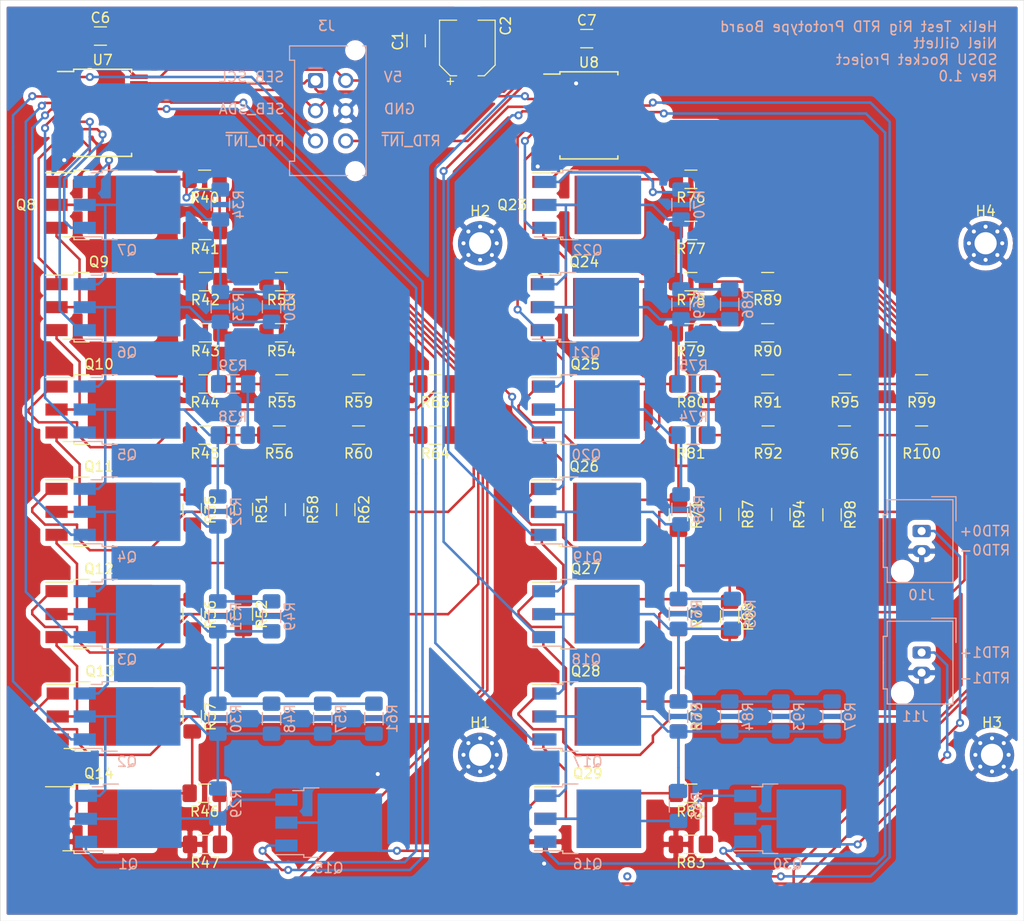
<source format=kicad_pcb>
(kicad_pcb (version 20171130) (host pcbnew "(5.1.4)-1")
  (layers (0 F.Cu signal) (31 B.Cu signal) (34 B.Paste user) (35 F.Paste user) (36 B.SilkS user) (37 F.SilkS user) (38 B.Mask user) (39 F.Mask user) (44 Edge.Cuts user))
  (net 0 "")
  (net 1 +5V)
  (net 2 GND)
  (net 3 /SEB_SCL)
  (net 4 /SEB_SDA)
  (net 5 /RTD0_~INT)
  (net 6 /RTD1_~INT)
  (net 7 /RTD/RTD0+)
  (net 8 /RTD/RTD1+)
  (net 9 "Net-(Q1-Pad2)")
  (net 10 "Net-(Q1-Pad3)")
  (net 11 /RTD/RTD0_SS)
  (net 12 /RTD/RTD0_0)
  (net 13 "Net-(Q2-Pad3)")
  (net 14 "Net-(Q3-Pad3)")
  (net 15 /RTD/RTD0_1)
  (net 16 /RTD/RTD0_2)
  (net 17 "Net-(Q4-Pad3)")
  (net 18 "Net-(Q5-Pad3)")
  (net 19 /RTD/RTD0_3)
  (net 20 /RTD/RTD0_4)
  (net 21 "Net-(Q6-Pad3)")
  (net 22 "Net-(Q7-Pad3)")
  (net 23 /RTD/RTD0_5)
  (net 24 /RTD/RTD0_6)
  (net 25 "Net-(Q8-Pad3)")
  (net 26 "Net-(Q10-Pad2)")
  (net 27 /RTD/RTD0_7)
  (net 28 /RTD/RTD0_8)
  (net 29 "Net-(Q10-Pad3)")
  (net 30 "Net-(Q11-Pad3)")
  (net 31 /RTD/RTD0_9)
  (net 32 /RTD/RTD0_10)
  (net 33 "Net-(Q12-Pad3)")
  (net 34 "Net-(Q13-Pad3)")
  (net 35 /RTD/RTD0_11)
  (net 36 /RTD/RTD0_12)
  (net 37 /RTD/RTD0_OS)
  (net 38 /RTD/RTD1_SS)
  (net 39 "Net-(Q16-Pad2)")
  (net 40 "Net-(Q16-Pad3)")
  (net 41 "Net-(Q17-Pad3)")
  (net 42 /RTD/RTD1_0)
  (net 43 /RTD/RTD1_1)
  (net 44 "Net-(Q18-Pad3)")
  (net 45 /RTD/RTD1_2)
  (net 46 "Net-(Q19-Pad3)")
  (net 47 "Net-(Q20-Pad3)")
  (net 48 /RTD/RTD1_3)
  (net 49 /RTD/RTD1_4)
  (net 50 "Net-(Q21-Pad3)")
  (net 51 "Net-(Q22-Pad3)")
  (net 52 /RTD/RTD1_5)
  (net 53 /RTD/RTD1_6)
  (net 54 "Net-(Q23-Pad3)")
  (net 55 "Net-(Q24-Pad3)")
  (net 56 /RTD/RTD1_7)
  (net 57 /RTD/RTD1_8)
  (net 58 "Net-(Q25-Pad3)")
  (net 59 "Net-(Q26-Pad3)")
  (net 60 /RTD/RTD1_9)
  (net 61 /RTD/RTD1_10)
  (net 62 "Net-(Q27-Pad3)")
  (net 63 /RTD/RTD1_11)
  (net 64 "Net-(Q28-Pad3)")
  (net 65 /RTD/RTD1_12)
  (net 66 /RTD/RTD1_OS)
  (net 67 "Net-(R38-Pad1)")
  (net 68 "Net-(R40-Pad1)")
  (net 69 "Net-(R42-Pad1)")
  (net 70 "Net-(R43-Pad1)")
  (net 71 "Net-(R44-Pad1)")
  (net 72 "Net-(R45-Pad1)")
  (net 73 "Net-(R46-Pad1)")
  (net 74 "Net-(R53-Pad1)")
  (net 75 "Net-(R55-Pad1)")
  (net 76 "Net-(R56-Pad1)")
  (net 77 "Net-(R59-Pad1)")
  (net 78 "Net-(R60-Pad1)")
  (net 79 "Net-(R63-Pad1)")
  (net 80 "Net-(R74-Pad1)")
  (net 81 "Net-(R76-Pad1)")
  (net 82 "Net-(R78-Pad1)")
  (net 83 "Net-(R79-Pad1)")
  (net 84 "Net-(R80-Pad1)")
  (net 85 "Net-(R81-Pad1)")
  (net 86 "Net-(R82-Pad1)")
  (net 87 "Net-(R89-Pad1)")
  (net 88 "Net-(R91-Pad1)")
  (net 89 "Net-(R92-Pad1)")
  (net 90 "Net-(R95-Pad1)")
  (net 91 "Net-(R100-Pad2)")
  (net 92 "Net-(R100-Pad1)")
  (net 93 "Net-(U7-Pad18)")
  (net 94 "Net-(U8-Pad18)")
  (module Capacitor_SMD:CP_Elec_5x5.3 (layer F.Cu) (at 146.685 44.11 90)
    (fp_text reference C2 (at 2.2 3.81 90) (layer F.SilkS))
    (fp_text value 100uF)
    (pad 2 smd roundrect (at 2.2 0 90) (size 3 1.6) (layers F.Cu F.Paste F.Mask) (roundrect_rratio 0.15625) (net 2 GND))
    (pad 1 smd roundrect (at -2.2 0 90) (size 3 1.6) (layers F.Cu F.Paste F.Mask) (roundrect_rratio 0.15625) (net 1 +5V))
  )
  (module Capacitor_SMD:C_1206_3216Metric_Pad1.42x1.75mm_HandSolder (layer F.Cu) (at 158.5325 43.18)
    (fp_text reference C7 (at 0 -1.82) (layer F.SilkS))
    (fp_text value .1uF)
    (pad 2 smd roundrect (at 1.4875 0) (size 1.425 1.75) (layers F.Cu F.Paste F.Mask) (roundrect_rratio 0.175439) (net 1 +5V))
    (pad 1 smd roundrect (at -1.4875 0) (size 1.425 1.75) (layers F.Cu F.Paste F.Mask) (roundrect_rratio 0.175439) (net 2 GND))
  )
  (module Package_SO:SSOP-24_5.3x8.2mm_P0.65mm (layer F.Cu) (at 158.75 50.8)
    (fp_text reference U8 (at 0 -5.25) (layer F.SilkS))
    (fp_text value TCA9555DBR)
    (pad 24 smd rect (at 3.6 -3.575) (size 1.75 0.45) (layers F.Cu F.Paste F.Mask) (net 1 +5V))
    (pad 23 smd rect (at 3.6 -2.925) (size 1.75 0.45) (layers F.Cu F.Paste F.Mask) (net 3 /SEB_SCL))
    (pad 22 smd rect (at 3.6 -2.275) (size 1.75 0.45) (layers F.Cu F.Paste F.Mask) (net 4 /SEB_SDA))
    (pad 21 smd rect (at 3.6 -1.625) (size 1.75 0.45) (layers F.Cu F.Paste F.Mask) (net 1 +5V))
    (pad 20 smd rect (at 3.6 -0.975) (size 1.75 0.45) (layers F.Cu F.Paste F.Mask) (net 66 /RTD/RTD1_OS))
    (pad 19 smd rect (at 3.6 -0.325) (size 1.75 0.45) (layers F.Cu F.Paste F.Mask) (net 38 /RTD/RTD1_SS))
    (pad 18 smd rect (at 3.6 0.325) (size 1.75 0.45) (layers F.Cu F.Paste F.Mask) (net 94 "Net-(U8-Pad18)"))
    (pad 17 smd rect (at 3.6 0.975) (size 1.75 0.45) (layers F.Cu F.Paste F.Mask) (net 65 /RTD/RTD1_12))
    (pad 16 smd rect (at 3.6 1.625) (size 1.75 0.45) (layers F.Cu F.Paste F.Mask) (net 63 /RTD/RTD1_11))
    (pad 15 smd rect (at 3.6 2.275) (size 1.75 0.45) (layers F.Cu F.Paste F.Mask) (net 61 /RTD/RTD1_10))
    (pad 14 smd rect (at 3.6 2.925) (size 1.75 0.45) (layers F.Cu F.Paste F.Mask) (net 60 /RTD/RTD1_9))
    (pad 13 smd rect (at 3.6 3.575) (size 1.75 0.45) (layers F.Cu F.Paste F.Mask) (net 57 /RTD/RTD1_8))
    (pad 12 smd rect (at -3.6 3.575) (size 1.75 0.45) (layers F.Cu F.Paste F.Mask) (net 2 GND))
    (pad 11 smd rect (at -3.6 2.925) (size 1.75 0.45) (layers F.Cu F.Paste F.Mask) (net 56 /RTD/RTD1_7))
    (pad 10 smd rect (at -3.6 2.275) (size 1.75 0.45) (layers F.Cu F.Paste F.Mask) (net 53 /RTD/RTD1_6))
    (pad 9 smd rect (at -3.6 1.625) (size 1.75 0.45) (layers F.Cu F.Paste F.Mask) (net 52 /RTD/RTD1_5))
    (pad 8 smd rect (at -3.6 0.975) (size 1.75 0.45) (layers F.Cu F.Paste F.Mask) (net 49 /RTD/RTD1_4))
    (pad 7 smd rect (at -3.6 0.325) (size 1.75 0.45) (layers F.Cu F.Paste F.Mask) (net 48 /RTD/RTD1_3))
    (pad 6 smd rect (at -3.6 -0.325) (size 1.75 0.45) (layers F.Cu F.Paste F.Mask) (net 45 /RTD/RTD1_2))
    (pad 5 smd rect (at -3.6 -0.975) (size 1.75 0.45) (layers F.Cu F.Paste F.Mask) (net 43 /RTD/RTD1_1))
    (pad 4 smd rect (at -3.6 -1.625) (size 1.75 0.45) (layers F.Cu F.Paste F.Mask) (net 42 /RTD/RTD1_0))
    (pad 3 smd rect (at -3.6 -2.275) (size 1.75 0.45) (layers F.Cu F.Paste F.Mask) (net 2 GND))
    (pad 2 smd rect (at -3.6 -2.925) (size 1.75 0.45) (layers F.Cu F.Paste F.Mask) (net 2 GND))
    (pad 1 smd rect (at -3.6 -3.575) (size 1.75 0.45) (layers F.Cu F.Paste F.Mask) (net 6 /RTD1_~INT))
  )
  (module Package_TO_SOT_SMD:TO-252-3_TabPin2 (layer F.Cu) (at 110.118 90.17)
    (fp_text reference Q11 (at 0 -4.5) (layer F.SilkS))
    (fp_text value AOD508)
    (pad 2 smd rect (at 2.1 0) (size 6.4 5.8) (layers F.Cu F.Mask) (net 29 "Net-(Q10-Pad3)"))
    (pad 3 smd rect (at -4.2 2.28) (size 2.2 1.2) (layers F.Cu F.Paste F.Mask) (net 30 "Net-(Q11-Pad3)"))
    (pad 2 smd rect (at -4.2 0) (size 2.2 1.2) (layers F.Cu F.Paste F.Mask) (net 29 "Net-(Q10-Pad3)"))
    (pad 1 smd rect (at -4.2 -2.28) (size 2.2 1.2) (layers F.Cu F.Paste F.Mask) (net 31 /RTD/RTD0_9))
  )
  (module Package_TO_SOT_SMD:TO-252-3_TabPin2 (layer F.Cu) (at 110.118 100.324)
    (fp_text reference Q12 (at 0 -4.5) (layer F.SilkS))
    (fp_text value AOD508)
    (pad 1 smd rect (at -4.2 -2.28) (size 2.2 1.2) (layers F.Cu F.Paste F.Mask) (net 32 /RTD/RTD0_10))
    (pad 2 smd rect (at -4.2 0) (size 2.2 1.2) (layers F.Cu F.Paste F.Mask) (net 30 "Net-(Q11-Pad3)"))
    (pad 3 smd rect (at -4.2 2.28) (size 2.2 1.2) (layers F.Cu F.Paste F.Mask) (net 33 "Net-(Q12-Pad3)"))
    (pad 2 smd rect (at 2.1 0) (size 6.4 5.8) (layers F.Cu F.Mask) (net 30 "Net-(Q11-Pad3)"))
  )
  (module Connector_Molex:Molex_Micro-Fit_3.0_43045-0612_2x03_P3.00mm_Vertical (layer B.Cu) (at 131.62 47.34 270)
    (fp_text reference J3 (at -5.43 -1.095 180) (layer B.SilkS) (effects (justify mirror)))
    (fp_text value Conn_02x03_Top_Bottom)
    (pad "" np_thru_hole circle (at -3 -3.94 270) (size 1 1) (drill 1) (layers *.Cu *.Mask))
    (pad "" np_thru_hole circle (at 9 -3.94 270) (size 1 1) (drill 1) (layers *.Cu *.Mask))
    (pad 1 thru_hole roundrect (at 0 0 270) (size 1.5 1.5) (drill 1) (layers *.Cu *.Mask) (roundrect_rratio 0.166667) (net 3 /SEB_SCL))
    (pad 2 thru_hole circle (at 3 0 270) (size 1.5 1.5) (drill 1) (layers *.Cu *.Mask) (net 4 /SEB_SDA))
    (pad 3 thru_hole circle (at 6 0 270) (size 1.5 1.5) (drill 1) (layers *.Cu *.Mask) (net 5 /RTD0_~INT))
    (pad 4 thru_hole circle (at 0 -3 270) (size 1.5 1.5) (drill 1) (layers *.Cu *.Mask) (net 1 +5V))
    (pad 5 thru_hole circle (at 3 -3 270) (size 1.5 1.5) (drill 1) (layers *.Cu *.Mask) (net 2 GND))
    (pad 6 thru_hole circle (at 6 -3 270) (size 1.5 1.5) (drill 1) (layers *.Cu *.Mask) (net 6 /RTD1_~INT))
  )
  (module Resistor_SMD:R_1206_3216Metric_Pad1.42x1.75mm_HandSolder (layer B.Cu) (at 172.72 69.5595 90)
    (fp_text reference R86 (at 0 1.82 -90) (layer B.SilkS) (effects (justify mirror)))
    (fp_text value 12)
    (pad 1 smd roundrect (at -1.4875 0 90) (size 1.425 1.75) (layers B.Cu B.Paste B.Mask) (roundrect_rratio 0.175439) (net 47 "Net-(Q20-Pad3)"))
    (pad 2 smd roundrect (at 1.4875 0 90) (size 1.425 1.75) (layers B.Cu B.Paste B.Mask) (roundrect_rratio 0.175439) (net 50 "Net-(Q21-Pad3)"))
  )
  (module Capacitor_SMD:C_1206_3216Metric_Pad1.42x1.75mm_HandSolder (layer F.Cu) (at 141.605 43.3975 90)
    (fp_text reference C1 (at 0 -1.82 90) (layer F.SilkS))
    (fp_text value 10uF)
    (pad 1 smd roundrect (at -1.4875 0 90) (size 1.425 1.75) (layers F.Cu F.Paste F.Mask) (roundrect_rratio 0.175439) (net 1 +5V))
    (pad 2 smd roundrect (at 1.4875 0 90) (size 1.425 1.75) (layers F.Cu F.Paste F.Mask) (roundrect_rratio 0.175439) (net 2 GND))
  )
  (module Capacitor_SMD:C_1206_3216Metric_Pad1.42x1.75mm_HandSolder (layer F.Cu) (at 110.2725 42.926)
    (fp_text reference C6 (at 0 -1.82) (layer F.SilkS))
    (fp_text value .1uF)
    (pad 1 smd roundrect (at -1.4875 0) (size 1.425 1.75) (layers F.Cu F.Paste F.Mask) (roundrect_rratio 0.175439) (net 2 GND))
    (pad 2 smd roundrect (at 1.4875 0) (size 1.425 1.75) (layers F.Cu F.Paste F.Mask) (roundrect_rratio 0.175439) (net 1 +5V))
  )
  (module Connector_Molex:Molex_MicroClasp_55932-0210_1x02_P2.00mm_Vertical (layer B.Cu) (at 191.77 92.075 270)
    (fp_text reference J10 (at 6.35 0 180) (layer B.SilkS) (effects (justify mirror)))
    (fp_text value Conn_01x02_Male)
    (pad "" np_thru_hole circle (at 4 1.9 270) (size 1.3 1.3) (drill 1.3) (layers *.Cu *.Mask))
    (pad 2 thru_hole oval (at 2 0 270) (size 1.2 1.8) (drill 0.8) (layers *.Cu *.Mask) (net 2 GND))
    (pad 1 thru_hole roundrect (at 0 0 270) (size 1.2 1.8) (drill 0.8) (layers *.Cu *.Mask) (roundrect_rratio 0.208333) (net 7 /RTD/RTD0+))
  )
  (module Connector_Molex:Molex_MicroClasp_55932-0210_1x02_P2.00mm_Vertical (layer B.Cu) (at 191.77 104.14 270)
    (fp_text reference J11 (at 6.35 0.635 180) (layer B.SilkS) (effects (justify mirror)))
    (fp_text value Conn_01x02_Male)
    (pad 1 thru_hole roundrect (at 0 0 270) (size 1.2 1.8) (drill 0.8) (layers *.Cu *.Mask) (roundrect_rratio 0.208333) (net 8 /RTD/RTD1+))
    (pad 2 thru_hole oval (at 2 0 270) (size 1.2 1.8) (drill 0.8) (layers *.Cu *.Mask) (net 2 GND))
    (pad "" np_thru_hole circle (at 4 1.9 270) (size 1.3 1.3) (drill 1.3) (layers *.Cu *.Mask))
  )
  (module Package_TO_SOT_SMD:TO-252-3_TabPin2 (layer B.Cu) (at 113.03 120.65)
    (fp_text reference Q1 (at 0 4.5) (layer B.SilkS) (effects (justify mirror)))
    (fp_text value AOD508)
    (pad 2 smd rect (at 2.1 0) (size 6.4 5.8) (layers B.Cu B.Mask) (net 9 "Net-(Q1-Pad2)"))
    (pad 3 smd rect (at -4.2 -2.28) (size 2.2 1.2) (layers B.Cu B.Paste B.Mask) (net 10 "Net-(Q1-Pad3)"))
    (pad 2 smd rect (at -4.2 0) (size 2.2 1.2) (layers B.Cu B.Paste B.Mask) (net 9 "Net-(Q1-Pad2)"))
    (pad 1 smd rect (at -4.2 2.28) (size 2.2 1.2) (layers B.Cu B.Paste B.Mask) (net 11 /RTD/RTD0_SS))
  )
  (module Package_TO_SOT_SMD:TO-252-3_TabPin2 (layer B.Cu) (at 112.912 110.484)
    (fp_text reference Q2 (at 0 4.5) (layer B.SilkS) (effects (justify mirror)))
    (fp_text value AOD508)
    (pad 1 smd rect (at -4.2 2.28) (size 2.2 1.2) (layers B.Cu B.Paste B.Mask) (net 12 /RTD/RTD0_0))
    (pad 2 smd rect (at -4.2 0) (size 2.2 1.2) (layers B.Cu B.Paste B.Mask) (net 10 "Net-(Q1-Pad3)"))
    (pad 3 smd rect (at -4.2 -2.28) (size 2.2 1.2) (layers B.Cu B.Paste B.Mask) (net 13 "Net-(Q2-Pad3)"))
    (pad 2 smd rect (at 2.1 0) (size 6.4 5.8) (layers B.Cu B.Mask) (net 10 "Net-(Q1-Pad3)"))
  )
  (module Package_TO_SOT_SMD:TO-252-3_TabPin2 (layer B.Cu) (at 112.912 100.324)
    (fp_text reference Q3 (at 0 4.5) (layer B.SilkS) (effects (justify mirror)))
    (fp_text value AOD508)
    (pad 2 smd rect (at 2.1 0) (size 6.4 5.8) (layers B.Cu B.Mask) (net 13 "Net-(Q2-Pad3)"))
    (pad 3 smd rect (at -4.2 -2.28) (size 2.2 1.2) (layers B.Cu B.Paste B.Mask) (net 14 "Net-(Q3-Pad3)"))
    (pad 2 smd rect (at -4.2 0) (size 2.2 1.2) (layers B.Cu B.Paste B.Mask) (net 13 "Net-(Q2-Pad3)"))
    (pad 1 smd rect (at -4.2 2.28) (size 2.2 1.2) (layers B.Cu B.Paste B.Mask) (net 15 /RTD/RTD0_1))
  )
  (module Package_TO_SOT_SMD:TO-252-3_TabPin2 (layer B.Cu) (at 112.912 90.164)
    (fp_text reference Q4 (at 0 4.5) (layer B.SilkS) (effects (justify mirror)))
    (fp_text value AOD508)
    (pad 1 smd rect (at -4.2 2.28) (size 2.2 1.2) (layers B.Cu B.Paste B.Mask) (net 16 /RTD/RTD0_2))
    (pad 2 smd rect (at -4.2 0) (size 2.2 1.2) (layers B.Cu B.Paste B.Mask) (net 14 "Net-(Q3-Pad3)"))
    (pad 3 smd rect (at -4.2 -2.28) (size 2.2 1.2) (layers B.Cu B.Paste B.Mask) (net 17 "Net-(Q4-Pad3)"))
    (pad 2 smd rect (at 2.1 0) (size 6.4 5.8) (layers B.Cu B.Mask) (net 14 "Net-(Q3-Pad3)"))
  )
  (module Package_TO_SOT_SMD:TO-252-3_TabPin2 (layer B.Cu) (at 112.912 80.004)
    (fp_text reference Q5 (at 0 4.5) (layer B.SilkS) (effects (justify mirror)))
    (fp_text value AOD508)
    (pad 2 smd rect (at 2.1 0) (size 6.4 5.8) (layers B.Cu B.Mask) (net 17 "Net-(Q4-Pad3)"))
    (pad 3 smd rect (at -4.2 -2.28) (size 2.2 1.2) (layers B.Cu B.Paste B.Mask) (net 18 "Net-(Q5-Pad3)"))
    (pad 2 smd rect (at -4.2 0) (size 2.2 1.2) (layers B.Cu B.Paste B.Mask) (net 17 "Net-(Q4-Pad3)"))
    (pad 1 smd rect (at -4.2 2.28) (size 2.2 1.2) (layers B.Cu B.Paste B.Mask) (net 19 /RTD/RTD0_3))
  )
  (module Package_TO_SOT_SMD:TO-252-3_TabPin2 (layer B.Cu) (at 112.912 69.85)
    (fp_text reference Q6 (at 0 4.5) (layer B.SilkS) (effects (justify mirror)))
    (fp_text value AOD508)
    (pad 1 smd rect (at -4.2 2.28) (size 2.2 1.2) (layers B.Cu B.Paste B.Mask) (net 20 /RTD/RTD0_4))
    (pad 2 smd rect (at -4.2 0) (size 2.2 1.2) (layers B.Cu B.Paste B.Mask) (net 18 "Net-(Q5-Pad3)"))
    (pad 3 smd rect (at -4.2 -2.28) (size 2.2 1.2) (layers B.Cu B.Paste B.Mask) (net 21 "Net-(Q6-Pad3)"))
    (pad 2 smd rect (at 2.1 0) (size 6.4 5.8) (layers B.Cu B.Mask) (net 18 "Net-(Q5-Pad3)"))
  )
  (module Package_TO_SOT_SMD:TO-252-3_TabPin2 (layer B.Cu) (at 112.912 59.684)
    (fp_text reference Q7 (at 0 4.5) (layer B.SilkS) (effects (justify mirror)))
    (fp_text value AOD508)
    (pad 2 smd rect (at 2.1 0) (size 6.4 5.8) (layers B.Cu B.Mask) (net 21 "Net-(Q6-Pad3)"))
    (pad 3 smd rect (at -4.2 -2.28) (size 2.2 1.2) (layers B.Cu B.Paste B.Mask) (net 22 "Net-(Q7-Pad3)"))
    (pad 2 smd rect (at -4.2 0) (size 2.2 1.2) (layers B.Cu B.Paste B.Mask) (net 21 "Net-(Q6-Pad3)"))
    (pad 1 smd rect (at -4.2 2.28) (size 2.2 1.2) (layers B.Cu B.Paste B.Mask) (net 23 /RTD/RTD0_5))
  )
  (module Package_TO_SOT_SMD:TO-252-3_TabPin2 (layer F.Cu) (at 110.118 59.684)
    (fp_text reference Q8 (at -7.248 0.006) (layer F.SilkS))
    (fp_text value AOD508)
    (pad 1 smd rect (at -4.2 -2.28) (size 2.2 1.2) (layers F.Cu F.Paste F.Mask) (net 24 /RTD/RTD0_6))
    (pad 2 smd rect (at -4.2 0) (size 2.2 1.2) (layers F.Cu F.Paste F.Mask) (net 22 "Net-(Q7-Pad3)"))
    (pad 3 smd rect (at -4.2 2.28) (size 2.2 1.2) (layers F.Cu F.Paste F.Mask) (net 25 "Net-(Q8-Pad3)"))
    (pad 2 smd rect (at 2.1 0) (size 6.4 5.8) (layers F.Cu F.Mask) (net 22 "Net-(Q7-Pad3)"))
  )
  (module Package_TO_SOT_SMD:TO-252-3_TabPin2 (layer F.Cu) (at 110.118 69.844)
    (fp_text reference Q9 (at 0 -4.5) (layer F.SilkS))
    (fp_text value AOD508)
    (pad 2 smd rect (at 2.1 0) (size 6.4 5.8) (layers F.Cu F.Mask) (net 25 "Net-(Q8-Pad3)"))
    (pad 3 smd rect (at -4.2 2.28) (size 2.2 1.2) (layers F.Cu F.Paste F.Mask) (net 26 "Net-(Q10-Pad2)"))
    (pad 2 smd rect (at -4.2 0) (size 2.2 1.2) (layers F.Cu F.Paste F.Mask) (net 25 "Net-(Q8-Pad3)"))
    (pad 1 smd rect (at -4.2 -2.28) (size 2.2 1.2) (layers F.Cu F.Paste F.Mask) (net 27 /RTD/RTD0_7))
  )
  (module Package_TO_SOT_SMD:TO-252-3_TabPin2 (layer F.Cu) (at 110.118 80.01)
    (fp_text reference Q10 (at 0 -4.5) (layer F.SilkS))
    (fp_text value AOD508)
    (pad 1 smd rect (at -4.2 -2.28) (size 2.2 1.2) (layers F.Cu F.Paste F.Mask) (net 28 /RTD/RTD0_8))
    (pad 2 smd rect (at -4.2 0) (size 2.2 1.2) (layers F.Cu F.Paste F.Mask) (net 26 "Net-(Q10-Pad2)"))
    (pad 3 smd rect (at -4.2 2.28) (size 2.2 1.2) (layers F.Cu F.Paste F.Mask) (net 29 "Net-(Q10-Pad3)"))
    (pad 2 smd rect (at 2.1 0) (size 6.4 5.8) (layers F.Cu F.Mask) (net 26 "Net-(Q10-Pad2)"))
  )
  (module Package_TO_SOT_SMD:TO-252-3_TabPin2 (layer F.Cu) (at 110.236 110.49)
    (fp_text reference Q13 (at 0 -4.5) (layer F.SilkS))
    (fp_text value AOD508)
    (pad 2 smd rect (at 2.1 0) (size 6.4 5.8) (layers F.Cu F.Mask) (net 33 "Net-(Q12-Pad3)"))
    (pad 3 smd rect (at -4.2 2.28) (size 2.2 1.2) (layers F.Cu F.Paste F.Mask) (net 34 "Net-(Q13-Pad3)"))
    (pad 2 smd rect (at -4.2 0) (size 2.2 1.2) (layers F.Cu F.Paste F.Mask) (net 33 "Net-(Q12-Pad3)"))
    (pad 1 smd rect (at -4.2 -2.28) (size 2.2 1.2) (layers F.Cu F.Paste F.Mask) (net 35 /RTD/RTD0_11))
  )
  (module Package_TO_SOT_SMD:TO-252-3_TabPin2 (layer F.Cu) (at 110.118 120.644)
    (fp_text reference Q14 (at 0 -4.5) (layer F.SilkS))
    (fp_text value AOD508)
    (pad 1 smd rect (at -4.2 -2.28) (size 2.2 1.2) (layers F.Cu F.Paste F.Mask) (net 36 /RTD/RTD0_12))
    (pad 2 smd rect (at -4.2 0) (size 2.2 1.2) (layers F.Cu F.Paste F.Mask) (net 34 "Net-(Q13-Pad3)"))
    (pad 3 smd rect (at -4.2 2.28) (size 2.2 1.2) (layers F.Cu F.Paste F.Mask) (net 2 GND))
    (pad 2 smd rect (at 2.1 0) (size 6.4 5.8) (layers F.Cu F.Mask) (net 34 "Net-(Q13-Pad3)"))
  )
  (module Package_TO_SOT_SMD:TO-252-3_TabPin2 (layer B.Cu) (at 132.925 121.03)
    (fp_text reference Q15 (at 0 4.5) (layer B.SilkS) (effects (justify mirror)))
    (fp_text value AOD508)
    (pad 2 smd rect (at 2.1 0) (size 6.4 5.8) (layers B.Cu B.Mask) (net 7 /RTD/RTD0+))
    (pad 3 smd rect (at -4.2 -2.28) (size 2.2 1.2) (layers B.Cu B.Paste B.Mask) (net 9 "Net-(Q1-Pad2)"))
    (pad 2 smd rect (at -4.2 0) (size 2.2 1.2) (layers B.Cu B.Paste B.Mask) (net 7 /RTD/RTD0+))
    (pad 1 smd rect (at -4.2 2.28) (size 2.2 1.2) (layers B.Cu B.Paste B.Mask) (net 37 /RTD/RTD0_OS))
  )
  (module Package_TO_SOT_SMD:TO-252-3_TabPin2 (layer B.Cu) (at 158.632 120.644)
    (fp_text reference Q16 (at 0 4.5) (layer B.SilkS) (effects (justify mirror)))
    (fp_text value AOD508)
    (pad 1 smd rect (at -4.2 2.28) (size 2.2 1.2) (layers B.Cu B.Paste B.Mask) (net 38 /RTD/RTD1_SS))
    (pad 2 smd rect (at -4.2 0) (size 2.2 1.2) (layers B.Cu B.Paste B.Mask) (net 39 "Net-(Q16-Pad2)"))
    (pad 3 smd rect (at -4.2 -2.28) (size 2.2 1.2) (layers B.Cu B.Paste B.Mask) (net 40 "Net-(Q16-Pad3)"))
    (pad 2 smd rect (at 2.1 0) (size 6.4 5.8) (layers B.Cu B.Mask) (net 39 "Net-(Q16-Pad2)"))
  )
  (module Package_TO_SOT_SMD:TO-252-3_TabPin2 (layer B.Cu) (at 158.632 110.49)
    (fp_text reference Q17 (at 0 4.5) (layer B.SilkS) (effects (justify mirror)))
    (fp_text value AOD508)
    (pad 2 smd rect (at 2.1 0) (size 6.4 5.8) (layers B.Cu B.Mask) (net 40 "Net-(Q16-Pad3)"))
    (pad 3 smd rect (at -4.2 -2.28) (size 2.2 1.2) (layers B.Cu B.Paste B.Mask) (net 41 "Net-(Q17-Pad3)"))
    (pad 2 smd rect (at -4.2 0) (size 2.2 1.2) (layers B.Cu B.Paste B.Mask) (net 40 "Net-(Q16-Pad3)"))
    (pad 1 smd rect (at -4.2 2.28) (size 2.2 1.2) (layers B.Cu B.Paste B.Mask) (net 42 /RTD/RTD1_0))
  )
  (module Package_TO_SOT_SMD:TO-252-3_TabPin2 (layer B.Cu) (at 158.496 100.33)
    (fp_text reference Q18 (at 0 4.5) (layer B.SilkS) (effects (justify mirror)))
    (fp_text value AOD508)
    (pad 1 smd rect (at -4.2 2.28) (size 2.2 1.2) (layers B.Cu B.Paste B.Mask) (net 43 /RTD/RTD1_1))
    (pad 2 smd rect (at -4.2 0) (size 2.2 1.2) (layers B.Cu B.Paste B.Mask) (net 41 "Net-(Q17-Pad3)"))
    (pad 3 smd rect (at -4.2 -2.28) (size 2.2 1.2) (layers B.Cu B.Paste B.Mask) (net 44 "Net-(Q18-Pad3)"))
    (pad 2 smd rect (at 2.1 0) (size 6.4 5.8) (layers B.Cu B.Mask) (net 41 "Net-(Q17-Pad3)"))
  )
  (module Package_TO_SOT_SMD:TO-252-3_TabPin2 (layer B.Cu) (at 158.632 90.176)
    (fp_text reference Q19 (at 0 4.5) (layer B.SilkS) (effects (justify mirror)))
    (fp_text value AOD508)
    (pad 1 smd rect (at -4.2 2.28) (size 2.2 1.2) (layers B.Cu B.Paste B.Mask) (net 45 /RTD/RTD1_2))
    (pad 2 smd rect (at -4.2 0) (size 2.2 1.2) (layers B.Cu B.Paste B.Mask) (net 44 "Net-(Q18-Pad3)"))
    (pad 3 smd rect (at -4.2 -2.28) (size 2.2 1.2) (layers B.Cu B.Paste B.Mask) (net 46 "Net-(Q19-Pad3)"))
    (pad 2 smd rect (at 2.1 0) (size 6.4 5.8) (layers B.Cu B.Mask) (net 44 "Net-(Q18-Pad3)"))
  )
  (module Package_TO_SOT_SMD:TO-252-3_TabPin2 (layer B.Cu) (at 158.496 80.01)
    (fp_text reference Q20 (at 0 4.5) (layer B.SilkS) (effects (justify mirror)))
    (fp_text value AOD508)
    (pad 2 smd rect (at 2.1 0) (size 6.4 5.8) (layers B.Cu B.Mask) (net 46 "Net-(Q19-Pad3)"))
    (pad 3 smd rect (at -4.2 -2.28) (size 2.2 1.2) (layers B.Cu B.Paste B.Mask) (net 47 "Net-(Q20-Pad3)"))
    (pad 2 smd rect (at -4.2 0) (size 2.2 1.2) (layers B.Cu B.Paste B.Mask) (net 46 "Net-(Q19-Pad3)"))
    (pad 1 smd rect (at -4.2 2.28) (size 2.2 1.2) (layers B.Cu B.Paste B.Mask) (net 48 /RTD/RTD1_3))
  )
  (module Package_TO_SOT_SMD:TO-252-3_TabPin2 (layer B.Cu) (at 158.428 69.85)
    (fp_text reference Q21 (at 0 4.5) (layer B.SilkS) (effects (justify mirror)))
    (fp_text value AOD508)
    (pad 1 smd rect (at -4.2 2.28) (size 2.2 1.2) (layers B.Cu B.Paste B.Mask) (net 49 /RTD/RTD1_4))
    (pad 2 smd rect (at -4.2 0) (size 2.2 1.2) (layers B.Cu B.Paste B.Mask) (net 47 "Net-(Q20-Pad3)"))
    (pad 3 smd rect (at -4.2 -2.28) (size 2.2 1.2) (layers B.Cu B.Paste B.Mask) (net 50 "Net-(Q21-Pad3)"))
    (pad 2 smd rect (at 2.1 0) (size 6.4 5.8) (layers B.Cu B.Mask) (net 47 "Net-(Q20-Pad3)"))
  )
  (module Package_TO_SOT_SMD:TO-252-3_TabPin2 (layer B.Cu) (at 158.632 59.69)
    (fp_text reference Q22 (at 0 4.5) (layer B.SilkS) (effects (justify mirror)))
    (fp_text value AOD508)
    (pad 2 smd rect (at 2.1 0) (size 6.4 5.8) (layers B.Cu B.Mask) (net 50 "Net-(Q21-Pad3)"))
    (pad 3 smd rect (at -4.2 -2.28) (size 2.2 1.2) (layers B.Cu B.Paste B.Mask) (net 51 "Net-(Q22-Pad3)"))
    (pad 2 smd rect (at -4.2 0) (size 2.2 1.2) (layers B.Cu B.Paste B.Mask) (net 50 "Net-(Q21-Pad3)"))
    (pad 1 smd rect (at -4.2 2.28) (size 2.2 1.2) (layers B.Cu B.Paste B.Mask) (net 52 /RTD/RTD1_5))
  )
  (module Package_TO_SOT_SMD:TO-252-3_TabPin2 (layer F.Cu) (at 158.428 59.69)
    (fp_text reference Q23 (at -7.298 0) (layer F.SilkS))
    (fp_text value AOD508)
    (pad 1 smd rect (at -4.2 -2.28) (size 2.2 1.2) (layers F.Cu F.Paste F.Mask) (net 53 /RTD/RTD1_6))
    (pad 2 smd rect (at -4.2 0) (size 2.2 1.2) (layers F.Cu F.Paste F.Mask) (net 51 "Net-(Q22-Pad3)"))
    (pad 3 smd rect (at -4.2 2.28) (size 2.2 1.2) (layers F.Cu F.Paste F.Mask) (net 54 "Net-(Q23-Pad3)"))
    (pad 2 smd rect (at 2.1 0) (size 6.4 5.8) (layers F.Cu F.Mask) (net 51 "Net-(Q22-Pad3)"))
  )
  (module Package_TO_SOT_SMD:TO-252-3_TabPin2 (layer F.Cu) (at 158.277 69.849)
    (fp_text reference Q24 (at 0 -4.5) (layer F.SilkS))
    (fp_text value AOD508)
    (pad 2 smd rect (at 2.1 0) (size 6.4 5.8) (layers F.Cu F.Mask) (net 54 "Net-(Q23-Pad3)"))
    (pad 3 smd rect (at -4.2 2.28) (size 2.2 1.2) (layers F.Cu F.Paste F.Mask) (net 55 "Net-(Q24-Pad3)"))
    (pad 2 smd rect (at -4.2 0) (size 2.2 1.2) (layers F.Cu F.Paste F.Mask) (net 54 "Net-(Q23-Pad3)"))
    (pad 1 smd rect (at -4.2 -2.28) (size 2.2 1.2) (layers F.Cu F.Paste F.Mask) (net 56 /RTD/RTD1_7))
  )
  (module Package_TO_SOT_SMD:TO-252-3_TabPin2 (layer F.Cu) (at 158.378 80.016)
    (fp_text reference Q25 (at 0 -4.5) (layer F.SilkS))
    (fp_text value AOD508)
    (pad 1 smd rect (at -4.2 -2.28) (size 2.2 1.2) (layers F.Cu F.Paste F.Mask) (net 57 /RTD/RTD1_8))
    (pad 2 smd rect (at -4.2 0) (size 2.2 1.2) (layers F.Cu F.Paste F.Mask) (net 55 "Net-(Q24-Pad3)"))
    (pad 3 smd rect (at -4.2 2.28) (size 2.2 1.2) (layers F.Cu F.Paste F.Mask) (net 58 "Net-(Q25-Pad3)"))
    (pad 2 smd rect (at 2.1 0) (size 6.4 5.8) (layers F.Cu F.Mask) (net 55 "Net-(Q24-Pad3)"))
  )
  (module Package_TO_SOT_SMD:TO-252-3_TabPin2 (layer F.Cu) (at 158.277 90.171)
    (fp_text reference Q26 (at 0 -4.5) (layer F.SilkS))
    (fp_text value AOD508)
    (pad 2 smd rect (at 2.1 0) (size 6.4 5.8) (layers F.Cu F.Mask) (net 58 "Net-(Q25-Pad3)"))
    (pad 3 smd rect (at -4.2 2.28) (size 2.2 1.2) (layers F.Cu F.Paste F.Mask) (net 59 "Net-(Q26-Pad3)"))
    (pad 2 smd rect (at -4.2 0) (size 2.2 1.2) (layers F.Cu F.Paste F.Mask) (net 58 "Net-(Q25-Pad3)"))
    (pad 1 smd rect (at -4.2 -2.28) (size 2.2 1.2) (layers F.Cu F.Paste F.Mask) (net 60 /RTD/RTD1_9))
  )
  (module Package_TO_SOT_SMD:TO-252-3_TabPin2 (layer F.Cu) (at 158.428 100.33)
    (fp_text reference Q27 (at 0 -4.5) (layer F.SilkS))
    (fp_text value AOD508)
    (pad 1 smd rect (at -4.2 -2.28) (size 2.2 1.2) (layers F.Cu F.Paste F.Mask) (net 61 /RTD/RTD1_10))
    (pad 2 smd rect (at -4.2 0) (size 2.2 1.2) (layers F.Cu F.Paste F.Mask) (net 59 "Net-(Q26-Pad3)"))
    (pad 3 smd rect (at -4.2 2.28) (size 2.2 1.2) (layers F.Cu F.Paste F.Mask) (net 62 "Net-(Q27-Pad3)"))
    (pad 2 smd rect (at 2.1 0) (size 6.4 5.8) (layers F.Cu F.Mask) (net 59 "Net-(Q26-Pad3)"))
  )
  (module Package_TO_SOT_SMD:TO-252-3_TabPin2 (layer F.Cu) (at 158.428 110.49)
    (fp_text reference Q28 (at 0 -4.5) (layer F.SilkS))
    (fp_text value AOD508)
    (pad 1 smd rect (at -4.2 -2.28) (size 2.2 1.2) (layers F.Cu F.Paste F.Mask) (net 63 /RTD/RTD1_11))
    (pad 2 smd rect (at -4.2 0) (size 2.2 1.2) (layers F.Cu F.Paste F.Mask) (net 62 "Net-(Q27-Pad3)"))
    (pad 3 smd rect (at -4.2 2.28) (size 2.2 1.2) (layers F.Cu F.Paste F.Mask) (net 64 "Net-(Q28-Pad3)"))
    (pad 2 smd rect (at 2.1 0) (size 6.4 5.8) (layers F.Cu F.Mask) (net 62 "Net-(Q27-Pad3)"))
  )
  (module Package_TO_SOT_SMD:TO-252-3_TabPin2 (layer F.Cu) (at 158.632 120.644)
    (fp_text reference Q29 (at 0 -4.5) (layer F.SilkS))
    (fp_text value AOD508)
    (pad 2 smd rect (at 2.1 0) (size 6.4 5.8) (layers F.Cu F.Mask) (net 64 "Net-(Q28-Pad3)"))
    (pad 3 smd rect (at -4.2 2.28) (size 2.2 1.2) (layers F.Cu F.Paste F.Mask) (net 2 GND))
    (pad 2 smd rect (at -4.2 0) (size 2.2 1.2) (layers F.Cu F.Paste F.Mask) (net 64 "Net-(Q28-Pad3)"))
    (pad 1 smd rect (at -4.2 -2.28) (size 2.2 1.2) (layers F.Cu F.Paste F.Mask) (net 65 /RTD/RTD1_12))
  )
  (module Package_TO_SOT_SMD:TO-252-3_TabPin2 (layer B.Cu) (at 178.47 120.644)
    (fp_text reference Q30 (at 0 4.5) (layer B.SilkS) (effects (justify mirror)))
    (fp_text value AOD508)
    (pad 2 smd rect (at 2.1 0) (size 6.4 5.8) (layers B.Cu B.Mask) (net 8 /RTD/RTD1+))
    (pad 3 smd rect (at -4.2 -2.28) (size 2.2 1.2) (layers B.Cu B.Paste B.Mask) (net 39 "Net-(Q16-Pad2)"))
    (pad 2 smd rect (at -4.2 0) (size 2.2 1.2) (layers B.Cu B.Paste B.Mask) (net 8 /RTD/RTD1+))
    (pad 1 smd rect (at -4.2 2.28) (size 2.2 1.2) (layers B.Cu B.Paste B.Mask) (net 66 /RTD/RTD1_OS))
  )
  (module Resistor_SMD:R_1206_3216Metric_Pad1.42x1.75mm_HandSolder (layer B.Cu) (at 121.92 119.126 90)
    (fp_text reference R29 (at 0 1.82 90) (layer B.SilkS) (effects (justify mirror)))
    (fp_text value 18)
    (pad 2 smd roundrect (at 1.4875 0 90) (size 1.425 1.75) (layers B.Cu B.Paste B.Mask) (roundrect_rratio 0.175439) (net 10 "Net-(Q1-Pad3)"))
    (pad 1 smd roundrect (at -1.4875 0 90) (size 1.425 1.75) (layers B.Cu B.Paste B.Mask) (roundrect_rratio 0.175439) (net 9 "Net-(Q1-Pad2)"))
  )
  (module Resistor_SMD:R_1206_3216Metric_Pad1.42x1.75mm_HandSolder (layer B.Cu) (at 121.92 110.7075 90)
    (fp_text reference R30 (at 0 1.82 -90) (layer B.SilkS) (effects (justify mirror)))
    (fp_text value 1.5)
    (pad 1 smd roundrect (at -1.4875 0 90) (size 1.425 1.75) (layers B.Cu B.Paste B.Mask) (roundrect_rratio 0.175439) (net 10 "Net-(Q1-Pad3)"))
    (pad 2 smd roundrect (at 1.4875 0 90) (size 1.425 1.75) (layers B.Cu B.Paste B.Mask) (roundrect_rratio 0.175439) (net 13 "Net-(Q2-Pad3)"))
  )
  (module Resistor_SMD:R_1206_3216Metric_Pad1.42x1.75mm_HandSolder (layer B.Cu) (at 121.92 100.5475 90)
    (fp_text reference R31 (at 0 1.82 -90) (layer B.SilkS) (effects (justify mirror)))
    (fp_text value 1.5)
    (pad 1 smd roundrect (at -1.4875 0 90) (size 1.425 1.75) (layers B.Cu B.Paste B.Mask) (roundrect_rratio 0.175439) (net 13 "Net-(Q2-Pad3)"))
    (pad 2 smd roundrect (at 1.4875 0 90) (size 1.425 1.75) (layers B.Cu B.Paste B.Mask) (roundrect_rratio 0.175439) (net 14 "Net-(Q3-Pad3)"))
  )
  (module Resistor_SMD:R_1206_3216Metric_Pad1.42x1.75mm_HandSolder (layer B.Cu) (at 121.92 90.1335 90)
    (fp_text reference R32 (at 0 1.82 -90) (layer B.SilkS) (effects (justify mirror)))
    (fp_text value 1.5)
    (pad 1 smd roundrect (at -1.4875 0 90) (size 1.425 1.75) (layers B.Cu B.Paste B.Mask) (roundrect_rratio 0.175439) (net 14 "Net-(Q3-Pad3)"))
    (pad 2 smd roundrect (at 1.4875 0 90) (size 1.425 1.75) (layers B.Cu B.Paste B.Mask) (roundrect_rratio 0.175439) (net 17 "Net-(Q4-Pad3)"))
  )
  (module Resistor_SMD:R_1206_3216Metric_Pad1.42x1.75mm_HandSolder (layer B.Cu) (at 122.174 69.8135 90)
    (fp_text reference R33 (at 0 1.82 -90) (layer B.SilkS) (effects (justify mirror)))
    (fp_text value 12)
    (pad 2 smd roundrect (at 1.4875 0 90) (size 1.425 1.75) (layers B.Cu B.Paste B.Mask) (roundrect_rratio 0.175439) (net 21 "Net-(Q6-Pad3)"))
    (pad 1 smd roundrect (at -1.4875 0 90) (size 1.425 1.75) (layers B.Cu B.Paste B.Mask) (roundrect_rratio 0.175439) (net 18 "Net-(Q5-Pad3)"))
  )
  (module Resistor_SMD:R_1206_3216Metric_Pad1.42x1.75mm_HandSolder (layer B.Cu) (at 122.174 59.6535 90)
    (fp_text reference R34 (at 0 1.82 -90) (layer B.SilkS) (effects (justify mirror)))
    (fp_text value 12)
    (pad 2 smd roundrect (at 1.4875 0 90) (size 1.425 1.75) (layers B.Cu B.Paste B.Mask) (roundrect_rratio 0.175439) (net 22 "Net-(Q7-Pad3)"))
    (pad 1 smd roundrect (at -1.4875 0 90) (size 1.425 1.75) (layers B.Cu B.Paste B.Mask) (roundrect_rratio 0.175439) (net 21 "Net-(Q6-Pad3)"))
  )
  (module Resistor_SMD:R_1206_3216Metric_Pad1.42x1.75mm_HandSolder (layer F.Cu) (at 119.38 89.9525 270)
    (fp_text reference R35 (at 0 -1.82 90) (layer F.SilkS))
    (fp_text value 768)
    (pad 2 smd roundrect (at 1.4875 0 270) (size 1.425 1.75) (layers F.Cu F.Paste F.Mask) (roundrect_rratio 0.175439) (net 30 "Net-(Q11-Pad3)"))
    (pad 1 smd roundrect (at -1.4875 0 270) (size 1.425 1.75) (layers F.Cu F.Paste F.Mask) (roundrect_rratio 0.175439) (net 29 "Net-(Q10-Pad3)"))
  )
  (module Resistor_SMD:R_1206_3216Metric_Pad1.42x1.75mm_HandSolder (layer F.Cu) (at 119.38 100.3665 270)
    (fp_text reference R36 (at 0 -1.82 90) (layer F.SilkS))
    (fp_text value 768)
    (pad 1 smd roundrect (at -1.4875 0 270) (size 1.425 1.75) (layers F.Cu F.Paste F.Mask) (roundrect_rratio 0.175439) (net 30 "Net-(Q11-Pad3)"))
    (pad 2 smd roundrect (at 1.4875 0 270) (size 1.425 1.75) (layers F.Cu F.Paste F.Mask) (roundrect_rratio 0.175439) (net 33 "Net-(Q12-Pad3)"))
  )
  (module Resistor_SMD:R_1206_3216Metric_Pad1.42x1.75mm_HandSolder (layer F.Cu) (at 119.38 110.49 270)
    (fp_text reference R37 (at 0 -1.82 90) (layer F.SilkS))
    (fp_text value 768)
    (pad 1 smd roundrect (at -1.4875 0 270) (size 1.425 1.75) (layers F.Cu F.Paste F.Mask) (roundrect_rratio 0.175439) (net 33 "Net-(Q12-Pad3)"))
    (pad 2 smd roundrect (at 1.4875 0 270) (size 1.425 1.75) (layers F.Cu F.Paste F.Mask) (roundrect_rratio 0.175439) (net 34 "Net-(Q13-Pad3)"))
  )
  (module Resistor_SMD:R_1206_3216Metric_Pad1.42x1.75mm_HandSolder (layer B.Cu) (at 123.4075 82.55 180)
    (fp_text reference R38 (at 0 1.82) (layer B.SilkS) (effects (justify mirror)))
    (fp_text value 1.5)
    (pad 2 smd roundrect (at 1.4875 0 180) (size 1.425 1.75) (layers B.Cu B.Paste B.Mask) (roundrect_rratio 0.175439) (net 17 "Net-(Q4-Pad3)"))
    (pad 1 smd roundrect (at -1.4875 0 180) (size 1.425 1.75) (layers B.Cu B.Paste B.Mask) (roundrect_rratio 0.175439) (net 67 "Net-(R38-Pad1)"))
  )
  (module Resistor_SMD:R_1206_3216Metric_Pad1.42x1.75mm_HandSolder (layer B.Cu) (at 123.444 77.47 180)
    (fp_text reference R39 (at 0 1.82) (layer B.SilkS) (effects (justify mirror)))
    (fp_text value 1.5)
    (pad 1 smd roundrect (at -1.4875 0 180) (size 1.425 1.75) (layers B.Cu B.Paste B.Mask) (roundrect_rratio 0.175439) (net 67 "Net-(R38-Pad1)"))
    (pad 2 smd roundrect (at 1.4875 0 180) (size 1.425 1.75) (layers B.Cu B.Paste B.Mask) (roundrect_rratio 0.175439) (net 18 "Net-(Q5-Pad3)"))
  )
  (module Resistor_SMD:R_1206_3216Metric_Pad1.42x1.75mm_HandSolder (layer F.Cu) (at 120.6135 57.15 180)
    (fp_text reference R40 (at 0 -1.82) (layer F.SilkS))
    (fp_text value 12)
    (pad 1 smd roundrect (at -1.4875 0 180) (size 1.425 1.75) (layers F.Cu F.Paste F.Mask) (roundrect_rratio 0.175439) (net 68 "Net-(R40-Pad1)"))
    (pad 2 smd roundrect (at 1.4875 0 180) (size 1.425 1.75) (layers F.Cu F.Paste F.Mask) (roundrect_rratio 0.175439) (net 22 "Net-(Q7-Pad3)"))
  )
  (module Resistor_SMD:R_1206_3216Metric_Pad1.42x1.75mm_HandSolder (layer F.Cu) (at 120.65 62.23 180)
    (fp_text reference R41 (at 0 -1.82) (layer F.SilkS))
    (fp_text value 12)
    (pad 2 smd roundrect (at 1.4875 0 180) (size 1.425 1.75) (layers F.Cu F.Paste F.Mask) (roundrect_rratio 0.175439) (net 25 "Net-(Q8-Pad3)"))
    (pad 1 smd roundrect (at -1.4875 0 180) (size 1.425 1.75) (layers F.Cu F.Paste F.Mask) (roundrect_rratio 0.175439) (net 68 "Net-(R40-Pad1)"))
  )
  (module Resistor_SMD:R_1206_3216Metric_Pad1.42x1.75mm_HandSolder (layer F.Cu) (at 120.6865 67.31 180)
    (fp_text reference R42 (at 0 -1.82) (layer F.SilkS))
    (fp_text value 12)
    (pad 1 smd roundrect (at -1.4875 0 180) (size 1.425 1.75) (layers F.Cu F.Paste F.Mask) (roundrect_rratio 0.175439) (net 69 "Net-(R42-Pad1)"))
    (pad 2 smd roundrect (at 1.4875 0 180) (size 1.425 1.75) (layers F.Cu F.Paste F.Mask) (roundrect_rratio 0.175439) (net 25 "Net-(Q8-Pad3)"))
  )
  (module Resistor_SMD:R_1206_3216Metric_Pad1.42x1.75mm_HandSolder (layer F.Cu) (at 120.6865 72.39 180)
    (fp_text reference R43 (at 0 -1.82) (layer F.SilkS))
    (fp_text value 12)
    (pad 2 smd roundrect (at 1.4875 0 180) (size 1.425 1.75) (layers F.Cu F.Paste F.Mask) (roundrect_rratio 0.175439) (net 26 "Net-(Q10-Pad2)"))
    (pad 1 smd roundrect (at -1.4875 0 180) (size 1.425 1.75) (layers F.Cu F.Paste F.Mask) (roundrect_rratio 0.175439) (net 70 "Net-(R43-Pad1)"))
  )
  (module Resistor_SMD:R_1206_3216Metric_Pad1.42x1.75mm_HandSolder (layer F.Cu) (at 120.65 77.47 180)
    (fp_text reference R44 (at 0 -1.82) (layer F.SilkS))
    (fp_text value 12)
    (pad 1 smd roundrect (at -1.4875 0 180) (size 1.425 1.75) (layers F.Cu F.Paste F.Mask) (roundrect_rratio 0.175439) (net 71 "Net-(R44-Pad1)"))
    (pad 2 smd roundrect (at 1.4875 0 180) (size 1.425 1.75) (layers F.Cu F.Paste F.Mask) (roundrect_rratio 0.175439) (net 26 "Net-(Q10-Pad2)"))
  )
  (module Resistor_SMD:R_1206_3216Metric_Pad1.42x1.75mm_HandSolder (layer F.Cu) (at 120.65 82.55 180)
    (fp_text reference R45 (at 0 -1.82) (layer F.SilkS))
    (fp_text value 12)
    (pad 2 smd roundrect (at 1.4875 0 180) (size 1.425 1.75) (layers F.Cu F.Paste F.Mask) (roundrect_rratio 0.175439) (net 29 "Net-(Q10-Pad3)"))
    (pad 1 smd roundrect (at -1.4875 0 180) (size 1.425 1.75) (layers F.Cu F.Paste F.Mask) (roundrect_rratio 0.175439) (net 72 "Net-(R45-Pad1)"))
  )
  (module Resistor_SMD:R_1206_3216Metric_Pad1.42x1.75mm_HandSolder (layer F.Cu) (at 120.6135 118.11 180)
    (fp_text reference R46 (at 0 -1.82) (layer F.SilkS))
    (fp_text value 768)
    (pad 2 smd roundrect (at 1.4875 0 180) (size 1.425 1.75) (layers F.Cu F.Paste F.Mask) (roundrect_rratio 0.175439) (net 34 "Net-(Q13-Pad3)"))
    (pad 1 smd roundrect (at -1.4875 0 180) (size 1.425 1.75) (layers F.Cu F.Paste F.Mask) (roundrect_rratio 0.175439) (net 73 "Net-(R46-Pad1)"))
  )
  (module Resistor_SMD:R_1206_3216Metric_Pad1.42x1.75mm_HandSolder (layer F.Cu) (at 120.65 123.19 180)
    (fp_text reference R47 (at 0 -1.82) (layer F.SilkS))
    (fp_text value 768)
    (pad 1 smd roundrect (at -1.4875 0 180) (size 1.425 1.75) (layers F.Cu F.Paste F.Mask) (roundrect_rratio 0.175439) (net 73 "Net-(R46-Pad1)"))
    (pad 2 smd roundrect (at 1.4875 0 180) (size 1.425 1.75) (layers F.Cu F.Paste F.Mask) (roundrect_rratio 0.175439) (net 2 GND))
  )
  (module Resistor_SMD:R_1206_3216Metric_Pad1.42x1.75mm_HandSolder (layer B.Cu) (at 127.254 110.7075 90)
    (fp_text reference R48 (at 0 1.82 -90) (layer B.SilkS) (effects (justify mirror)))
    (fp_text value 1.5)
    (pad 2 smd roundrect (at 1.4875 0 90) (size 1.425 1.75) (layers B.Cu B.Paste B.Mask) (roundrect_rratio 0.175439) (net 13 "Net-(Q2-Pad3)"))
    (pad 1 smd roundrect (at -1.4875 0 90) (size 1.425 1.75) (layers B.Cu B.Paste B.Mask) (roundrect_rratio 0.175439) (net 10 "Net-(Q1-Pad3)"))
  )
  (module Resistor_SMD:R_1206_3216Metric_Pad1.42x1.75mm_HandSolder (layer B.Cu) (at 127.254 100.5475 90)
    (fp_text reference R49 (at 0 1.82 -90) (layer B.SilkS) (effects (justify mirror)))
    (fp_text value 1.5)
    (pad 2 smd roundrect (at 1.4875 0 90) (size 1.425 1.75) (layers B.Cu B.Paste B.Mask) (roundrect_rratio 0.175439) (net 14 "Net-(Q3-Pad3)"))
    (pad 1 smd roundrect (at -1.4875 0 90) (size 1.425 1.75) (layers B.Cu B.Paste B.Mask) (roundrect_rratio 0.175439) (net 13 "Net-(Q2-Pad3)"))
  )
  (module Resistor_SMD:R_1206_3216Metric_Pad1.42x1.75mm_HandSolder (layer B.Cu) (at 127.254 69.8135 90)
    (fp_text reference R50 (at 0 1.82 -90) (layer B.SilkS) (effects (justify mirror)))
    (fp_text value 12)
    (pad 2 smd roundrect (at 1.4875 0 90) (size 1.425 1.75) (layers B.Cu B.Paste B.Mask) (roundrect_rratio 0.175439) (net 21 "Net-(Q6-Pad3)"))
    (pad 1 smd roundrect (at -1.4875 0 90) (size 1.425 1.75) (layers B.Cu B.Paste B.Mask) (roundrect_rratio 0.175439) (net 18 "Net-(Q5-Pad3)"))
  )
  (module Resistor_SMD:R_1206_3216Metric_Pad1.42x1.75mm_HandSolder (layer F.Cu) (at 124.46 89.916 270)
    (fp_text reference R51 (at 0 -1.82 90) (layer F.SilkS))
    (fp_text value 768)
    (pad 2 smd roundrect (at 1.4875 0 270) (size 1.425 1.75) (layers F.Cu F.Paste F.Mask) (roundrect_rratio 0.175439) (net 30 "Net-(Q11-Pad3)"))
    (pad 1 smd roundrect (at -1.4875 0 270) (size 1.425 1.75) (layers F.Cu F.Paste F.Mask) (roundrect_rratio 0.175439) (net 29 "Net-(Q10-Pad3)"))
  )
  (module Resistor_SMD:R_1206_3216Metric_Pad1.42x1.75mm_HandSolder (layer F.Cu) (at 124.46 100.33 270)
    (fp_text reference R52 (at 0 -1.82 90) (layer F.SilkS))
    (fp_text value 768)
    (pad 1 smd roundrect (at -1.4875 0 270) (size 1.425 1.75) (layers F.Cu F.Paste F.Mask) (roundrect_rratio 0.175439) (net 30 "Net-(Q11-Pad3)"))
    (pad 2 smd roundrect (at 1.4875 0 270) (size 1.425 1.75) (layers F.Cu F.Paste F.Mask) (roundrect_rratio 0.175439) (net 33 "Net-(Q12-Pad3)"))
  )
  (module Resistor_SMD:R_1206_3216Metric_Pad1.42x1.75mm_HandSolder (layer F.Cu) (at 128.2335 67.31 180)
    (fp_text reference R53 (at 0 -1.82) (layer F.SilkS))
    (fp_text value 12)
    (pad 2 smd roundrect (at 1.4875 0 180) (size 1.425 1.75) (layers F.Cu F.Paste F.Mask) (roundrect_rratio 0.175439) (net 69 "Net-(R42-Pad1)"))
    (pad 1 smd roundrect (at -1.4875 0 180) (size 1.425 1.75) (layers F.Cu F.Paste F.Mask) (roundrect_rratio 0.175439) (net 74 "Net-(R53-Pad1)"))
  )
  (module Resistor_SMD:R_1206_3216Metric_Pad1.42x1.75mm_HandSolder (layer F.Cu) (at 128.2335 72.39 180)
    (fp_text reference R54 (at 0 -1.82) (layer F.SilkS))
    (fp_text value 12)
    (pad 1 smd roundrect (at -1.4875 0 180) (size 1.425 1.75) (layers F.Cu F.Paste F.Mask) (roundrect_rratio 0.175439) (net 74 "Net-(R53-Pad1)"))
    (pad 2 smd roundrect (at 1.4875 0 180) (size 1.425 1.75) (layers F.Cu F.Paste F.Mask) (roundrect_rratio 0.175439) (net 70 "Net-(R43-Pad1)"))
  )
  (module Resistor_SMD:R_1206_3216Metric_Pad1.42x1.75mm_HandSolder (layer F.Cu) (at 128.27 77.47 180)
    (fp_text reference R55 (at 0 -1.82) (layer F.SilkS))
    (fp_text value 12)
    (pad 1 smd roundrect (at -1.4875 0 180) (size 1.425 1.75) (layers F.Cu F.Paste F.Mask) (roundrect_rratio 0.175439) (net 75 "Net-(R55-Pad1)"))
    (pad 2 smd roundrect (at 1.4875 0 180) (size 1.425 1.75) (layers F.Cu F.Paste F.Mask) (roundrect_rratio 0.175439) (net 71 "Net-(R44-Pad1)"))
  )
  (module Resistor_SMD:R_1206_3216Metric_Pad1.42x1.75mm_HandSolder (layer F.Cu) (at 128.016 82.55 180)
    (fp_text reference R56 (at 0 -1.82) (layer F.SilkS))
    (fp_text value 12)
    (pad 2 smd roundrect (at 1.4875 0 180) (size 1.425 1.75) (layers F.Cu F.Paste F.Mask) (roundrect_rratio 0.175439) (net 72 "Net-(R45-Pad1)"))
    (pad 1 smd roundrect (at -1.4875 0 180) (size 1.425 1.75) (layers F.Cu F.Paste F.Mask) (roundrect_rratio 0.175439) (net 76 "Net-(R56-Pad1)"))
  )
  (module Resistor_SMD:R_1206_3216Metric_Pad1.42x1.75mm_HandSolder (layer B.Cu) (at 132.334 110.7075 90)
    (fp_text reference R57 (at 0 1.82 -90) (layer B.SilkS) (effects (justify mirror)))
    (fp_text value 1.5)
    (pad 1 smd roundrect (at -1.4875 0 90) (size 1.425 1.75) (layers B.Cu B.Paste B.Mask) (roundrect_rratio 0.175439) (net 10 "Net-(Q1-Pad3)"))
    (pad 2 smd roundrect (at 1.4875 0 90) (size 1.425 1.75) (layers B.Cu B.Paste B.Mask) (roundrect_rratio 0.175439) (net 13 "Net-(Q2-Pad3)"))
  )
  (module Resistor_SMD:R_1206_3216Metric_Pad1.42x1.75mm_HandSolder (layer F.Cu) (at 129.54 89.9525 270)
    (fp_text reference R58 (at 0 -1.82 90) (layer F.SilkS))
    (fp_text value 768)
    (pad 1 smd roundrect (at -1.4875 0 270) (size 1.425 1.75) (layers F.Cu F.Paste F.Mask) (roundrect_rratio 0.175439) (net 29 "Net-(Q10-Pad3)"))
    (pad 2 smd roundrect (at 1.4875 0 270) (size 1.425 1.75) (layers F.Cu F.Paste F.Mask) (roundrect_rratio 0.175439) (net 30 "Net-(Q11-Pad3)"))
  )
  (module Resistor_SMD:R_1206_3216Metric_Pad1.42x1.75mm_HandSolder (layer F.Cu) (at 135.89 77.47 180)
    (fp_text reference R59 (at 0 -1.82) (layer F.SilkS))
    (fp_text value 12)
    (pad 1 smd roundrect (at -1.4875 0 180) (size 1.425 1.75) (layers F.Cu F.Paste F.Mask) (roundrect_rratio 0.175439) (net 77 "Net-(R59-Pad1)"))
    (pad 2 smd roundrect (at 1.4875 0 180) (size 1.425 1.75) (layers F.Cu F.Paste F.Mask) (roundrect_rratio 0.175439) (net 75 "Net-(R55-Pad1)"))
  )
  (module Resistor_SMD:R_1206_3216Metric_Pad1.42x1.75mm_HandSolder (layer F.Cu) (at 135.89 82.55 180)
    (fp_text reference R60 (at 0 -1.82) (layer F.SilkS))
    (fp_text value 12)
    (pad 2 smd roundrect (at 1.4875 0 180) (size 1.425 1.75) (layers F.Cu F.Paste F.Mask) (roundrect_rratio 0.175439) (net 76 "Net-(R56-Pad1)"))
    (pad 1 smd roundrect (at -1.4875 0 180) (size 1.425 1.75) (layers F.Cu F.Paste F.Mask) (roundrect_rratio 0.175439) (net 78 "Net-(R60-Pad1)"))
  )
  (module Resistor_SMD:R_1206_3216Metric_Pad1.42x1.75mm_HandSolder (layer B.Cu) (at 137.414 110.7075 90)
    (fp_text reference R61 (at 0 1.82 -90) (layer B.SilkS) (effects (justify mirror)))
    (fp_text value 1.5)
    (pad 2 smd roundrect (at 1.4875 0 90) (size 1.425 1.75) (layers B.Cu B.Paste B.Mask) (roundrect_rratio 0.175439) (net 13 "Net-(Q2-Pad3)"))
    (pad 1 smd roundrect (at -1.4875 0 90) (size 1.425 1.75) (layers B.Cu B.Paste B.Mask) (roundrect_rratio 0.175439) (net 10 "Net-(Q1-Pad3)"))
  )
  (module Resistor_SMD:R_1206_3216Metric_Pad1.42x1.75mm_HandSolder (layer F.Cu) (at 134.62 89.9525 270)
    (fp_text reference R62 (at 0 -1.82 90) (layer F.SilkS))
    (fp_text value 768)
    (pad 2 smd roundrect (at 1.4875 0 270) (size 1.425 1.75) (layers F.Cu F.Paste F.Mask) (roundrect_rratio 0.175439) (net 30 "Net-(Q11-Pad3)"))
    (pad 1 smd roundrect (at -1.4875 0 270) (size 1.425 1.75) (layers F.Cu F.Paste F.Mask) (roundrect_rratio 0.175439) (net 29 "Net-(Q10-Pad3)"))
  )
  (module Resistor_SMD:R_1206_3216Metric_Pad1.42x1.75mm_HandSolder (layer F.Cu) (at 143.51 77.47 180)
    (fp_text reference R63 (at 0 -1.82) (layer F.SilkS))
    (fp_text value 12)
    (pad 1 smd roundrect (at -1.4875 0 180) (size 1.425 1.75) (layers F.Cu F.Paste F.Mask) (roundrect_rratio 0.175439) (net 79 "Net-(R63-Pad1)"))
    (pad 2 smd roundrect (at 1.4875 0 180) (size 1.425 1.75) (layers F.Cu F.Paste F.Mask) (roundrect_rratio 0.175439) (net 77 "Net-(R59-Pad1)"))
  )
  (module Resistor_SMD:R_1206_3216Metric_Pad1.42x1.75mm_HandSolder (layer F.Cu) (at 143.51 82.55 180)
    (fp_text reference R64 (at 0 -1.82) (layer F.SilkS))
    (fp_text value 12)
    (pad 2 smd roundrect (at 1.4875 0 180) (size 1.425 1.75) (layers F.Cu F.Paste F.Mask) (roundrect_rratio 0.175439) (net 78 "Net-(R60-Pad1)"))
    (pad 1 smd roundrect (at -1.4875 0 180) (size 1.425 1.75) (layers F.Cu F.Paste F.Mask) (roundrect_rratio 0.175439) (net 79 "Net-(R63-Pad1)"))
  )
  (module Resistor_SMD:R_1206_3216Metric_Pad1.42x1.75mm_HandSolder (layer B.Cu) (at 167.64 119.38 90)
    (fp_text reference R65 (at 0 1.82 90) (layer B.SilkS) (effects (justify mirror)))
    (fp_text value 18)
    (pad 1 smd roundrect (at -1.4875 0 90) (size 1.425 1.75) (layers B.Cu B.Paste B.Mask) (roundrect_rratio 0.175439) (net 39 "Net-(Q16-Pad2)"))
    (pad 2 smd roundrect (at 1.4875 0 90) (size 1.425 1.75) (layers B.Cu B.Paste B.Mask) (roundrect_rratio 0.175439) (net 40 "Net-(Q16-Pad3)"))
  )
  (module Resistor_SMD:R_1206_3216Metric_Pad1.42x1.75mm_HandSolder (layer B.Cu) (at 167.64 110.49 90)
    (fp_text reference R66 (at 0 1.82 -90) (layer B.SilkS) (effects (justify mirror)))
    (fp_text value 1.5)
    (pad 1 smd roundrect (at -1.4875 0 90) (size 1.425 1.75) (layers B.Cu B.Paste B.Mask) (roundrect_rratio 0.175439) (net 40 "Net-(Q16-Pad3)"))
    (pad 2 smd roundrect (at 1.4875 0 90) (size 1.425 1.75) (layers B.Cu B.Paste B.Mask) (roundrect_rratio 0.175439) (net 41 "Net-(Q17-Pad3)"))
  )
  (module Resistor_SMD:R_1206_3216Metric_Pad1.42x1.75mm_HandSolder (layer B.Cu) (at 167.64 100.2935 90)
    (fp_text reference R67 (at 0 1.82 -90) (layer B.SilkS) (effects (justify mirror)))
    (fp_text value 1.5)
    (pad 2 smd roundrect (at 1.4875 0 90) (size 1.425 1.75) (layers B.Cu B.Paste B.Mask) (roundrect_rratio 0.175439) (net 44 "Net-(Q18-Pad3)"))
    (pad 1 smd roundrect (at -1.4875 0 90) (size 1.425 1.75) (layers B.Cu B.Paste B.Mask) (roundrect_rratio 0.175439) (net 41 "Net-(Q17-Pad3)"))
  )
  (module Resistor_SMD:R_1206_3216Metric_Pad1.42x1.75mm_HandSolder (layer B.Cu) (at 167.894 89.916 90)
    (fp_text reference R68 (at 0 1.82 -90) (layer B.SilkS) (effects (justify mirror)))
    (fp_text value 1.5)
    (pad 2 smd roundrect (at 1.4875 0 90) (size 1.425 1.75) (layers B.Cu B.Paste B.Mask) (roundrect_rratio 0.175439) (net 46 "Net-(Q19-Pad3)"))
    (pad 1 smd roundrect (at -1.4875 0 90) (size 1.425 1.75) (layers B.Cu B.Paste B.Mask) (roundrect_rratio 0.175439) (net 44 "Net-(Q18-Pad3)"))
  )
  (module Resistor_SMD:R_1206_3216Metric_Pad1.42x1.75mm_HandSolder (layer B.Cu) (at 167.894 69.5595 90)
    (fp_text reference R69 (at 0 1.82 -90) (layer B.SilkS) (effects (justify mirror)))
    (fp_text value 12)
    (pad 2 smd roundrect (at 1.4875 0 90) (size 1.425 1.75) (layers B.Cu B.Paste B.Mask) (roundrect_rratio 0.175439) (net 50 "Net-(Q21-Pad3)"))
    (pad 1 smd roundrect (at -1.4875 0 90) (size 1.425 1.75) (layers B.Cu B.Paste B.Mask) (roundrect_rratio 0.175439) (net 47 "Net-(Q20-Pad3)"))
  )
  (module Resistor_SMD:R_1206_3216Metric_Pad1.42x1.75mm_HandSolder (layer B.Cu) (at 167.894 59.6535 90)
    (fp_text reference R70 (at 0 1.82 -90) (layer B.SilkS) (effects (justify mirror)))
    (fp_text value 12)
    (pad 1 smd roundrect (at -1.4875 0 90) (size 1.425 1.75) (layers B.Cu B.Paste B.Mask) (roundrect_rratio 0.175439) (net 50 "Net-(Q21-Pad3)"))
    (pad 2 smd roundrect (at 1.4875 0 90) (size 1.425 1.75) (layers B.Cu B.Paste B.Mask) (roundrect_rratio 0.175439) (net 51 "Net-(Q22-Pad3)"))
  )
  (module Resistor_SMD:R_1206_3216Metric_Pad1.42x1.75mm_HandSolder (layer F.Cu) (at 167.64 90.4605 270)
    (fp_text reference R71 (at 0 -1.82 90) (layer F.SilkS))
    (fp_text value 768)
    (pad 1 smd roundrect (at -1.4875 0 270) (size 1.425 1.75) (layers F.Cu F.Paste F.Mask) (roundrect_rratio 0.175439) (net 58 "Net-(Q25-Pad3)"))
    (pad 2 smd roundrect (at 1.4875 0 270) (size 1.425 1.75) (layers F.Cu F.Paste F.Mask) (roundrect_rratio 0.175439) (net 59 "Net-(Q26-Pad3)"))
  )
  (module Resistor_SMD:R_1206_3216Metric_Pad1.42x1.75mm_HandSolder (layer F.Cu) (at 167.64 100.33 270)
    (fp_text reference R72 (at 0 -1.82 90) (layer F.SilkS))
    (fp_text value 768)
    (pad 1 smd roundrect (at -1.4875 0 270) (size 1.425 1.75) (layers F.Cu F.Paste F.Mask) (roundrect_rratio 0.175439) (net 59 "Net-(Q26-Pad3)"))
    (pad 2 smd roundrect (at 1.4875 0 270) (size 1.425 1.75) (layers F.Cu F.Paste F.Mask) (roundrect_rratio 0.175439) (net 62 "Net-(Q27-Pad3)"))
  )
  (module Resistor_SMD:R_1206_3216Metric_Pad1.42x1.75mm_HandSolder (layer F.Cu) (at 167.64 110.49 270)
    (fp_text reference R73 (at 0 -1.82 90) (layer F.SilkS))
    (fp_text value 768)
    (pad 2 smd roundrect (at 1.4875 0 270) (size 1.425 1.75) (layers F.Cu F.Paste F.Mask) (roundrect_rratio 0.175439) (net 64 "Net-(Q28-Pad3)"))
    (pad 1 smd roundrect (at -1.4875 0 270) (size 1.425 1.75) (layers F.Cu F.Paste F.Mask) (roundrect_rratio 0.175439) (net 62 "Net-(Q27-Pad3)"))
  )
  (module Resistor_SMD:R_1206_3216Metric_Pad1.42x1.75mm_HandSolder (layer B.Cu) (at 169.1275 82.55 180)
    (fp_text reference R74 (at 0 1.82) (layer B.SilkS) (effects (justify mirror)))
    (fp_text value 1.5)
    (pad 1 smd roundrect (at -1.4875 0 180) (size 1.425 1.75) (layers B.Cu B.Paste B.Mask) (roundrect_rratio 0.175439) (net 80 "Net-(R74-Pad1)"))
    (pad 2 smd roundrect (at 1.4875 0 180) (size 1.425 1.75) (layers B.Cu B.Paste B.Mask) (roundrect_rratio 0.175439) (net 46 "Net-(Q19-Pad3)"))
  )
  (module Resistor_SMD:R_1206_3216Metric_Pad1.42x1.75mm_HandSolder (layer B.Cu) (at 169.1275 77.47 180)
    (fp_text reference R75 (at 0 1.82) (layer B.SilkS) (effects (justify mirror)))
    (fp_text value 1.5)
    (pad 1 smd roundrect (at -1.4875 0 180) (size 1.425 1.75) (layers B.Cu B.Paste B.Mask) (roundrect_rratio 0.175439) (net 80 "Net-(R74-Pad1)"))
    (pad 2 smd roundrect (at 1.4875 0 180) (size 1.425 1.75) (layers B.Cu B.Paste B.Mask) (roundrect_rratio 0.175439) (net 47 "Net-(Q20-Pad3)"))
  )
  (module Resistor_SMD:R_1206_3216Metric_Pad1.42x1.75mm_HandSolder (layer F.Cu) (at 168.8735 57.15 180)
    (fp_text reference R76 (at 0 -1.82) (layer F.SilkS))
    (fp_text value 12)
    (pad 2 smd roundrect (at 1.4875 0 180) (size 1.425 1.75) (layers F.Cu F.Paste F.Mask) (roundrect_rratio 0.175439) (net 51 "Net-(Q22-Pad3)"))
    (pad 1 smd roundrect (at -1.4875 0 180) (size 1.425 1.75) (layers F.Cu F.Paste F.Mask) (roundrect_rratio 0.175439) (net 81 "Net-(R76-Pad1)"))
  )
  (module Resistor_SMD:R_1206_3216Metric_Pad1.42x1.75mm_HandSolder (layer F.Cu) (at 168.8735 62.23 180)
    (fp_text reference R77 (at 0 -1.82) (layer F.SilkS))
    (fp_text value 12)
    (pad 2 smd roundrect (at 1.4875 0 180) (size 1.425 1.75) (layers F.Cu F.Paste F.Mask) (roundrect_rratio 0.175439) (net 54 "Net-(Q23-Pad3)"))
    (pad 1 smd roundrect (at -1.4875 0 180) (size 1.425 1.75) (layers F.Cu F.Paste F.Mask) (roundrect_rratio 0.175439) (net 81 "Net-(R76-Pad1)"))
  )
  (module Resistor_SMD:R_1206_3216Metric_Pad1.42x1.75mm_HandSolder (layer F.Cu) (at 168.8735 67.31 180)
    (fp_text reference R78 (at 0 -1.82) (layer F.SilkS))
    (fp_text value 12)
    (pad 1 smd roundrect (at -1.4875 0 180) (size 1.425 1.75) (layers F.Cu F.Paste F.Mask) (roundrect_rratio 0.175439) (net 82 "Net-(R78-Pad1)"))
    (pad 2 smd roundrect (at 1.4875 0 180) (size 1.425 1.75) (layers F.Cu F.Paste F.Mask) (roundrect_rratio 0.175439) (net 54 "Net-(Q23-Pad3)"))
  )
  (module Resistor_SMD:R_1206_3216Metric_Pad1.42x1.75mm_HandSolder (layer F.Cu) (at 168.8735 72.39 180)
    (fp_text reference R79 (at 0 -1.82) (layer F.SilkS))
    (fp_text value 12)
    (pad 2 smd roundrect (at 1.4875 0 180) (size 1.425 1.75) (layers F.Cu F.Paste F.Mask) (roundrect_rratio 0.175439) (net 55 "Net-(Q24-Pad3)"))
    (pad 1 smd roundrect (at -1.4875 0 180) (size 1.425 1.75) (layers F.Cu F.Paste F.Mask) (roundrect_rratio 0.175439) (net 83 "Net-(R79-Pad1)"))
  )
  (module Resistor_SMD:R_1206_3216Metric_Pad1.42x1.75mm_HandSolder (layer F.Cu) (at 168.91 77.47 180)
    (fp_text reference R80 (at 0 -1.82) (layer F.SilkS))
    (fp_text value 12)
    (pad 1 smd roundrect (at -1.4875 0 180) (size 1.425 1.75) (layers F.Cu F.Paste F.Mask) (roundrect_rratio 0.175439) (net 84 "Net-(R80-Pad1)"))
    (pad 2 smd roundrect (at 1.4875 0 180) (size 1.425 1.75) (layers F.Cu F.Paste F.Mask) (roundrect_rratio 0.175439) (net 55 "Net-(Q24-Pad3)"))
  )
  (module Resistor_SMD:R_1206_3216Metric_Pad1.42x1.75mm_HandSolder (layer F.Cu) (at 168.8735 82.55 180)
    (fp_text reference R81 (at 0 -1.82) (layer F.SilkS))
    (fp_text value 12)
    (pad 2 smd roundrect (at 1.4875 0 180) (size 1.425 1.75) (layers F.Cu F.Paste F.Mask) (roundrect_rratio 0.175439) (net 58 "Net-(Q25-Pad3)"))
    (pad 1 smd roundrect (at -1.4875 0 180) (size 1.425 1.75) (layers F.Cu F.Paste F.Mask) (roundrect_rratio 0.175439) (net 85 "Net-(R81-Pad1)"))
  )
  (module Resistor_SMD:R_1206_3216Metric_Pad1.42x1.75mm_HandSolder (layer F.Cu) (at 168.8735 118.11 180)
    (fp_text reference R82 (at 0 -1.82) (layer F.SilkS))
    (fp_text value 768)
    (pad 1 smd roundrect (at -1.4875 0 180) (size 1.425 1.75) (layers F.Cu F.Paste F.Mask) (roundrect_rratio 0.175439) (net 86 "Net-(R82-Pad1)"))
    (pad 2 smd roundrect (at 1.4875 0 180) (size 1.425 1.75) (layers F.Cu F.Paste F.Mask) (roundrect_rratio 0.175439) (net 64 "Net-(Q28-Pad3)"))
  )
  (module Resistor_SMD:R_1206_3216Metric_Pad1.42x1.75mm_HandSolder (layer F.Cu) (at 168.8735 123.19 180)
    (fp_text reference R83 (at 0 -1.82) (layer F.SilkS))
    (fp_text value 768)
    (pad 1 smd roundrect (at -1.4875 0 180) (size 1.425 1.75) (layers F.Cu F.Paste F.Mask) (roundrect_rratio 0.175439) (net 86 "Net-(R82-Pad1)"))
    (pad 2 smd roundrect (at 1.4875 0 180) (size 1.425 1.75) (layers F.Cu F.Paste F.Mask) (roundrect_rratio 0.175439) (net 2 GND))
  )
  (module Resistor_SMD:R_1206_3216Metric_Pad1.42x1.75mm_HandSolder (layer B.Cu) (at 172.72 110.49 90)
    (fp_text reference R84 (at 0 1.82 -90) (layer B.SilkS) (effects (justify mirror)))
    (fp_text value 1.5)
    (pad 1 smd roundrect (at -1.4875 0 90) (size 1.425 1.75) (layers B.Cu B.Paste B.Mask) (roundrect_rratio 0.175439) (net 40 "Net-(Q16-Pad3)"))
    (pad 2 smd roundrect (at 1.4875 0 90) (size 1.425 1.75) (layers B.Cu B.Paste B.Mask) (roundrect_rratio 0.175439) (net 41 "Net-(Q17-Pad3)"))
  )
  (module Resistor_SMD:R_1206_3216Metric_Pad1.42x1.75mm_HandSolder (layer B.Cu) (at 172.974 100.2935 90)
    (fp_text reference R85 (at 0 1.82 -90) (layer B.SilkS) (effects (justify mirror)))
    (fp_text value 1.5)
    (pad 2 smd roundrect (at 1.4875 0 90) (size 1.425 1.75) (layers B.Cu B.Paste B.Mask) (roundrect_rratio 0.175439) (net 44 "Net-(Q18-Pad3)"))
    (pad 1 smd roundrect (at -1.4875 0 90) (size 1.425 1.75) (layers B.Cu B.Paste B.Mask) (roundrect_rratio 0.175439) (net 41 "Net-(Q17-Pad3)"))
  )
  (module Resistor_SMD:R_1206_3216Metric_Pad1.42x1.75mm_HandSolder (layer F.Cu) (at 172.72 90.424 270)
    (fp_text reference R87 (at 0 -1.82 90) (layer F.SilkS))
    (fp_text value 768)
    (pad 2 smd roundrect (at 1.4875 0 270) (size 1.425 1.75) (layers F.Cu F.Paste F.Mask) (roundrect_rratio 0.175439) (net 59 "Net-(Q26-Pad3)"))
    (pad 1 smd roundrect (at -1.4875 0 270) (size 1.425 1.75) (layers F.Cu F.Paste F.Mask) (roundrect_rratio 0.175439) (net 58 "Net-(Q25-Pad3)"))
  )
  (module Resistor_SMD:R_1206_3216Metric_Pad1.42x1.75mm_HandSolder (layer F.Cu) (at 172.72 100.584 270)
    (fp_text reference R88 (at 0 -1.82 90) (layer F.SilkS))
    (fp_text value 768)
    (pad 2 smd roundrect (at 1.4875 0 270) (size 1.425 1.75) (layers F.Cu F.Paste F.Mask) (roundrect_rratio 0.175439) (net 62 "Net-(Q27-Pad3)"))
    (pad 1 smd roundrect (at -1.4875 0 270) (size 1.425 1.75) (layers F.Cu F.Paste F.Mask) (roundrect_rratio 0.175439) (net 59 "Net-(Q26-Pad3)"))
  )
  (module Resistor_SMD:R_1206_3216Metric_Pad1.42x1.75mm_HandSolder (layer F.Cu) (at 176.4935 67.31 180)
    (fp_text reference R89 (at 0 -1.82) (layer F.SilkS))
    (fp_text value 12)
    (pad 2 smd roundrect (at 1.4875 0 180) (size 1.425 1.75) (layers F.Cu F.Paste F.Mask) (roundrect_rratio 0.175439) (net 82 "Net-(R78-Pad1)"))
    (pad 1 smd roundrect (at -1.4875 0 180) (size 1.425 1.75) (layers F.Cu F.Paste F.Mask) (roundrect_rratio 0.175439) (net 87 "Net-(R89-Pad1)"))
  )
  (module Resistor_SMD:R_1206_3216Metric_Pad1.42x1.75mm_HandSolder (layer F.Cu) (at 176.4935 72.39 180)
    (fp_text reference R90 (at 0 -1.82) (layer F.SilkS))
    (fp_text value 12)
    (pad 1 smd roundrect (at -1.4875 0 180) (size 1.425 1.75) (layers F.Cu F.Paste F.Mask) (roundrect_rratio 0.175439) (net 87 "Net-(R89-Pad1)"))
    (pad 2 smd roundrect (at 1.4875 0 180) (size 1.425 1.75) (layers F.Cu F.Paste F.Mask) (roundrect_rratio 0.175439) (net 83 "Net-(R79-Pad1)"))
  )
  (module Resistor_SMD:R_1206_3216Metric_Pad1.42x1.75mm_HandSolder (layer F.Cu) (at 176.4935 77.47 180)
    (fp_text reference R91 (at 0 -1.82) (layer F.SilkS))
    (fp_text value 12)
    (pad 1 smd roundrect (at -1.4875 0 180) (size 1.425 1.75) (layers F.Cu F.Paste F.Mask) (roundrect_rratio 0.175439) (net 88 "Net-(R91-Pad1)"))
    (pad 2 smd roundrect (at 1.4875 0 180) (size 1.425 1.75) (layers F.Cu F.Paste F.Mask) (roundrect_rratio 0.175439) (net 84 "Net-(R80-Pad1)"))
  )
  (module Resistor_SMD:R_1206_3216Metric_Pad1.42x1.75mm_HandSolder (layer F.Cu) (at 176.53 82.55 180)
    (fp_text reference R92 (at 0 -1.82) (layer F.SilkS))
    (fp_text value 12)
    (pad 2 smd roundrect (at 1.4875 0 180) (size 1.425 1.75) (layers F.Cu F.Paste F.Mask) (roundrect_rratio 0.175439) (net 85 "Net-(R81-Pad1)"))
    (pad 1 smd roundrect (at -1.4875 0 180) (size 1.425 1.75) (layers F.Cu F.Paste F.Mask) (roundrect_rratio 0.175439) (net 89 "Net-(R92-Pad1)"))
  )
  (module Resistor_SMD:R_1206_3216Metric_Pad1.42x1.75mm_HandSolder (layer B.Cu) (at 177.8 110.49 90)
    (fp_text reference R93 (at 0 1.82 -90) (layer B.SilkS) (effects (justify mirror)))
    (fp_text value 1.5)
    (pad 2 smd roundrect (at 1.4875 0 90) (size 1.425 1.75) (layers B.Cu B.Paste B.Mask) (roundrect_rratio 0.175439) (net 41 "Net-(Q17-Pad3)"))
    (pad 1 smd roundrect (at -1.4875 0 90) (size 1.425 1.75) (layers B.Cu B.Paste B.Mask) (roundrect_rratio 0.175439) (net 40 "Net-(Q16-Pad3)"))
  )
  (module Resistor_SMD:R_1206_3216Metric_Pad1.42x1.75mm_HandSolder (layer F.Cu) (at 177.8 90.424 270)
    (fp_text reference R94 (at 0 -1.82 90) (layer F.SilkS))
    (fp_text value 768)
    (pad 1 smd roundrect (at -1.4875 0 270) (size 1.425 1.75) (layers F.Cu F.Paste F.Mask) (roundrect_rratio 0.175439) (net 58 "Net-(Q25-Pad3)"))
    (pad 2 smd roundrect (at 1.4875 0 270) (size 1.425 1.75) (layers F.Cu F.Paste F.Mask) (roundrect_rratio 0.175439) (net 59 "Net-(Q26-Pad3)"))
  )
  (module Resistor_SMD:R_1206_3216Metric_Pad1.42x1.75mm_HandSolder (layer F.Cu) (at 184.15 77.47 180)
    (fp_text reference R95 (at 0 -1.82) (layer F.SilkS))
    (fp_text value 12)
    (pad 1 smd roundrect (at -1.4875 0 180) (size 1.425 1.75) (layers F.Cu F.Paste F.Mask) (roundrect_rratio 0.175439) (net 90 "Net-(R95-Pad1)"))
    (pad 2 smd roundrect (at 1.4875 0 180) (size 1.425 1.75) (layers F.Cu F.Paste F.Mask) (roundrect_rratio 0.175439) (net 88 "Net-(R91-Pad1)"))
  )
  (module Resistor_SMD:R_1206_3216Metric_Pad1.42x1.75mm_HandSolder (layer F.Cu) (at 184.1135 82.55 180)
    (fp_text reference R96 (at 0 -1.82) (layer F.SilkS))
    (fp_text value 12)
    (pad 2 smd roundrect (at 1.4875 0 180) (size 1.425 1.75) (layers F.Cu F.Paste F.Mask) (roundrect_rratio 0.175439) (net 89 "Net-(R92-Pad1)"))
    (pad 1 smd roundrect (at -1.4875 0 180) (size 1.425 1.75) (layers F.Cu F.Paste F.Mask) (roundrect_rratio 0.175439) (net 91 "Net-(R100-Pad2)"))
  )
  (module Resistor_SMD:R_1206_3216Metric_Pad1.42x1.75mm_HandSolder (layer B.Cu) (at 182.88 110.49 90)
    (fp_text reference R97 (at 0 1.82 -90) (layer B.SilkS) (effects (justify mirror)))
    (fp_text value 1.5)
    (pad 1 smd roundrect (at -1.4875 0 90) (size 1.425 1.75) (layers B.Cu B.Paste B.Mask) (roundrect_rratio 0.175439) (net 40 "Net-(Q16-Pad3)"))
    (pad 2 smd roundrect (at 1.4875 0 90) (size 1.425 1.75) (layers B.Cu B.Paste B.Mask) (roundrect_rratio 0.175439) (net 41 "Net-(Q17-Pad3)"))
  )
  (module Resistor_SMD:R_1206_3216Metric_Pad1.42x1.75mm_HandSolder (layer F.Cu) (at 182.88 90.4605 270)
    (fp_text reference R98 (at 0 -1.82 90) (layer F.SilkS))
    (fp_text value 768)
    (pad 2 smd roundrect (at 1.4875 0 270) (size 1.425 1.75) (layers F.Cu F.Paste F.Mask) (roundrect_rratio 0.175439) (net 59 "Net-(Q26-Pad3)"))
    (pad 1 smd roundrect (at -1.4875 0 270) (size 1.425 1.75) (layers F.Cu F.Paste F.Mask) (roundrect_rratio 0.175439) (net 58 "Net-(Q25-Pad3)"))
  )
  (module Resistor_SMD:R_1206_3216Metric_Pad1.42x1.75mm_HandSolder (layer F.Cu) (at 191.77 77.47 180)
    (fp_text reference R99 (at 0 -1.82) (layer F.SilkS))
    (fp_text value 12)
    (pad 1 smd roundrect (at -1.4875 0 180) (size 1.425 1.75) (layers F.Cu F.Paste F.Mask) (roundrect_rratio 0.175439) (net 92 "Net-(R100-Pad1)"))
    (pad 2 smd roundrect (at 1.4875 0 180) (size 1.425 1.75) (layers F.Cu F.Paste F.Mask) (roundrect_rratio 0.175439) (net 90 "Net-(R95-Pad1)"))
  )
  (module Resistor_SMD:R_1206_3216Metric_Pad1.42x1.75mm_HandSolder (layer F.Cu) (at 191.77 82.55 180)
    (fp_text reference R100 (at 0 -1.82) (layer F.SilkS))
    (fp_text value 12)
    (pad 2 smd roundrect (at 1.4875 0 180) (size 1.425 1.75) (layers F.Cu F.Paste F.Mask) (roundrect_rratio 0.175439) (net 91 "Net-(R100-Pad2)"))
    (pad 1 smd roundrect (at -1.4875 0 180) (size 1.425 1.75) (layers F.Cu F.Paste F.Mask) (roundrect_rratio 0.175439) (net 92 "Net-(R100-Pad1)"))
  )
  (module Package_SO:SSOP-24_5.3x8.2mm_P0.65mm (layer F.Cu) (at 110.49 50.546)
    (fp_text reference U7 (at 0 -5.25) (layer F.SilkS))
    (fp_text value TCA9555DBR)
    (pad 1 smd rect (at -3.6 -3.575) (size 1.75 0.45) (layers F.Cu F.Paste F.Mask) (net 5 /RTD0_~INT))
    (pad 2 smd rect (at -3.6 -2.925) (size 1.75 0.45) (layers F.Cu F.Paste F.Mask) (net 2 GND))
    (pad 3 smd rect (at -3.6 -2.275) (size 1.75 0.45) (layers F.Cu F.Paste F.Mask) (net 2 GND))
    (pad 4 smd rect (at -3.6 -1.625) (size 1.75 0.45) (layers F.Cu F.Paste F.Mask) (net 12 /RTD/RTD0_0))
    (pad 5 smd rect (at -3.6 -0.975) (size 1.75 0.45) (layers F.Cu F.Paste F.Mask) (net 15 /RTD/RTD0_1))
    (pad 6 smd rect (at -3.6 -0.325) (size 1.75 0.45) (layers F.Cu F.Paste F.Mask) (net 16 /RTD/RTD0_2))
    (pad 7 smd rect (at -3.6 0.325) (size 1.75 0.45) (layers F.Cu F.Paste F.Mask) (net 19 /RTD/RTD0_3))
    (pad 8 smd rect (at -3.6 0.975) (size 1.75 0.45) (layers F.Cu F.Paste F.Mask) (net 20 /RTD/RTD0_4))
    (pad 9 smd rect (at -3.6 1.625) (size 1.75 0.45) (layers F.Cu F.Paste F.Mask) (net 23 /RTD/RTD0_5))
    (pad 10 smd rect (at -3.6 2.275) (size 1.75 0.45) (layers F.Cu F.Paste F.Mask) (net 24 /RTD/RTD0_6))
    (pad 11 smd rect (at -3.6 2.925) (size 1.75 0.45) (layers F.Cu F.Paste F.Mask) (net 27 /RTD/RTD0_7))
    (pad 12 smd rect (at -3.6 3.575) (size 1.75 0.45) (layers F.Cu F.Paste F.Mask) (net 2 GND))
    (pad 13 smd rect (at 3.6 3.575) (size 1.75 0.45) (layers F.Cu F.Paste F.Mask) (net 28 /RTD/RTD0_8))
    (pad 14 smd rect (at 3.6 2.925) (size 1.75 0.45) (layers F.Cu F.Paste F.Mask) (net 31 /RTD/RTD0_9))
    (pad 15 smd rect (at 3.6 2.275) (size 1.75 0.45) (layers F.Cu F.Paste F.Mask) (net 32 /RTD/RTD0_10))
    (pad 16 smd rect (at 3.6 1.625) (size 1.75 0.45) (layers F.Cu F.Paste F.Mask) (net 35 /RTD/RTD0_11))
    (pad 17 smd rect (at 3.6 0.975) (size 1.75 0.45) (layers F.Cu F.Paste F.Mask) (net 36 /RTD/RTD0_12))
    (pad 18 smd rect (at 3.6 0.325) (size 1.75 0.45) (layers F.Cu F.Paste F.Mask) (net 93 "Net-(U7-Pad18)"))
    (pad 19 smd rect (at 3.6 -0.325) (size 1.75 0.45) (layers F.Cu F.Paste F.Mask) (net 11 /RTD/RTD0_SS))
    (pad 20 smd rect (at 3.6 -0.975) (size 1.75 0.45) (layers F.Cu F.Paste F.Mask) (net 37 /RTD/RTD0_OS))
    (pad 21 smd rect (at 3.6 -1.625) (size 1.75 0.45) (layers F.Cu F.Paste F.Mask) (net 2 GND))
    (pad 22 smd rect (at 3.6 -2.275) (size 1.75 0.45) (layers F.Cu F.Paste F.Mask) (net 4 /SEB_SDA))
    (pad 23 smd rect (at 3.6 -2.925) (size 1.75 0.45) (layers F.Cu F.Paste F.Mask) (net 3 /SEB_SCL))
    (pad 24 smd rect (at 3.6 -3.575) (size 1.75 0.45) (layers F.Cu F.Paste F.Mask) (net 1 +5V))
  )
  (module MountingHole:MountingHole_2.2mm_M2_Pad_Via (layer F.Cu) (at 147.955 114.3)
    (fp_text reference H1 (at 0 -3.2) (layer F.SilkS))
    (fp_text value MountingHole_Pad)
    (pad 1 thru_hole circle (at 1.166726 -1.166726) (size 0.7 0.7) (drill 0.4) (layers *.Cu *.Mask) (net 2 GND))
    (pad 1 thru_hole circle (at 0 -1.65) (size 0.7 0.7) (drill 0.4) (layers *.Cu *.Mask) (net 2 GND))
    (pad 1 thru_hole circle (at -1.166726 -1.166726) (size 0.7 0.7) (drill 0.4) (layers *.Cu *.Mask) (net 2 GND))
    (pad 1 thru_hole circle (at -1.65 0) (size 0.7 0.7) (drill 0.4) (layers *.Cu *.Mask) (net 2 GND))
    (pad 1 thru_hole circle (at -1.166726 1.166726) (size 0.7 0.7) (drill 0.4) (layers *.Cu *.Mask) (net 2 GND))
    (pad 1 thru_hole circle (at 0 1.65) (size 0.7 0.7) (drill 0.4) (layers *.Cu *.Mask) (net 2 GND))
    (pad 1 thru_hole circle (at 1.166726 1.166726) (size 0.7 0.7) (drill 0.4) (layers *.Cu *.Mask) (net 2 GND))
    (pad 1 thru_hole circle (at 1.65 0) (size 0.7 0.7) (drill 0.4) (layers *.Cu *.Mask) (net 2 GND))
    (pad 1 thru_hole circle (at 0 0) (size 4.4 4.4) (drill 2.2) (layers *.Cu *.Mask) (net 2 GND))
  )
  (module MountingHole:MountingHole_2.2mm_M2_Pad_Via (layer F.Cu) (at 147.955 63.5)
    (fp_text reference H2 (at 0 -3.2) (layer F.SilkS))
    (fp_text value MountingHole_Pad)
    (pad 1 thru_hole circle (at 0 0) (size 4.4 4.4) (drill 2.2) (layers *.Cu *.Mask) (net 2 GND))
    (pad 1 thru_hole circle (at 1.65 0) (size 0.7 0.7) (drill 0.4) (layers *.Cu *.Mask) (net 2 GND))
    (pad 1 thru_hole circle (at 1.166726 1.166726) (size 0.7 0.7) (drill 0.4) (layers *.Cu *.Mask) (net 2 GND))
    (pad 1 thru_hole circle (at 0 1.65) (size 0.7 0.7) (drill 0.4) (layers *.Cu *.Mask) (net 2 GND))
    (pad 1 thru_hole circle (at -1.166726 1.166726) (size 0.7 0.7) (drill 0.4) (layers *.Cu *.Mask) (net 2 GND))
    (pad 1 thru_hole circle (at -1.65 0) (size 0.7 0.7) (drill 0.4) (layers *.Cu *.Mask) (net 2 GND))
    (pad 1 thru_hole circle (at -1.166726 -1.166726) (size 0.7 0.7) (drill 0.4) (layers *.Cu *.Mask) (net 2 GND))
    (pad 1 thru_hole circle (at 0 -1.65) (size 0.7 0.7) (drill 0.4) (layers *.Cu *.Mask) (net 2 GND))
    (pad 1 thru_hole circle (at 1.166726 -1.166726) (size 0.7 0.7) (drill 0.4) (layers *.Cu *.Mask) (net 2 GND))
  )
  (module MountingHole:MountingHole_2.2mm_M2_Pad_Via (layer F.Cu) (at 198.755 114.3)
    (fp_text reference H3 (at 0 -3.2) (layer F.SilkS))
    (fp_text value MountingHole_Pad)
    (pad 1 thru_hole circle (at 1.166726 -1.166726) (size 0.7 0.7) (drill 0.4) (layers *.Cu *.Mask) (net 2 GND))
    (pad 1 thru_hole circle (at 0 -1.65) (size 0.7 0.7) (drill 0.4) (layers *.Cu *.Mask) (net 2 GND))
    (pad 1 thru_hole circle (at -1.166726 -1.166726) (size 0.7 0.7) (drill 0.4) (layers *.Cu *.Mask) (net 2 GND))
    (pad 1 thru_hole circle (at -1.65 0) (size 0.7 0.7) (drill 0.4) (layers *.Cu *.Mask) (net 2 GND))
    (pad 1 thru_hole circle (at -1.166726 1.166726) (size 0.7 0.7) (drill 0.4) (layers *.Cu *.Mask) (net 2 GND))
    (pad 1 thru_hole circle (at 0 1.65) (size 0.7 0.7) (drill 0.4) (layers *.Cu *.Mask) (net 2 GND))
    (pad 1 thru_hole circle (at 1.166726 1.166726) (size 0.7 0.7) (drill 0.4) (layers *.Cu *.Mask) (net 2 GND))
    (pad 1 thru_hole circle (at 1.65 0) (size 0.7 0.7) (drill 0.4) (layers *.Cu *.Mask) (net 2 GND))
    (pad 1 thru_hole circle (at 0 0) (size 4.4 4.4) (drill 2.2) (layers *.Cu *.Mask) (net 2 GND))
  )
  (module MountingHole:MountingHole_2.2mm_M2_Pad_Via (layer F.Cu) (at 198.12 63.5)
    (fp_text reference H4 (at 0 -3.2) (layer F.SilkS))
    (fp_text value MountingHole_Pad)
    (pad 1 thru_hole circle (at 1.166726 -1.166726) (size 0.7 0.7) (drill 0.4) (layers *.Cu *.Mask) (net 2 GND))
    (pad 1 thru_hole circle (at 0 -1.65) (size 0.7 0.7) (drill 0.4) (layers *.Cu *.Mask) (net 2 GND))
    (pad 1 thru_hole circle (at -1.166726 -1.166726) (size 0.7 0.7) (drill 0.4) (layers *.Cu *.Mask) (net 2 GND))
    (pad 1 thru_hole circle (at -1.65 0) (size 0.7 0.7) (drill 0.4) (layers *.Cu *.Mask) (net 2 GND))
    (pad 1 thru_hole circle (at -1.166726 1.166726) (size 0.7 0.7) (drill 0.4) (layers *.Cu *.Mask) (net 2 GND))
    (pad 1 thru_hole circle (at 0 1.65) (size 0.7 0.7) (drill 0.4) (layers *.Cu *.Mask) (net 2 GND))
    (pad 1 thru_hole circle (at 1.166726 1.166726) (size 0.7 0.7) (drill 0.4) (layers *.Cu *.Mask) (net 2 GND))
    (pad 1 thru_hole circle (at 1.65 0) (size 0.7 0.7) (drill 0.4) (layers *.Cu *.Mask) (net 2 GND))
    (pad 1 thru_hole circle (at 0 0) (size 4.4 4.4) (drill 2.2) (layers *.Cu *.Mask) (net 2 GND))
  )
  (gr_text "Helix Test Rig RTD Prototype Board\nNiel Gillett\nSDSU Rocket Project\nRev 1.0" (at 199.39 44.45) (layer B.SilkS) (effects (font (size 1.016 1.016)) (justify left mirror)))
  (gr_text RTD1+ (at 200.66 104.14) (layer B.SilkS) (effects (font (size 1.016 1.016)) (justify left mirror)))
  (gr_text "RTD1-\n" (at 200.66 106.68) (layer B.SilkS) (effects (font (size 1.016 1.016)) (justify left mirror)))
  (gr_text RTD0+ (at 200.66 92.075) (layer B.SilkS) (effects (font (size 1.016 1.016)) (justify left mirror)))
  (gr_text RTD0- (at 200.66 93.98) (layer B.SilkS) (effects (font (size 1.016 1.016)) (justify left mirror)))
  (gr_text 5V (at 140.335 46.99) (layer B.SilkS) (effects (font (size 1.016 1.016)) (justify left mirror)))
  (gr_text RTD_~INT (at 144.145 53.34) (layer B.SilkS) (effects (font (size 1.016 1.016)) (justify left mirror)))
  (gr_text GND (at 141.605 50.165) (layer B.SilkS) (effects (font (size 1.016 1.016)) (justify left mirror)))
  (gr_text RTD_~INT (at 122.555 53.34) (layer B.SilkS) (effects (font (size 1.016 1.016)) (justify right mirror)))
  (gr_text SEB_SDA (at 121.92 50.165) (layer B.SilkS) (effects (font (size 1.016 1.016)) (justify right mirror)))
  (gr_text SEB_SCL (at 121.92 46.99) (layer B.SilkS) (effects (font (size 1.016 1.016)) (justify right mirror)))
  (gr_line (start 100.33 130.81) (end 100.33 39.37) (layer Edge.Cuts) (width 0.05))
  (gr_line (start 201.93 130.81) (end 100.33 130.81) (layer Edge.Cuts) (width 0.05))
  (gr_line (start 201.93 39.37) (end 201.93 130.81) (layer Edge.Cuts) (width 0.05))
  (gr_line (start 100.33 39.37) (end 201.93 39.37) (layer Edge.Cuts) (width 0.05))
  (via (at 162.56 126.365) (size 0.8) (drill 0.4) (layers F.Cu B.Cu) (net 0))
  (segment (start 111.9775 43.901) (end 111.9775 42.926) (width 0.25) (layer F.Cu) (net 1))
  (segment (start 111.9775 45.1375) (end 111.9775 43.901) (width 0.25) (layer F.Cu) (net 1))
  (segment (start 113.811 46.971) (end 111.9775 45.1375) (width 0.25) (layer F.Cu) (net 1))
  (segment (start 114.09 46.971) (end 113.811 46.971) (width 0.25) (layer F.Cu) (net 1))
  (segment (start 161.7 47.225) (end 162.35 47.225) (width 0.25) (layer F.Cu) (net 1))
  (segment (start 133.54499 46.26499) (end 116.93001 46.26499) (width 0.25) (layer F.Cu) (net 1))
  (segment (start 134.62 47.34) (end 133.54499 46.26499) (width 0.25) (layer F.Cu) (net 1))
  (segment (start 116.93001 46.26499) (end 116.205 46.99) (width 0.25) (layer F.Cu) (net 1))
  (segment (start 116.205 46.99) (end 114.3 46.99) (width 0.25) (layer F.Cu) (net 1))
  (segment (start 145.85 47.19) (end 146.685 46.355) (width 0.25) (layer F.Cu) (net 1))
  (segment (start 147.55571 45.43929) (end 146.685 46.31) (width 0.25) (layer F.Cu) (net 1))
  (segment (start 147.91 45.085) (end 147.55571 45.43929) (width 0.25) (layer F.Cu) (net 1))
  (segment (start 158.115 45.085) (end 147.91 45.085) (width 0.25) (layer F.Cu) (net 1))
  (segment (start 162.35 49.175) (end 163.55 49.175) (width 0.25) (layer F.Cu) (net 1))
  (segment (start 163.55 49.175) (end 163.83 48.895) (width 0.25) (layer F.Cu) (net 1))
  (segment (start 163.83 47.669998) (end 163.485001 47.324999) (width 0.25) (layer F.Cu) (net 1))
  (segment (start 163.83 48.895) (end 163.83 47.669998) (width 0.25) (layer F.Cu) (net 1))
  (segment (start 163.475 47.225) (end 162.35 47.225) (width 0.25) (layer F.Cu) (net 1))
  (segment (start 163.485001 47.235001) (end 163.475 47.225) (width 0.25) (layer F.Cu) (net 1))
  (segment (start 163.485001 47.324999) (end 163.485001 47.235001) (width 0.25) (layer F.Cu) (net 1))
  (segment (start 162.35 47.225) (end 160.89282 47.225) (width 0.25) (layer F.Cu) (net 1))
  (segment (start 158.75282 45.085) (end 158.115 45.085) (width 0.25) (layer F.Cu) (net 1))
  (segment (start 160.89282 47.225) (end 158.75282 45.085) (width 0.25) (layer F.Cu) (net 1))
  (segment (start 158.75282 44.44718) (end 160.02 43.18) (width 0.25) (layer F.Cu) (net 1))
  (segment (start 158.75282 45.085) (end 158.75282 44.44718) (width 0.25) (layer F.Cu) (net 1))
  (segment (start 139.15 47.34) (end 141.605 44.885) (width 0.25) (layer F.Cu) (net 1))
  (segment (start 134.62 47.34) (end 139.15 47.34) (width 0.25) (layer F.Cu) (net 1))
  (segment (start 145.26 44.885) (end 146.685 46.31) (width 0.25) (layer F.Cu) (net 1))
  (segment (start 141.605 44.885) (end 145.26 44.885) (width 0.25) (layer F.Cu) (net 1))
  (segment (start 106.89 47.621) (end 106.89 48.271) (width 0.25) (layer F.Cu) (net 2))
  (segment (start 106.89 48.271) (end 108.574 48.271) (width 0.25) (layer F.Cu) (net 2))
  (segment (start 106.89 54.596) (end 106.68 54.806) (width 0.25) (layer F.Cu) (net 2))
  (segment (start 106.89 54.121) (end 106.89 54.596) (width 0.25) (layer F.Cu) (net 2))
  (via (at 106.68 55.245) (size 0.8) (drill 0.4) (layers F.Cu B.Cu) (net 2))
  (segment (start 106.68 54.806) (end 106.68 55.245) (width 0.25) (layer F.Cu) (net 2))
  (segment (start 114.09 48.921) (end 112.421 48.921) (width 0.25) (layer F.Cu) (net 2))
  (segment (start 155.15 47.875) (end 155.15 48.525) (width 0.25) (layer F.Cu) (net 2))
  (via (at 153.67 55.88) (size 0.8) (drill 0.4) (layers F.Cu B.Cu) (net 2))
  (via (at 157.48 47.625) (size 0.8) (drill 0.4) (layers F.Cu B.Cu) (net 2))
  (segment (start 157.23 47.875) (end 157.48 47.625) (width 0.25) (layer F.Cu) (net 2))
  (segment (start 155.15 47.875) (end 157.23 47.875) (width 0.25) (layer F.Cu) (net 2))
  (via (at 137.795 116.205) (size 0.8) (drill 0.4) (layers F.Cu B.Cu) (net 2))
  (via (at 154.305 125.095) (size 0.8) (drill 0.4) (layers F.Cu B.Cu) (net 2))
  (segment (start 161.798 47.809002) (end 161.761001 47.846001) (width 0.25) (layer F.Cu) (net 3))
  (segment (start 161.798 47.809002) (end 161.761001 47.809002) (width 0.25) (layer F.Cu) (net 3))
  (segment (start 115.215 47.621) (end 114.09 47.621) (width 0.25) (layer F.Cu) (net 3))
  (segment (start 130.489 47.621) (end 115.215 47.621) (width 0.25) (layer F.Cu) (net 3))
  (segment (start 130.77 47.34) (end 130.489 47.621) (width 0.25) (layer F.Cu) (net 3))
  (segment (start 131.62 47.34) (end 130.77 47.34) (width 0.25) (layer F.Cu) (net 3))
  (segment (start 131.62 47.34) (end 131.62 48.19) (width 0.25) (layer F.Cu) (net 3))
  (segment (start 131.87499 48.44499) (end 150.3086 48.44499) (width 0.25) (layer F.Cu) (net 3))
  (segment (start 150.3086 48.44499) (end 152.8486 45.90499) (width 0.25) (layer F.Cu) (net 3))
  (segment (start 131.62 48.19) (end 131.87499 48.44499) (width 0.25) (layer F.Cu) (net 3))
  (segment (start 161.225 47.875) (end 162.35 47.875) (width 0.25) (layer F.Cu) (net 3))
  (segment (start 160.90641 47.875) (end 161.225 47.875) (width 0.25) (layer F.Cu) (net 3))
  (segment (start 158.936401 45.904991) (end 160.90641 47.875) (width 0.25) (layer F.Cu) (net 3))
  (segment (start 152.8486 45.90499) (end 158.936401 45.904991) (width 0.25) (layer F.Cu) (net 3))
  (segment (start 114.101 48.26) (end 114.09 48.271) (width 0.25) (layer F.Cu) (net 4))
  (segment (start 131.62 50.34) (end 129.54 48.26) (width 0.25) (layer F.Cu) (net 4))
  (segment (start 129.529 48.271) (end 114.09 48.271) (width 0.25) (layer F.Cu) (net 4))
  (segment (start 129.54 48.26) (end 129.529 48.271) (width 0.25) (layer F.Cu) (net 4))
  (segment (start 161.225 48.525) (end 162.35 48.525) (width 0.25) (layer F.Cu) (net 4))
  (segment (start 133.065 48.895) (end 150.495 48.895) (width 0.25) (layer F.Cu) (net 4))
  (segment (start 131.62 50.34) (end 133.065 48.895) (width 0.25) (layer F.Cu) (net 4))
  (segment (start 150.495 48.895) (end 153.035 46.355) (width 0.25) (layer F.Cu) (net 4))
  (segment (start 153.035 46.355) (end 158.75 46.355) (width 0.25) (layer F.Cu) (net 4))
  (segment (start 158.75 46.355) (end 160.92 48.525) (width 0.25) (layer F.Cu) (net 4))
  (segment (start 160.92 48.525) (end 161.225 48.525) (width 0.25) (layer F.Cu) (net 4))
  (segment (start 106.871 46.99) (end 106.89 46.971) (width 0.25) (layer F.Cu) (net 5))
  (segment (start 109.22 46.99) (end 109.22 46.99) (width 0.25) (layer B.Cu) (net 5))
  (via (at 109.22 46.99) (size 0.8) (drill 0.4) (layers F.Cu B.Cu) (net 5))
  (segment (start 106.909 46.99) (end 106.89 46.971) (width 0.25) (layer F.Cu) (net 5))
  (segment (start 109.22 46.99) (end 106.909 46.99) (width 0.25) (layer F.Cu) (net 5))
  (segment (start 131.62 53.34) (end 125.27 46.99) (width 0.25) (layer B.Cu) (net 5))
  (segment (start 125.27 46.99) (end 109.22 46.99) (width 0.25) (layer B.Cu) (net 5))
  (segment (start 134.62 53.34) (end 146.71319 53.34) (width 0.25) (layer F.Cu) (net 6))
  (segment (start 152.82819 47.225) (end 155.15 47.225) (width 0.25) (layer F.Cu) (net 6))
  (segment (start 146.71319 53.34) (end 152.82819 47.225) (width 0.25) (layer F.Cu) (net 6))
  (via (at 139.7 123.825) (size 0.8) (drill 0.4) (layers F.Cu B.Cu) (net 7))
  (segment (start 130.075 121.03) (end 135.025 121.03) (width 0.25) (layer B.Cu) (net 7))
  (segment (start 128.725 121.03) (end 130.075 121.03) (width 0.25) (layer B.Cu) (net 7))
  (segment (start 137.82 123.825) (end 135.025 121.03) (width 0.25) (layer B.Cu) (net 7))
  (segment (start 139.7 123.825) (end 137.82 123.825) (width 0.25) (layer B.Cu) (net 7))
  (segment (start 139.7 123.825) (end 148.59 123.825) (width 0.25) (layer F.Cu) (net 7))
  (segment (start 193.675 113.03141) (end 193.675 113.03) (width 0.25) (layer F.Cu) (net 7))
  (segment (start 179.1664 127.54001) (end 193.675 113.03141) (width 0.25) (layer F.Cu) (net 7))
  (segment (start 148.59 123.825) (end 152.30501 127.54001) (width 0.25) (layer F.Cu) (net 7))
  (segment (start 152.30501 127.54001) (end 179.1664 127.54001) (width 0.25) (layer F.Cu) (net 7))
  (via (at 195.58 111.125) (size 0.8) (drill 0.4) (layers F.Cu B.Cu) (net 7))
  (segment (start 193.675 113.03) (end 195.58 111.125) (width 0.25) (layer F.Cu) (net 7))
  (segment (start 195.58 111.125) (end 195.58 94.615) (width 0.25) (layer B.Cu) (net 7))
  (segment (start 195.58 94.615) (end 193.04 92.075) (width 0.25) (layer B.Cu) (net 7))
  (segment (start 193.04 92.075) (end 191.77 92.075) (width 0.25) (layer B.Cu) (net 7))
  (via (at 185.42 123.19) (size 0.8) (drill 0.4) (layers F.Cu B.Cu) (net 8))
  (segment (start 174.27 120.644) (end 180.57 120.644) (width 0.25) (layer B.Cu) (net 8))
  (segment (start 183.116 123.19) (end 180.57 120.644) (width 0.25) (layer B.Cu) (net 8))
  (segment (start 185.42 123.19) (end 183.116 123.19) (width 0.25) (layer B.Cu) (net 8))
  (segment (start 185.42 123.19) (end 194.31 114.3) (width 0.25) (layer F.Cu) (net 8))
  (via (at 194.31 114.3) (size 0.8) (drill 0.4) (layers F.Cu B.Cu) (net 8))
  (segment (start 194.31 114.3) (end 194.31 105.41) (width 0.25) (layer B.Cu) (net 8))
  (segment (start 194.31 105.41) (end 193.04 104.14) (width 0.25) (layer B.Cu) (net 8))
  (segment (start 193.04 104.14) (end 191.77 104.14) (width 0.25) (layer B.Cu) (net 8))
  (segment (start 110.18 120.65) (end 115.13 120.65) (width 0.25) (layer B.Cu) (net 9))
  (segment (start 108.83 120.65) (end 110.18 120.65) (width 0.25) (layer B.Cu) (net 9))
  (segment (start 115.1665 120.6135) (end 115.13 120.65) (width 0.25) (layer B.Cu) (net 9))
  (segment (start 121.92 120.6135) (end 115.1665 120.6135) (width 0.25) (layer B.Cu) (net 9))
  (segment (start 123.7835 118.75) (end 121.92 120.6135) (width 0.25) (layer B.Cu) (net 9))
  (segment (start 128.725 118.75) (end 123.7835 118.75) (width 0.25) (layer B.Cu) (net 9))
  (segment (start 136.439 112.195) (end 132.334 112.195) (width 0.25) (layer B.Cu) (net 10))
  (segment (start 137.414 112.195) (end 136.439 112.195) (width 0.25) (layer B.Cu) (net 10))
  (segment (start 131.359 112.195) (end 127.254 112.195) (width 0.25) (layer B.Cu) (net 10))
  (segment (start 132.334 112.195) (end 131.359 112.195) (width 0.25) (layer B.Cu) (net 10))
  (segment (start 126.279 112.195) (end 121.92 112.195) (width 0.25) (layer B.Cu) (net 10))
  (segment (start 127.254 112.195) (end 126.279 112.195) (width 0.25) (layer B.Cu) (net 10))
  (segment (start 108.712 110.484) (end 110.062 110.484) (width 0.25) (layer B.Cu) (net 10))
  (segment (start 110.992 110.484) (end 115.012 110.484) (width 0.25) (layer B.Cu) (net 10))
  (segment (start 110.75 117.8) (end 110.75 110.484) (width 0.25) (layer B.Cu) (net 10))
  (segment (start 110.18 118.37) (end 110.75 117.8) (width 0.25) (layer B.Cu) (net 10))
  (segment (start 108.83 118.37) (end 110.18 118.37) (width 0.25) (layer B.Cu) (net 10))
  (segment (start 110.062 110.484) (end 110.75 110.484) (width 0.25) (layer B.Cu) (net 10))
  (segment (start 110.75 110.484) (end 110.992 110.484) (width 0.25) (layer B.Cu) (net 10))
  (segment (start 121.92 117.6385) (end 121.92 112.195) (width 0.25) (layer B.Cu) (net 10))
  (segment (start 121.92 112.195) (end 120.831 112.195) (width 0.25) (layer B.Cu) (net 10))
  (segment (start 119.12 110.484) (end 115.012 110.484) (width 0.25) (layer B.Cu) (net 10))
  (segment (start 120.831 112.195) (end 119.12 110.484) (width 0.25) (layer B.Cu) (net 10))
  (via (at 116.84 50.165) (size 0.8) (drill 0.4) (layers F.Cu B.Cu) (net 11))
  (segment (start 114.161 50.292) (end 114.09 50.221) (width 0.25) (layer F.Cu) (net 11))
  (segment (start 108.83 122.93) (end 108.83 123.78) (width 0.25) (layer B.Cu) (net 11))
  (segment (start 141.605 107.95) (end 141.605 86.36) (width 0.25) (layer B.Cu) (net 11))
  (segment (start 141.605 86.36) (end 141.605 67.945) (width 0.25) (layer B.Cu) (net 11))
  (segment (start 141.605 67.945) (end 133.985 60.325) (width 0.25) (layer B.Cu) (net 11))
  (segment (start 133.985 60.325) (end 123.825 50.165) (width 0.25) (layer B.Cu) (net 11))
  (segment (start 123.825 50.165) (end 116.84 50.165) (width 0.25) (layer B.Cu) (net 11))
  (segment (start 114.146 50.165) (end 114.09 50.221) (width 0.25) (layer F.Cu) (net 11))
  (segment (start 116.84 50.165) (end 114.146 50.165) (width 0.25) (layer F.Cu) (net 11))
  (segment (start 140.48 124.95) (end 141.605 123.825) (width 0.25) (layer B.Cu) (net 11))
  (segment (start 110 124.95) (end 140.48 124.95) (width 0.25) (layer B.Cu) (net 11))
  (segment (start 141.605 123.825) (end 141.605 107.95) (width 0.25) (layer B.Cu) (net 11))
  (segment (start 108.83 123.78) (end 110 124.95) (width 0.25) (layer B.Cu) (net 11))
  (segment (start 106.790001 48.821001) (end 106.89 48.921) (width 0.25) (layer F.Cu) (net 12))
  (segment (start 108.712 112.764) (end 108.212 112.764) (width 0.25) (layer B.Cu) (net 12))
  (segment (start 107.362 112.764) (end 101.6 107.002) (width 0.25) (layer B.Cu) (net 12))
  (segment (start 108.712 112.764) (end 107.362 112.764) (width 0.25) (layer B.Cu) (net 12))
  (segment (start 101.6 107.002) (end 101.6 53.975) (width 0.25) (layer B.Cu) (net 12))
  (segment (start 101.6 53.975) (end 101.6 52.705) (width 0.25) (layer B.Cu) (net 12))
  (segment (start 101.6 52.705) (end 101.6 51.435) (width 0.25) (layer B.Cu) (net 12))
  (segment (start 101.6 51.435) (end 101.6 50.8) (width 0.25) (layer B.Cu) (net 12))
  (segment (start 101.6 50.8) (end 103.505 48.895) (width 0.25) (layer B.Cu) (net 12))
  (segment (start 103.505 48.895) (end 103.505 48.895) (width 0.25) (layer B.Cu) (net 12))
  (via (at 103.505 48.895) (size 0.8) (drill 0.4) (layers F.Cu B.Cu) (net 12))
  (segment (start 103.531 48.921) (end 103.505 48.895) (width 0.25) (layer F.Cu) (net 12))
  (segment (start 106.89 48.921) (end 103.531 48.921) (width 0.25) (layer F.Cu) (net 12))
  (segment (start 122.895 109.22) (end 127.254 109.22) (width 0.25) (layer B.Cu) (net 13))
  (segment (start 121.92 109.22) (end 122.895 109.22) (width 0.25) (layer B.Cu) (net 13))
  (segment (start 127.254 109.22) (end 132.334 109.22) (width 0.25) (layer B.Cu) (net 13))
  (segment (start 133.309 109.22) (end 137.414 109.22) (width 0.25) (layer B.Cu) (net 13))
  (segment (start 132.334 109.22) (end 133.309 109.22) (width 0.25) (layer B.Cu) (net 13))
  (segment (start 122.895 102.035) (end 127.254 102.035) (width 0.25) (layer B.Cu) (net 13))
  (segment (start 121.92 102.035) (end 122.895 102.035) (width 0.25) (layer B.Cu) (net 13))
  (segment (start 108.712 100.324) (end 110.062 100.324) (width 0.25) (layer B.Cu) (net 13))
  (segment (start 110.992 107.274) (end 110.992 100.324) (width 0.25) (layer B.Cu) (net 13))
  (segment (start 110.062 108.204) (end 110.992 107.274) (width 0.25) (layer B.Cu) (net 13))
  (segment (start 108.712 108.204) (end 110.062 108.204) (width 0.25) (layer B.Cu) (net 13))
  (segment (start 110.062 100.324) (end 110.992 100.324) (width 0.25) (layer B.Cu) (net 13))
  (segment (start 110.992 100.324) (end 115.012 100.324) (width 0.25) (layer B.Cu) (net 13))
  (segment (start 121.92 108.4075) (end 121.92 102.035) (width 0.25) (layer B.Cu) (net 13))
  (segment (start 121.92 109.22) (end 121.92 108.4075) (width 0.25) (layer B.Cu) (net 13))
  (segment (start 119.234 100.324) (end 115.012 100.324) (width 0.25) (layer B.Cu) (net 13))
  (segment (start 121.92 102.035) (end 120.945 102.035) (width 0.25) (layer B.Cu) (net 13))
  (segment (start 120.945 102.035) (end 119.234 100.324) (width 0.25) (layer B.Cu) (net 13))
  (segment (start 126.279 99.06) (end 121.92 99.06) (width 0.25) (layer B.Cu) (net 14))
  (segment (start 127.254 99.06) (end 126.279 99.06) (width 0.25) (layer B.Cu) (net 14))
  (segment (start 121.92 99.06) (end 121.92 91.621) (width 0.25) (layer B.Cu) (net 14))
  (segment (start 108.712 90.164) (end 110.062 90.164) (width 0.25) (layer B.Cu) (net 14))
  (segment (start 110.738 97.368) (end 110.738 90.164) (width 0.25) (layer B.Cu) (net 14))
  (segment (start 110.062 98.044) (end 110.738 97.368) (width 0.25) (layer B.Cu) (net 14))
  (segment (start 108.712 98.044) (end 110.062 98.044) (width 0.25) (layer B.Cu) (net 14))
  (segment (start 110.062 90.164) (end 110.738 90.164) (width 0.25) (layer B.Cu) (net 14))
  (segment (start 110.738 90.164) (end 115.012 90.164) (width 0.25) (layer B.Cu) (net 14))
  (segment (start 121.92 91.621) (end 120.831 91.621) (width 0.25) (layer B.Cu) (net 14))
  (segment (start 119.374 90.164) (end 115.012 90.164) (width 0.25) (layer B.Cu) (net 14))
  (segment (start 120.831 91.621) (end 119.374 90.164) (width 0.25) (layer B.Cu) (net 14))
  (segment (start 108.712 102.604) (end 108.212 102.604) (width 0.25) (layer B.Cu) (net 15))
  (segment (start 106.849 49.53) (end 106.89 49.571) (width 0.25) (layer F.Cu) (net 15))
  (segment (start 107.362 102.604) (end 102.87 98.112) (width 0.25) (layer B.Cu) (net 15))
  (segment (start 108.712 102.604) (end 107.362 102.604) (width 0.25) (layer B.Cu) (net 15))
  (segment (start 102.87 98.112) (end 102.87 56.515) (width 0.25) (layer B.Cu) (net 15))
  (segment (start 102.87 56.515) (end 102.87 53.34) (width 0.25) (layer B.Cu) (net 15))
  (segment (start 102.87 53.34) (end 102.87 51.435) (width 0.25) (layer B.Cu) (net 15))
  (segment (start 102.87 51.435) (end 104.230001 50.074999) (width 0.25) (layer B.Cu) (net 15))
  (segment (start 104.230001 50.074999) (end 104.4575 49.8475) (width 0.25) (layer B.Cu) (net 15))
  (segment (start 104.4575 49.8475) (end 104.775 49.53) (width 0.25) (layer B.Cu) (net 15))
  (via (at 104.4575 49.8475) (size 0.8) (drill 0.4) (layers F.Cu B.Cu) (net 15))
  (segment (start 104.734 49.571) (end 104.4575 49.8475) (width 0.25) (layer F.Cu) (net 15))
  (segment (start 106.89 49.571) (end 104.734 49.571) (width 0.25) (layer F.Cu) (net 15))
  (segment (start 108.712 92.444) (end 108.212 92.444) (width 0.25) (layer B.Cu) (net 16))
  (segment (start 107.362 92.444) (end 103.505 88.587) (width 0.25) (layer B.Cu) (net 16))
  (segment (start 108.712 92.444) (end 107.362 92.444) (width 0.25) (layer B.Cu) (net 16))
  (segment (start 103.505 88.587) (end 103.505 52.07) (width 0.25) (layer B.Cu) (net 16))
  (segment (start 103.505 52.07) (end 104.775 50.8) (width 0.25) (layer B.Cu) (net 16))
  (segment (start 104.775 50.8) (end 104.775 50.8) (width 0.25) (layer B.Cu) (net 16))
  (via (at 104.775 50.8) (size 0.8) (drill 0.4) (layers F.Cu B.Cu) (net 16))
  (segment (start 105.354 50.221) (end 104.775 50.8) (width 0.25) (layer F.Cu) (net 16))
  (segment (start 106.89 50.221) (end 105.354 50.221) (width 0.25) (layer F.Cu) (net 16))
  (segment (start 121.92 87.8335) (end 121.92 82.55) (width 0.25) (layer B.Cu) (net 17))
  (segment (start 121.92 88.646) (end 121.92 87.8335) (width 0.25) (layer B.Cu) (net 17))
  (segment (start 110.75 87.196) (end 110.75 80.004) (width 0.25) (layer B.Cu) (net 17))
  (segment (start 110.062 87.884) (end 110.75 87.196) (width 0.25) (layer B.Cu) (net 17))
  (segment (start 108.712 87.884) (end 110.062 87.884) (width 0.25) (layer B.Cu) (net 17))
  (segment (start 108.712 80.004) (end 110.75 80.004) (width 0.25) (layer B.Cu) (net 17))
  (segment (start 110.75 80.004) (end 115.012 80.004) (width 0.25) (layer B.Cu) (net 17))
  (segment (start 118.5615 80.004) (end 115.012 80.004) (width 0.25) (layer B.Cu) (net 17))
  (segment (start 121.92 82.55) (end 121.1075 82.55) (width 0.25) (layer B.Cu) (net 17))
  (segment (start 121.1075 82.55) (end 118.5615 80.004) (width 0.25) (layer B.Cu) (net 17))
  (segment (start 121.9565 71.5185) (end 122.174 71.301) (width 0.25) (layer B.Cu) (net 18))
  (segment (start 121.9565 77.47) (end 121.9565 71.5185) (width 0.25) (layer B.Cu) (net 18))
  (segment (start 123.149 71.301) (end 127.254 71.301) (width 0.25) (layer B.Cu) (net 18))
  (segment (start 122.174 71.301) (end 123.149 71.301) (width 0.25) (layer B.Cu) (net 18))
  (segment (start 108.712 69.85) (end 110.062 69.85) (width 0.25) (layer B.Cu) (net 18))
  (segment (start 110.744 77.042) (end 110.744 69.85) (width 0.25) (layer B.Cu) (net 18))
  (segment (start 110.062 77.724) (end 110.744 77.042) (width 0.25) (layer B.Cu) (net 18))
  (segment (start 108.712 77.724) (end 110.062 77.724) (width 0.25) (layer B.Cu) (net 18))
  (segment (start 110.062 69.85) (end 110.744 69.85) (width 0.25) (layer B.Cu) (net 18))
  (segment (start 110.744 69.85) (end 115.012 69.85) (width 0.25) (layer B.Cu) (net 18))
  (segment (start 122.174 71.301) (end 120.577 71.301) (width 0.25) (layer B.Cu) (net 18))
  (segment (start 119.126 69.85) (end 115.012 69.85) (width 0.25) (layer B.Cu) (net 18))
  (segment (start 120.577 71.301) (end 119.126 69.85) (width 0.25) (layer B.Cu) (net 18))
  (segment (start 108.712 82.284) (end 108.212 82.284) (width 0.25) (layer B.Cu) (net 19))
  (segment (start 106.819 50.8) (end 106.89 50.871) (width 0.25) (layer F.Cu) (net 19))
  (segment (start 108.212 82.284) (end 104.775 78.847) (width 0.25) (layer B.Cu) (net 19))
  (segment (start 104.775 78.847) (end 104.775 68.58) (width 0.25) (layer B.Cu) (net 19))
  (segment (start 104.775 68.58) (end 104.775 52.07) (width 0.25) (layer B.Cu) (net 19))
  (segment (start 104.775 52.07) (end 104.775 52.07) (width 0.25) (layer B.Cu) (net 19))
  (via (at 104.775 52.07) (size 0.8) (drill 0.4) (layers F.Cu B.Cu) (net 19))
  (segment (start 104.775 51.861) (end 104.775 52.07) (width 0.25) (layer F.Cu) (net 19))
  (segment (start 105.765 50.871) (end 104.775 51.861) (width 0.25) (layer F.Cu) (net 19))
  (segment (start 106.89 50.871) (end 105.765 50.871) (width 0.25) (layer F.Cu) (net 19))
  (segment (start 108.712 72.13) (end 108.212 72.13) (width 0.25) (layer B.Cu) (net 20))
  (segment (start 106.849 51.562) (end 106.89 51.521) (width 0.25) (layer F.Cu) (net 20))
  (segment (start 106.229991 70.147991) (end 106.229991 56.963599) (width 0.25) (layer B.Cu) (net 20))
  (segment (start 108.212 72.13) (end 106.229991 70.147991) (width 0.25) (layer B.Cu) (net 20))
  (segment (start 106.229991 56.963599) (end 108.584295 54.609295) (width 0.25) (layer B.Cu) (net 20))
  (segment (start 108.584295 54.609295) (end 109.219295 53.974295) (width 0.25) (layer B.Cu) (net 20))
  (segment (start 109.219295 53.340705) (end 109.22 53.34) (width 0.25) (layer B.Cu) (net 20))
  (segment (start 109.219295 53.974295) (end 109.219295 53.340705) (width 0.25) (layer B.Cu) (net 20))
  (segment (start 109.22 53.34) (end 109.22 51.435) (width 0.25) (layer B.Cu) (net 20))
  (segment (start 109.22 51.435) (end 109.22 51.435) (width 0.25) (layer B.Cu) (net 20))
  (via (at 109.22 51.435) (size 0.8) (drill 0.4) (layers F.Cu B.Cu) (net 20))
  (segment (start 106.976 51.435) (end 106.89 51.521) (width 0.25) (layer F.Cu) (net 20))
  (segment (start 109.22 51.435) (end 106.976 51.435) (width 0.25) (layer F.Cu) (net 20))
  (segment (start 126.279 68.326) (end 122.174 68.326) (width 0.25) (layer B.Cu) (net 21))
  (segment (start 127.254 68.326) (end 126.279 68.326) (width 0.25) (layer B.Cu) (net 21))
  (segment (start 122.174 67.5135) (end 122.174 61.141) (width 0.25) (layer B.Cu) (net 21))
  (segment (start 122.174 68.326) (end 122.174 67.5135) (width 0.25) (layer B.Cu) (net 21))
  (segment (start 108.712 59.684) (end 110.062 59.684) (width 0.25) (layer B.Cu) (net 21))
  (segment (start 110.75 66.882) (end 110.75 59.684) (width 0.25) (layer B.Cu) (net 21))
  (segment (start 110.062 67.57) (end 110.75 66.882) (width 0.25) (layer B.Cu) (net 21))
  (segment (start 108.712 67.57) (end 110.062 67.57) (width 0.25) (layer B.Cu) (net 21))
  (segment (start 110.062 59.684) (end 110.75 59.684) (width 0.25) (layer B.Cu) (net 21))
  (segment (start 110.75 59.684) (end 115.012 59.684) (width 0.25) (layer B.Cu) (net 21))
  (segment (start 122.174 61.141) (end 120.831 61.141) (width 0.25) (layer B.Cu) (net 21))
  (segment (start 119.374 59.684) (end 115.012 59.684) (width 0.25) (layer B.Cu) (net 21))
  (segment (start 120.831 61.141) (end 119.374 59.684) (width 0.25) (layer B.Cu) (net 21))
  (segment (start 108.768 59.684) (end 105.918 59.684) (width 0.25) (layer F.Cu) (net 22))
  (segment (start 112.218 59.684) (end 108.768 59.684) (width 0.25) (layer F.Cu) (net 22))
  (segment (start 114.752 57.15) (end 112.218 59.684) (width 0.25) (layer F.Cu) (net 22))
  (segment (start 119.126 57.15) (end 114.752 57.15) (width 0.25) (layer F.Cu) (net 22))
  (segment (start 121.92 58.42) (end 122.174 58.166) (width 0.25) (layer B.Cu) (net 22))
  (via (at 118.812002 58.959) (size 0.8) (drill 0.4) (layers F.Cu B.Cu) (net 22))
  (segment (start 122.174 58.166) (end 119.605002 58.166) (width 0.25) (layer B.Cu) (net 22))
  (segment (start 119.605002 58.166) (end 118.812002 58.959) (width 0.25) (layer B.Cu) (net 22))
  (segment (start 118.812002 57.463998) (end 119.126 57.15) (width 0.25) (layer F.Cu) (net 22))
  (segment (start 118.812002 58.959) (end 118.812002 57.463998) (width 0.25) (layer F.Cu) (net 22))
  (via (at 111.125 55.245) (size 0.8) (drill 0.4) (layers F.Cu B.Cu) (net 22))
  (segment (start 111.125 55.491) (end 111.125 55.245) (width 0.25) (layer B.Cu) (net 22))
  (segment (start 108.712 57.404) (end 109.212 57.404) (width 0.25) (layer B.Cu) (net 22))
  (segment (start 109.212 57.404) (end 111.125 55.491) (width 0.25) (layer B.Cu) (net 22))
  (segment (start 111.125 58.591) (end 112.218 59.684) (width 0.25) (layer F.Cu) (net 22))
  (segment (start 111.125 55.245) (end 111.125 58.591) (width 0.25) (layer F.Cu) (net 22))
  (segment (start 108.712 61.964) (end 108.212 61.964) (width 0.25) (layer B.Cu) (net 23))
  (segment (start 107.362 61.964) (end 106.68 61.282) (width 0.25) (layer B.Cu) (net 23))
  (segment (start 108.712 61.964) (end 107.362 61.964) (width 0.25) (layer B.Cu) (net 23))
  (segment (start 106.68 61.282) (end 106.68 57.15) (width 0.25) (layer B.Cu) (net 23))
  (via (at 110.49 52.705) (size 0.8) (drill 0.4) (layers F.Cu B.Cu) (net 23))
  (segment (start 110.49 53.34) (end 110.49 52.705) (width 0.25) (layer B.Cu) (net 23))
  (segment (start 106.68 57.15) (end 110.49 53.34) (width 0.25) (layer B.Cu) (net 23))
  (segment (start 109.956 52.171) (end 106.89 52.171) (width 0.25) (layer F.Cu) (net 23))
  (segment (start 110.49 52.705) (end 109.956 52.171) (width 0.25) (layer F.Cu) (net 23))
  (segment (start 106.790001 52.920999) (end 106.89 52.821) (width 0.25) (layer F.Cu) (net 24))
  (segment (start 105.918 57.404) (end 105.418 57.404) (width 0.25) (layer F.Cu) (net 24))
  (segment (start 106.418 57.404) (end 109.22 54.602) (width 0.25) (layer F.Cu) (net 24))
  (segment (start 105.918 57.404) (end 106.418 57.404) (width 0.25) (layer F.Cu) (net 24))
  (segment (start 108.015 52.821) (end 106.89 52.821) (width 0.25) (layer F.Cu) (net 24))
  (segment (start 109.22 54.026) (end 108.015 52.821) (width 0.25) (layer F.Cu) (net 24))
  (segment (start 109.22 54.602) (end 109.22 54.026) (width 0.25) (layer F.Cu) (net 24))
  (segment (start 119.1625 67.2735) (end 119.199 67.31) (width 0.25) (layer F.Cu) (net 25))
  (segment (start 119.1625 65.2415) (end 119.1625 67.2735) (width 0.25) (layer F.Cu) (net 25))
  (segment (start 119.1625 62.23) (end 119.1625 65.2415) (width 0.25) (layer F.Cu) (net 25))
  (segment (start 108.198 65.094) (end 108.198 69.844) (width 0.25) (layer F.Cu) (net 25))
  (segment (start 105.918 62.814) (end 108.198 65.094) (width 0.25) (layer F.Cu) (net 25))
  (segment (start 105.918 61.964) (end 105.918 62.814) (width 0.25) (layer F.Cu) (net 25))
  (segment (start 112.218 69.844) (end 108.198 69.844) (width 0.25) (layer F.Cu) (net 25))
  (segment (start 108.198 69.844) (end 105.918 69.844) (width 0.25) (layer F.Cu) (net 25))
  (segment (start 114.752 67.31) (end 112.218 69.844) (width 0.25) (layer F.Cu) (net 25))
  (segment (start 119.199 67.31) (end 114.752 67.31) (width 0.25) (layer F.Cu) (net 25))
  (segment (start 119.199 77.4335) (end 119.1625 77.47) (width 0.25) (layer F.Cu) (net 26))
  (segment (start 119.199 75.511) (end 119.199 77.4335) (width 0.25) (layer F.Cu) (net 26))
  (segment (start 119.199 72.39) (end 119.199 75.511) (width 0.25) (layer F.Cu) (net 26))
  (segment (start 108.204 75.26) (end 108.204 80.01) (width 0.25) (layer F.Cu) (net 26))
  (segment (start 105.918 72.974) (end 108.204 75.26) (width 0.25) (layer F.Cu) (net 26))
  (segment (start 105.918 72.124) (end 105.918 72.974) (width 0.25) (layer F.Cu) (net 26))
  (segment (start 112.218 80.01) (end 108.204 80.01) (width 0.25) (layer F.Cu) (net 26))
  (segment (start 108.204 80.01) (end 105.918 80.01) (width 0.25) (layer F.Cu) (net 26))
  (segment (start 114.758 77.47) (end 112.218 80.01) (width 0.25) (layer F.Cu) (net 26))
  (segment (start 119.1625 77.47) (end 114.758 77.47) (width 0.25) (layer F.Cu) (net 26))
  (segment (start 105.918 67.564) (end 105.418 67.564) (width 0.25) (layer F.Cu) (net 27))
  (segment (start 105.765 53.471) (end 106.89 53.471) (width 0.25) (layer F.Cu) (net 27))
  (segment (start 104.14 55.096) (end 105.765 53.471) (width 0.25) (layer F.Cu) (net 27))
  (segment (start 104.14 64.936) (end 104.14 55.096) (width 0.25) (layer F.Cu) (net 27))
  (segment (start 105.918 66.714) (end 104.14 64.936) (width 0.25) (layer F.Cu) (net 27))
  (segment (start 105.918 67.564) (end 105.918 66.714) (width 0.25) (layer F.Cu) (net 27))
  (segment (start 141.605 80.01) (end 143.51 78.105) (width 0.25) (layer F.Cu) (net 28))
  (segment (start 107.95 82.427002) (end 109.273008 83.75001) (width 0.25) (layer F.Cu) (net 28))
  (segment (start 105.418 77.73) (end 103.138 80.01) (width 0.25) (layer F.Cu) (net 28))
  (segment (start 109.273008 83.75001) (end 115.63999 83.75001) (width 0.25) (layer F.Cu) (net 28))
  (segment (start 105.918 77.73) (end 105.418 77.73) (width 0.25) (layer F.Cu) (net 28))
  (segment (start 117.475 80.01) (end 141.605 80.01) (width 0.25) (layer F.Cu) (net 28))
  (segment (start 103.138 80.01) (end 103.138 80.278) (width 0.25) (layer F.Cu) (net 28))
  (segment (start 117.475 81.915) (end 117.475 80.01) (width 0.25) (layer F.Cu) (net 28))
  (segment (start 103.138 80.278) (end 104.14 81.28) (width 0.25) (layer F.Cu) (net 28))
  (segment (start 115.63999 83.75001) (end 117.475 81.915) (width 0.25) (layer F.Cu) (net 28))
  (segment (start 104.14 81.28) (end 107.95 81.28) (width 0.25) (layer F.Cu) (net 28))
  (segment (start 107.95 81.28) (end 107.95 82.427002) (width 0.25) (layer F.Cu) (net 28))
  (segment (start 122.701 54.121) (end 143.51 74.93) (width 0.25) (layer F.Cu) (net 28))
  (segment (start 114.09 54.121) (end 122.701 54.121) (width 0.25) (layer F.Cu) (net 28))
  (segment (start 143.51 78.105) (end 143.51 74.93) (width 0.25) (layer F.Cu) (net 28))
  (segment (start 119.1625 88.2475) (end 119.38 88.465) (width 0.25) (layer F.Cu) (net 29))
  (segment (start 134.62 85.852) (end 134.62 88.465) (width 0.25) (layer F.Cu) (net 29))
  (segment (start 134.366 85.598) (end 134.62 85.852) (width 0.25) (layer F.Cu) (net 29))
  (segment (start 129.54 85.598) (end 129.54 88.465) (width 0.25) (layer F.Cu) (net 29))
  (segment (start 129.54 85.598) (end 134.366 85.598) (width 0.25) (layer F.Cu) (net 29))
  (segment (start 124.46 85.598) (end 124.46 88.4285) (width 0.25) (layer F.Cu) (net 29))
  (segment (start 124.46 85.598) (end 129.54 85.598) (width 0.25) (layer F.Cu) (net 29))
  (segment (start 112.218 90.17) (end 108.768 90.17) (width 0.25) (layer F.Cu) (net 29))
  (segment (start 108.204 85.426) (end 108.204 90.17) (width 0.25) (layer F.Cu) (net 29))
  (segment (start 105.918 83.14) (end 108.204 85.426) (width 0.25) (layer F.Cu) (net 29))
  (segment (start 105.918 82.29) (end 105.918 83.14) (width 0.25) (layer F.Cu) (net 29))
  (segment (start 108.768 90.17) (end 108.204 90.17) (width 0.25) (layer F.Cu) (net 29))
  (segment (start 108.204 90.17) (end 105.918 90.17) (width 0.25) (layer F.Cu) (net 29))
  (segment (start 119.38 87.6525) (end 119.38 85.598) (width 0.25) (layer F.Cu) (net 29))
  (segment (start 119.38 88.465) (end 119.38 87.6525) (width 0.25) (layer F.Cu) (net 29))
  (segment (start 119.38 85.598) (end 124.46 85.598) (width 0.25) (layer F.Cu) (net 29))
  (segment (start 119.126 83.5615) (end 119.126 85.598) (width 0.25) (layer F.Cu) (net 29))
  (segment (start 119.1625 83.525) (end 119.126 83.5615) (width 0.25) (layer F.Cu) (net 29))
  (segment (start 119.1625 82.55) (end 119.1625 83.525) (width 0.25) (layer F.Cu) (net 29))
  (segment (start 119.126 85.598) (end 119.38 85.598) (width 0.25) (layer F.Cu) (net 29))
  (segment (start 113.923 88.465) (end 112.218 90.17) (width 0.25) (layer F.Cu) (net 29))
  (segment (start 119.38 88.465) (end 113.923 88.465) (width 0.25) (layer F.Cu) (net 29))
  (segment (start 119.38 91.44) (end 119.38 98.879) (width 0.25) (layer F.Cu) (net 30))
  (segment (start 134.62 94.996) (end 134.62 91.44) (width 0.25) (layer F.Cu) (net 30))
  (segment (start 134.366 95.25) (end 134.62 94.996) (width 0.25) (layer F.Cu) (net 30))
  (segment (start 129.54 95.25) (end 129.54 91.44) (width 0.25) (layer F.Cu) (net 30))
  (segment (start 129.54 95.25) (end 134.366 95.25) (width 0.25) (layer F.Cu) (net 30))
  (segment (start 112.218 100.324) (end 108.768 100.324) (width 0.25) (layer F.Cu) (net 30))
  (segment (start 107.944 95.326) (end 107.944 100.324) (width 0.25) (layer F.Cu) (net 30))
  (segment (start 105.918 93.3) (end 107.944 95.326) (width 0.25) (layer F.Cu) (net 30))
  (segment (start 105.918 92.45) (end 105.918 93.3) (width 0.25) (layer F.Cu) (net 30))
  (segment (start 108.768 100.324) (end 107.944 100.324) (width 0.25) (layer F.Cu) (net 30))
  (segment (start 107.944 100.324) (end 105.918 100.324) (width 0.25) (layer F.Cu) (net 30))
  (segment (start 119.38 98.879) (end 119.38 95.504) (width 0.25) (layer F.Cu) (net 30))
  (segment (start 113.663 98.879) (end 112.218 100.324) (width 0.25) (layer F.Cu) (net 30))
  (segment (start 119.38 98.879) (end 113.663 98.879) (width 0.25) (layer F.Cu) (net 30))
  (segment (start 124.46 91.4035) (end 124.46 95.25) (width 0.25) (layer F.Cu) (net 30))
  (segment (start 129.54 95.25) (end 124.46 95.25) (width 0.25) (layer F.Cu) (net 30))
  (segment (start 124.46 95.25) (end 119.38 95.25) (width 0.25) (layer F.Cu) (net 30))
  (segment (start 124.46 95.25) (end 124.46 98.8425) (width 0.25) (layer F.Cu) (net 30))
  (segment (start 114.189999 53.371001) (end 114.09 53.471) (width 0.25) (layer F.Cu) (net 31))
  (segment (start 144.78 90.17) (end 147.32 87.63) (width 0.25) (layer F.Cu) (net 31))
  (segment (start 118.74931 90.17) (end 144.78 90.17) (width 0.25) (layer F.Cu) (net 31))
  (segment (start 107.95 91.44) (end 107.95 92.71) (width 0.25) (layer F.Cu) (net 31))
  (segment (start 117.475 91.44431) (end 118.74931 90.17) (width 0.25) (layer F.Cu) (net 31))
  (segment (start 117.475 91.598002) (end 117.475 91.44431) (width 0.25) (layer F.Cu) (net 31))
  (segment (start 115.093002 93.98) (end 117.475 91.598002) (width 0.25) (layer F.Cu) (net 31))
  (segment (start 108.635001 93.395001) (end 109.22 93.98) (width 0.25) (layer F.Cu) (net 31))
  (segment (start 109.22 93.98) (end 115.093002 93.98) (width 0.25) (layer F.Cu) (net 31))
  (segment (start 107.95 92.71) (end 108.635001 93.395001) (width 0.25) (layer F.Cu) (net 31))
  (segment (start 105.418 87.89) (end 103.505 89.803) (width 0.25) (layer F.Cu) (net 31))
  (segment (start 105.918 87.89) (end 105.418 87.89) (width 0.25) (layer F.Cu) (net 31))
  (segment (start 103.505 89.803) (end 103.505 90.17) (width 0.25) (layer F.Cu) (net 31))
  (segment (start 103.505 90.17) (end 104.775 91.44) (width 0.25) (layer F.Cu) (net 31))
  (segment (start 104.775 91.44) (end 107.95 91.44) (width 0.25) (layer F.Cu) (net 31))
  (segment (start 122.68741 53.471) (end 122.887401 53.670991) (width 0.25) (layer F.Cu) (net 31))
  (segment (start 114.09 53.471) (end 122.68741 53.471) (width 0.25) (layer F.Cu) (net 31))
  (segment (start 147.32 77.89181) (end 147.32 78.105) (width 0.25) (layer F.Cu) (net 31))
  (segment (start 123.099181 53.670991) (end 147.32 77.89181) (width 0.25) (layer F.Cu) (net 31))
  (segment (start 122.887401 53.670991) (end 123.099181 53.670991) (width 0.25) (layer F.Cu) (net 31))
  (segment (start 147.32 87.63) (end 147.32 78.105) (width 0.25) (layer F.Cu) (net 31))
  (segment (start 119.00331 100.33) (end 144.78 100.33) (width 0.25) (layer F.Cu) (net 32))
  (segment (start 117.475 101.85831) (end 119.00331 100.33) (width 0.25) (layer F.Cu) (net 32))
  (segment (start 115.57 104.14) (end 117.475 102.235) (width 0.25) (layer F.Cu) (net 32))
  (segment (start 107.95 102.87) (end 109.22 104.14) (width 0.25) (layer F.Cu) (net 32))
  (segment (start 117.475 102.235) (end 117.475 101.85831) (width 0.25) (layer F.Cu) (net 32))
  (segment (start 105.418 98.044) (end 103.505 99.957) (width 0.25) (layer F.Cu) (net 32))
  (segment (start 109.22 104.14) (end 115.57 104.14) (width 0.25) (layer F.Cu) (net 32))
  (segment (start 105.918 98.044) (end 105.418 98.044) (width 0.25) (layer F.Cu) (net 32))
  (segment (start 103.505 99.957) (end 103.505 100.33) (width 0.25) (layer F.Cu) (net 32))
  (segment (start 103.505 100.33) (end 104.775 101.6) (width 0.25) (layer F.Cu) (net 32))
  (segment (start 104.775 101.6) (end 107.95 101.6) (width 0.25) (layer F.Cu) (net 32))
  (segment (start 107.95 101.6) (end 107.95 102.87) (width 0.25) (layer F.Cu) (net 32))
  (segment (start 147.770009 97.339991) (end 147.32 97.79) (width 0.25) (layer F.Cu) (net 32))
  (segment (start 147.77001 77.70541) (end 147.770009 97.339991) (width 0.25) (layer F.Cu) (net 32))
  (segment (start 122.8856 52.821) (end 147.77001 77.70541) (width 0.25) (layer F.Cu) (net 32))
  (segment (start 114.09 52.821) (end 122.8856 52.821) (width 0.25) (layer F.Cu) (net 32))
  (segment (start 144.78 100.33) (end 147.32 97.79) (width 0.25) (layer F.Cu) (net 32))
  (segment (start 124.46 105.41) (end 124.46 101.8175) (width 0.25) (layer F.Cu) (net 33))
  (segment (start 124.206 105.664) (end 124.46 105.41) (width 0.25) (layer F.Cu) (net 33))
  (segment (start 107.95 105.486) (end 107.95 110.49) (width 0.25) (layer F.Cu) (net 33))
  (segment (start 105.918 103.454) (end 107.95 105.486) (width 0.25) (layer F.Cu) (net 33))
  (segment (start 105.918 102.604) (end 105.918 103.454) (width 0.25) (layer F.Cu) (net 33))
  (segment (start 112.336 110.49) (end 107.95 110.49) (width 0.25) (layer F.Cu) (net 33))
  (segment (start 107.95 110.49) (end 106.036 110.49) (width 0.25) (layer F.Cu) (net 33))
  (segment (start 119.38 109.0025) (end 119.38 105.664) (width 0.25) (layer F.Cu) (net 33))
  (segment (start 119.38 105.664) (end 119.38 101.854) (width 0.25) (layer F.Cu) (net 33))
  (segment (start 113.8235 109.0025) (end 112.336 110.49) (width 0.25) (layer F.Cu) (net 33))
  (segment (start 119.38 109.0025) (end 113.8235 109.0025) (width 0.25) (layer F.Cu) (net 33))
  (segment (start 124.206 105.664) (end 119.38 105.664) (width 0.25) (layer F.Cu) (net 33))
  (segment (start 119.38 117.856) (end 119.126 118.11) (width 0.25) (layer F.Cu) (net 34))
  (segment (start 119.38 115.57) (end 119.38 117.856) (width 0.25) (layer F.Cu) (net 34))
  (segment (start 119.38 111.9775) (end 119.38 115.57) (width 0.25) (layer F.Cu) (net 34))
  (segment (start 112.218 120.644) (end 108.768 120.644) (width 0.25) (layer F.Cu) (net 34))
  (segment (start 107.944 115.528) (end 107.944 120.644) (width 0.25) (layer F.Cu) (net 34))
  (segment (start 106.036 113.62) (end 107.944 115.528) (width 0.25) (layer F.Cu) (net 34))
  (segment (start 106.036 112.77) (end 106.036 113.62) (width 0.25) (layer F.Cu) (net 34))
  (segment (start 108.768 120.644) (end 107.944 120.644) (width 0.25) (layer F.Cu) (net 34))
  (segment (start 107.944 120.644) (end 105.918 120.644) (width 0.25) (layer F.Cu) (net 34))
  (segment (start 114.752 118.11) (end 112.218 120.644) (width 0.25) (layer F.Cu) (net 34))
  (segment (start 119.126 118.11) (end 114.752 118.11) (width 0.25) (layer F.Cu) (net 34))
  (segment (start 107.95 111.76) (end 107.95 113.03) (width 0.25) (layer F.Cu) (net 35))
  (segment (start 103.505 110.49) (end 104.775 111.76) (width 0.25) (layer F.Cu) (net 35))
  (segment (start 117.475 112.036002) (end 117.475 111.98181) (width 0.25) (layer F.Cu) (net 35))
  (segment (start 103.505 110.241) (end 103.505 110.49) (width 0.25) (layer F.Cu) (net 35))
  (segment (start 115.211002 114.3) (end 117.475 112.036002) (width 0.25) (layer F.Cu) (net 35))
  (segment (start 106.036 108.21) (end 105.536 108.21) (width 0.25) (layer F.Cu) (net 35))
  (segment (start 105.536 108.21) (end 103.505 110.241) (width 0.25) (layer F.Cu) (net 35))
  (segment (start 104.775 111.76) (end 107.95 111.76) (width 0.25) (layer F.Cu) (net 35))
  (segment (start 107.95 113.03) (end 109.22 114.3) (width 0.25) (layer F.Cu) (net 35))
  (segment (start 109.22 114.3) (end 115.211002 114.3) (width 0.25) (layer F.Cu) (net 35))
  (segment (start 117.475 111.98181) (end 118.96681 110.49) (width 0.25) (layer F.Cu) (net 35))
  (segment (start 118.96681 110.49) (end 145.415 110.49) (width 0.25) (layer F.Cu) (net 35))
  (segment (start 122.87201 52.171) (end 123.072001 52.370991) (width 0.25) (layer F.Cu) (net 35))
  (segment (start 114.09 52.171) (end 122.87201 52.171) (width 0.25) (layer F.Cu) (net 35))
  (segment (start 148.220019 77.519011) (end 148.220019 107.684981) (width 0.25) (layer F.Cu) (net 35))
  (segment (start 123.072001 52.370991) (end 148.220019 77.519011) (width 0.25) (layer F.Cu) (net 35))
  (segment (start 148.220019 107.684981) (end 147.955 107.95) (width 0.25) (layer F.Cu) (net 35))
  (segment (start 145.415 110.49) (end 147.955 107.95) (width 0.25) (layer F.Cu) (net 35))
  (segment (start 105.418 118.364) (end 102.87 120.912) (width 0.25) (layer F.Cu) (net 36))
  (segment (start 102.87 120.912) (end 102.87 124.46) (width 0.25) (layer F.Cu) (net 36))
  (segment (start 105.918 118.364) (end 105.418 118.364) (width 0.25) (layer F.Cu) (net 36))
  (segment (start 102.87 124.46) (end 105.41 127) (width 0.25) (layer F.Cu) (net 36))
  (segment (start 129.54141 127) (end 125.095 127) (width 0.25) (layer F.Cu) (net 36))
  (segment (start 125.095 127) (end 125.73 127) (width 0.25) (layer F.Cu) (net 36))
  (segment (start 105.41 127) (end 125.095 127) (width 0.25) (layer F.Cu) (net 36))
  (segment (start 148.670029 107.871381) (end 147.955705 108.585705) (width 0.25) (layer F.Cu) (net 36))
  (segment (start 148.670029 77.332611) (end 148.670029 107.871381) (width 0.25) (layer F.Cu) (net 36))
  (segment (start 122.85842 51.521) (end 148.670029 77.332611) (width 0.25) (layer F.Cu) (net 36))
  (segment (start 114.09 51.521) (end 122.85842 51.521) (width 0.25) (layer F.Cu) (net 36))
  (segment (start 147.955705 108.585705) (end 129.54141 127) (width 0.25) (layer F.Cu) (net 36))
  (via (at 124.46 49.53) (size 0.8) (drill 0.4) (layers F.Cu B.Cu) (net 37))
  (via (at 128.905 125.73) (size 0.8) (drill 0.4) (layers F.Cu B.Cu) (net 37))
  (via (at 126.365 123.825) (size 0.8) (drill 0.4) (layers F.Cu B.Cu) (net 37))
  (segment (start 114.131 49.53) (end 114.09 49.571) (width 0.25) (layer F.Cu) (net 37))
  (segment (start 115.215 49.571) (end 114.09 49.571) (width 0.25) (layer F.Cu) (net 37))
  (segment (start 115.346001 49.439999) (end 115.215 49.571) (width 0.25) (layer F.Cu) (net 37))
  (segment (start 117.188001 49.439999) (end 115.346001 49.439999) (width 0.25) (layer F.Cu) (net 37))
  (segment (start 117.278002 49.53) (end 117.188001 49.439999) (width 0.25) (layer F.Cu) (net 37))
  (segment (start 123.825 49.53) (end 117.278002 49.53) (width 0.25) (layer F.Cu) (net 37))
  (segment (start 126.88 123.31) (end 126.365 123.825) (width 0.25) (layer B.Cu) (net 37))
  (segment (start 128.725 123.31) (end 126.88 123.31) (width 0.25) (layer B.Cu) (net 37))
  (segment (start 128.27 125.73) (end 126.365 123.825) (width 0.25) (layer F.Cu) (net 37))
  (segment (start 128.905 125.73) (end 128.27 125.73) (width 0.25) (layer F.Cu) (net 37))
  (segment (start 142.24 67.31) (end 124.46 49.53) (width 0.25) (layer B.Cu) (net 37))
  (segment (start 142.24 124.46) (end 142.24 67.31) (width 0.25) (layer B.Cu) (net 37))
  (segment (start 128.905 125.73) (end 140.97 125.73) (width 0.25) (layer B.Cu) (net 37))
  (segment (start 140.97 125.73) (end 142.24 124.46) (width 0.25) (layer B.Cu) (net 37))
  (segment (start 123.825 49.53) (end 124.46 49.53) (width 0.25) (layer F.Cu) (net 37))
  (segment (start 154.432 123.774) (end 155.753 125.095) (width 0.25) (layer B.Cu) (net 38))
  (segment (start 155.753 125.095) (end 187.32359 125.095) (width 0.25) (layer B.Cu) (net 38))
  (segment (start 187.32359 125.095) (end 188.14499 124.2736) (width 0.25) (layer B.Cu) (net 38))
  (segment (start 154.432 122.924) (end 154.432 123.774) (width 0.25) (layer B.Cu) (net 38))
  (segment (start 188.14499 124.2736) (end 188.14499 52.52001) (width 0.25) (layer B.Cu) (net 38))
  (segment (start 186.23999 50.61501) (end 185.60499 50.61501) (width 0.25) (layer B.Cu) (net 38))
  (segment (start 186.23999 50.61501) (end 188.14499 52.52001) (width 0.25) (layer B.Cu) (net 38))
  (segment (start 185.60499 50.61501) (end 166.18501 50.61501) (width 0.25) (layer B.Cu) (net 38))
  (segment (start 166.18501 50.61501) (end 166.18501 50.61501) (width 0.25) (layer B.Cu) (net 38))
  (via (at 166.18501 50.61501) (size 0.8) (drill 0.4) (layers F.Cu B.Cu) (net 38))
  (segment (start 166.045 50.475) (end 166.18501 50.61501) (width 0.25) (layer F.Cu) (net 38))
  (segment (start 162.35 50.475) (end 166.045 50.475) (width 0.25) (layer F.Cu) (net 38))
  (segment (start 154.432 120.644) (end 160.732 120.644) (width 0.25) (layer B.Cu) (net 39))
  (segment (start 160.9555 120.8675) (end 160.732 120.644) (width 0.25) (layer B.Cu) (net 39))
  (segment (start 167.64 120.8675) (end 160.9555 120.8675) (width 0.25) (layer B.Cu) (net 39))
  (segment (start 170.1435 118.364) (end 167.64 120.8675) (width 0.25) (layer B.Cu) (net 39))
  (segment (start 174.27 118.364) (end 170.1435 118.364) (width 0.25) (layer B.Cu) (net 39))
  (segment (start 154.432 110.49) (end 155.782 110.49) (width 0.25) (layer B.Cu) (net 40))
  (segment (start 156.464 117.682) (end 156.464 110.49) (width 0.25) (layer B.Cu) (net 40))
  (segment (start 155.782 118.364) (end 156.464 117.682) (width 0.25) (layer B.Cu) (net 40))
  (segment (start 154.432 118.364) (end 155.782 118.364) (width 0.25) (layer B.Cu) (net 40))
  (segment (start 155.782 110.49) (end 156.464 110.49) (width 0.25) (layer B.Cu) (net 40))
  (segment (start 156.464 110.49) (end 160.732 110.49) (width 0.25) (layer B.Cu) (net 40))
  (segment (start 167.64 117.8925) (end 167.64 111.9775) (width 0.25) (layer B.Cu) (net 40))
  (segment (start 168.615 111.9775) (end 172.72 111.9775) (width 0.25) (layer B.Cu) (net 40))
  (segment (start 167.64 111.9775) (end 168.615 111.9775) (width 0.25) (layer B.Cu) (net 40))
  (segment (start 173.695 111.9775) (end 177.8 111.9775) (width 0.25) (layer B.Cu) (net 40))
  (segment (start 172.72 111.9775) (end 173.695 111.9775) (width 0.25) (layer B.Cu) (net 40))
  (segment (start 178.775 111.9775) (end 182.88 111.9775) (width 0.25) (layer B.Cu) (net 40))
  (segment (start 177.8 111.9775) (end 178.775 111.9775) (width 0.25) (layer B.Cu) (net 40))
  (segment (start 167.64 111.9775) (end 166.5875 111.9775) (width 0.25) (layer B.Cu) (net 40))
  (segment (start 165.1 110.49) (end 160.732 110.49) (width 0.25) (layer B.Cu) (net 40))
  (segment (start 166.5875 111.9775) (end 165.1 110.49) (width 0.25) (layer B.Cu) (net 40))
  (segment (start 154.296 100.33) (end 155.646 100.33) (width 0.25) (layer B.Cu) (net 41))
  (segment (start 156.21 107.782) (end 156.21 100.33) (width 0.25) (layer B.Cu) (net 41))
  (segment (start 155.782 108.21) (end 156.21 107.782) (width 0.25) (layer B.Cu) (net 41))
  (segment (start 154.432 108.21) (end 155.782 108.21) (width 0.25) (layer B.Cu) (net 41))
  (segment (start 155.646 100.33) (end 156.21 100.33) (width 0.25) (layer B.Cu) (net 41))
  (segment (start 156.21 100.33) (end 160.596 100.33) (width 0.25) (layer B.Cu) (net 41))
  (segment (start 181.905 109.0025) (end 177.8 109.0025) (width 0.25) (layer B.Cu) (net 41))
  (segment (start 182.88 109.0025) (end 181.905 109.0025) (width 0.25) (layer B.Cu) (net 41))
  (segment (start 176.825 109.0025) (end 172.72 109.0025) (width 0.25) (layer B.Cu) (net 41))
  (segment (start 177.8 109.0025) (end 176.825 109.0025) (width 0.25) (layer B.Cu) (net 41))
  (segment (start 172.72 109.0025) (end 167.64 109.0025) (width 0.25) (layer B.Cu) (net 41))
  (segment (start 167.64 109.0025) (end 167.64 101.781) (width 0.25) (layer B.Cu) (net 41))
  (segment (start 168.615 101.781) (end 172.974 101.781) (width 0.25) (layer B.Cu) (net 41))
  (segment (start 167.64 101.781) (end 168.615 101.781) (width 0.25) (layer B.Cu) (net 41))
  (segment (start 165.214 100.33) (end 160.596 100.33) (width 0.25) (layer B.Cu) (net 41))
  (segment (start 167.64 101.781) (end 166.665 101.781) (width 0.25) (layer B.Cu) (net 41))
  (segment (start 166.665 101.781) (end 165.214 100.33) (width 0.25) (layer B.Cu) (net 41))
  (segment (start 154.432 112.77) (end 153.932 112.77) (width 0.25) (layer B.Cu) (net 42))
  (segment (start 152.4 48.895) (end 152.4 48.895) (width 0.25) (layer B.Cu) (net 42))
  (via (at 152.4 48.895) (size 0.8) (drill 0.4) (layers F.Cu B.Cu) (net 42))
  (segment (start 152.68 49.175) (end 152.4 48.895) (width 0.25) (layer F.Cu) (net 42))
  (segment (start 155.15 49.175) (end 152.68 49.175) (width 0.25) (layer F.Cu) (net 42))
  (segment (start 153.082 112.77) (end 143.51 103.198) (width 0.25) (layer B.Cu) (net 42))
  (segment (start 154.432 112.77) (end 153.082 112.77) (width 0.25) (layer B.Cu) (net 42))
  (segment (start 151.834315 48.895) (end 152.4 48.895) (width 0.25) (layer B.Cu) (net 42))
  (segment (start 150.691998 48.895) (end 151.834315 48.895) (width 0.25) (layer B.Cu) (net 42))
  (segment (start 143.51 56.076998) (end 150.691998 48.895) (width 0.25) (layer B.Cu) (net 42))
  (segment (start 143.51 103.198) (end 143.51 56.076998) (width 0.25) (layer B.Cu) (net 42))
  (segment (start 155.090001 49.765001) (end 155.15 49.825) (width 0.25) (layer F.Cu) (net 43))
  (segment (start 154.296 102.61) (end 153.796 102.61) (width 0.25) (layer B.Cu) (net 43))
  (segment (start 153.796 102.61) (end 144.32999 93.14399) (width 0.25) (layer B.Cu) (net 43))
  (segment (start 144.32999 93.14399) (end 144.32999 56.33001) (width 0.25) (layer B.Cu) (net 43))
  (via (at 144.32999 56.33001) (size 0.8) (drill 0.4) (layers F.Cu B.Cu) (net 43))
  (segment (start 155.050001 49.924999) (end 155.15 49.825) (width 0.25) (layer F.Cu) (net 43))
  (segment (start 144.32999 56.33001) (end 146.86999 53.79001) (width 0.25) (layer F.Cu) (net 43))
  (segment (start 146.899591 53.790009) (end 150.739609 49.949991) (width 0.25) (layer F.Cu) (net 43))
  (segment (start 150.739609 49.949991) (end 153.990007 49.949991) (width 0.25) (layer F.Cu) (net 43))
  (segment (start 153.990007 49.949991) (end 154.014999 49.924999) (width 0.25) (layer F.Cu) (net 43))
  (segment (start 146.86999 53.79001) (end 146.899591 53.790009) (width 0.25) (layer F.Cu) (net 43))
  (segment (start 154.014999 49.924999) (end 155.050001 49.924999) (width 0.25) (layer F.Cu) (net 43))
  (segment (start 154.432 90.176) (end 155.782 90.176) (width 0.25) (layer B.Cu) (net 44))
  (segment (start 156.47 97.226) (end 156.47 90.176) (width 0.25) (layer B.Cu) (net 44))
  (segment (start 155.646 98.05) (end 156.47 97.226) (width 0.25) (layer B.Cu) (net 44))
  (segment (start 154.296 98.05) (end 155.646 98.05) (width 0.25) (layer B.Cu) (net 44))
  (segment (start 155.782 90.176) (end 156.47 90.176) (width 0.25) (layer B.Cu) (net 44))
  (segment (start 156.47 90.176) (end 160.732 90.176) (width 0.25) (layer B.Cu) (net 44))
  (segment (start 172.974 98.806) (end 167.64 98.806) (width 0.25) (layer B.Cu) (net 44))
  (segment (start 167.64 91.6575) (end 167.894 91.4035) (width 0.25) (layer B.Cu) (net 44))
  (segment (start 167.64 98.806) (end 167.64 91.6575) (width 0.25) (layer B.Cu) (net 44))
  (segment (start 167.894 91.4035) (end 166.3335 91.4035) (width 0.25) (layer B.Cu) (net 44))
  (segment (start 165.106 90.176) (end 160.732 90.176) (width 0.25) (layer B.Cu) (net 44))
  (segment (start 166.3335 91.4035) (end 165.106 90.176) (width 0.25) (layer B.Cu) (net 44))
  (segment (start 153.932 92.456) (end 154.432 92.456) (width 0.25) (layer B.Cu) (net 45))
  (segment (start 154.432 92.456) (end 153.082 92.456) (width 0.25) (layer B.Cu) (net 45))
  (segment (start 153.082 92.456) (end 144.78 84.154) (width 0.25) (layer B.Cu) (net 45))
  (segment (start 144.78 84.154) (end 144.78 57.15) (width 0.25) (layer B.Cu) (net 45))
  (segment (start 154.63 50.475) (end 154.589658 50.434658) (width 0.25) (layer F.Cu) (net 45))
  (segment (start 144.78 57.15) (end 150.495 51.435) (width 0.25) (layer B.Cu) (net 45))
  (segment (start 150.495 51.435) (end 151.13 50.8) (width 0.25) (layer B.Cu) (net 45))
  (segment (start 151.13 50.8) (end 151.765 50.8) (width 0.25) (layer B.Cu) (net 45))
  (segment (start 151.765 50.8) (end 151.765 50.8) (width 0.25) (layer B.Cu) (net 45))
  (via (at 151.765 50.8) (size 0.8) (drill 0.4) (layers F.Cu B.Cu) (net 45))
  (segment (start 152.164999 50.400001) (end 151.765 50.8) (width 0.25) (layer F.Cu) (net 45))
  (segment (start 154.555001 50.400001) (end 152.164999 50.400001) (width 0.25) (layer F.Cu) (net 45))
  (segment (start 154.63 50.475) (end 154.555001 50.400001) (width 0.25) (layer F.Cu) (net 45))
  (segment (start 155.15 50.475) (end 154.63 50.475) (width 0.25) (layer F.Cu) (net 45))
  (segment (start 154.296 80.01) (end 155.646 80.01) (width 0.25) (layer B.Cu) (net 46))
  (segment (start 156.21 87.468) (end 156.21 80.01) (width 0.25) (layer B.Cu) (net 46))
  (segment (start 155.782 87.896) (end 156.21 87.468) (width 0.25) (layer B.Cu) (net 46))
  (segment (start 154.432 87.896) (end 155.782 87.896) (width 0.25) (layer B.Cu) (net 46))
  (segment (start 155.646 80.01) (end 156.21 80.01) (width 0.25) (layer B.Cu) (net 46))
  (segment (start 156.21 80.01) (end 160.596 80.01) (width 0.25) (layer B.Cu) (net 46))
  (segment (start 167.894 82.804) (end 167.64 82.55) (width 0.25) (layer B.Cu) (net 46))
  (segment (start 167.894 88.4285) (end 167.894 82.804) (width 0.25) (layer B.Cu) (net 46))
  (segment (start 164.2875 80.01) (end 160.596 80.01) (width 0.25) (layer B.Cu) (net 46))
  (segment (start 167.64 82.55) (end 166.8275 82.55) (width 0.25) (layer B.Cu) (net 46))
  (segment (start 166.8275 82.55) (end 164.2875 80.01) (width 0.25) (layer B.Cu) (net 46))
  (segment (start 156.21 77.166) (end 156.21 69.85) (width 0.25) (layer B.Cu) (net 47))
  (segment (start 155.646 77.73) (end 156.21 77.166) (width 0.25) (layer B.Cu) (net 47))
  (segment (start 154.296 77.73) (end 155.646 77.73) (width 0.25) (layer B.Cu) (net 47))
  (segment (start 154.228 69.85) (end 156.21 69.85) (width 0.25) (layer B.Cu) (net 47))
  (segment (start 156.21 69.85) (end 160.528 69.85) (width 0.25) (layer B.Cu) (net 47))
  (segment (start 167.64 71.301) (end 167.894 71.047) (width 0.25) (layer B.Cu) (net 47))
  (segment (start 167.64 77.47) (end 167.64 71.301) (width 0.25) (layer B.Cu) (net 47))
  (segment (start 168.869 71.047) (end 172.72 71.047) (width 0.25) (layer B.Cu) (net 47))
  (segment (start 167.894 71.047) (end 168.869 71.047) (width 0.25) (layer B.Cu) (net 47))
  (segment (start 167.894 71.047) (end 165.789 71.047) (width 0.25) (layer B.Cu) (net 47))
  (segment (start 164.592 69.85) (end 160.528 69.85) (width 0.25) (layer B.Cu) (net 47))
  (segment (start 165.789 71.047) (end 164.592 69.85) (width 0.25) (layer B.Cu) (net 47))
  (segment (start 154.296 82.29) (end 153.796 82.29) (width 0.25) (layer B.Cu) (net 48))
  (segment (start 153.796 82.29) (end 151.13 79.624) (width 0.25) (layer B.Cu) (net 48))
  (segment (start 151.13 79.624) (end 151.13 78.74) (width 0.25) (layer B.Cu) (net 48))
  (segment (start 151.13 78.74) (end 151.13 78.74) (width 0.25) (layer B.Cu) (net 48))
  (via (at 151.13 78.74) (size 0.8) (drill 0.4) (layers F.Cu B.Cu) (net 48))
  (segment (start 154.025 51.125) (end 155.15 51.125) (width 0.25) (layer F.Cu) (net 48))
  (segment (start 151.13 78.74) (end 150.495 78.105) (width 0.25) (layer F.Cu) (net 48))
  (segment (start 150.495 78.105) (end 150.495 66.04) (width 0.25) (layer F.Cu) (net 48))
  (segment (start 150.495 66.04) (end 151.13 65.405) (width 0.25) (layer F.Cu) (net 48))
  (segment (start 151.13 65.405) (end 151.13 52.900588) (width 0.25) (layer F.Cu) (net 48))
  (segment (start 151.13 52.900588) (end 152.905588 51.125) (width 0.25) (layer F.Cu) (net 48))
  (segment (start 152.905588 51.125) (end 154.025 51.125) (width 0.25) (layer F.Cu) (net 48))
  (segment (start 154.228 72.13) (end 153.728 72.13) (width 0.25) (layer B.Cu) (net 49))
  (segment (start 153.728 72.13) (end 151.674999 70.076999) (width 0.25) (layer B.Cu) (net 49))
  (segment (start 151.674999 70.076999) (end 151.674999 70.076999) (width 0.25) (layer B.Cu) (net 49))
  (via (at 151.674999 70.076999) (size 0.8) (drill 0.4) (layers F.Cu B.Cu) (net 49))
  (segment (start 154.025 51.775) (end 155.15 51.775) (width 0.25) (layer F.Cu) (net 49))
  (segment (start 152.891998 51.775) (end 154.025 51.775) (width 0.25) (layer F.Cu) (net 49))
  (segment (start 151.674999 52.991999) (end 152.891998 51.775) (width 0.25) (layer F.Cu) (net 49))
  (segment (start 151.674999 70.076999) (end 151.674999 52.991999) (width 0.25) (layer F.Cu) (net 49))
  (segment (start 154.432 59.69) (end 155.782 59.69) (width 0.25) (layer B.Cu) (net 50))
  (segment (start 156.464 66.684) (end 156.464 59.69) (width 0.25) (layer B.Cu) (net 50))
  (segment (start 155.578 67.57) (end 156.464 66.684) (width 0.25) (layer B.Cu) (net 50))
  (segment (start 154.228 67.57) (end 155.578 67.57) (width 0.25) (layer B.Cu) (net 50))
  (segment (start 155.782 59.69) (end 156.464 59.69) (width 0.25) (layer B.Cu) (net 50))
  (segment (start 156.464 59.69) (end 160.732 59.69) (width 0.25) (layer B.Cu) (net 50))
  (segment (start 171.745 68.072) (end 167.894 68.072) (width 0.25) (layer B.Cu) (net 50))
  (segment (start 172.72 68.072) (end 171.745 68.072) (width 0.25) (layer B.Cu) (net 50))
  (segment (start 167.894 67.2595) (end 167.894 61.141) (width 0.25) (layer B.Cu) (net 50))
  (segment (start 167.894 68.072) (end 167.894 67.2595) (width 0.25) (layer B.Cu) (net 50))
  (segment (start 167.894 61.141) (end 166.551 61.141) (width 0.25) (layer B.Cu) (net 50))
  (segment (start 165.1 59.69) (end 160.732 59.69) (width 0.25) (layer B.Cu) (net 50))
  (segment (start 166.551 61.141) (end 165.1 59.69) (width 0.25) (layer B.Cu) (net 50))
  (segment (start 160.528 59.69) (end 154.228 59.69) (width 0.25) (layer F.Cu) (net 51))
  (segment (start 163.068 57.15) (end 160.528 59.69) (width 0.25) (layer F.Cu) (net 51))
  (via (at 165.1 58.42) (size 0.8) (drill 0.4) (layers F.Cu B.Cu) (net 51))
  (segment (start 165.1 57.15) (end 165.1 58.42) (width 0.25) (layer F.Cu) (net 51))
  (segment (start 165.1 57.15) (end 163.068 57.15) (width 0.25) (layer F.Cu) (net 51))
  (segment (start 167.386 57.15) (end 165.1 57.15) (width 0.25) (layer F.Cu) (net 51))
  (segment (start 167.64 58.42) (end 167.894 58.166) (width 0.25) (layer B.Cu) (net 51))
  (segment (start 165.1 58.42) (end 167.64 58.42) (width 0.25) (layer B.Cu) (net 51))
  (segment (start 165.1 57.854315) (end 165.1 58.42) (width 0.25) (layer B.Cu) (net 51))
  (segment (start 165.1 57.372998) (end 165.1 57.854315) (width 0.25) (layer B.Cu) (net 51))
  (segment (start 164.192001 56.464999) (end 165.1 57.372998) (width 0.25) (layer B.Cu) (net 51))
  (segment (start 156.727001 56.464999) (end 164.192001 56.464999) (width 0.25) (layer B.Cu) (net 51))
  (segment (start 155.782 57.41) (end 156.727001 56.464999) (width 0.25) (layer B.Cu) (net 51))
  (segment (start 154.432 57.41) (end 155.782 57.41) (width 0.25) (layer B.Cu) (net 51))
  (segment (start 154.432 61.97) (end 153.932 61.97) (width 0.25) (layer B.Cu) (net 52))
  (segment (start 153.082 61.97) (end 152.4 61.288) (width 0.25) (layer B.Cu) (net 52))
  (segment (start 154.432 61.97) (end 153.082 61.97) (width 0.25) (layer B.Cu) (net 52))
  (segment (start 152.4 61.288) (end 152.4 53.34) (width 0.25) (layer B.Cu) (net 52))
  (segment (start 152.4 53.34) (end 152.4 53.34) (width 0.25) (layer B.Cu) (net 52))
  (via (at 152.4 53.34) (size 0.8) (drill 0.4) (layers F.Cu B.Cu) (net 52))
  (segment (start 153.315 52.425) (end 152.4 53.34) (width 0.25) (layer F.Cu) (net 52))
  (segment (start 155.15 52.425) (end 153.315 52.425) (width 0.25) (layer F.Cu) (net 52))
  (segment (start 154.228 57.41) (end 154.728 57.41) (width 0.25) (layer F.Cu) (net 53))
  (segment (start 154.728 57.41) (end 157.48 54.658) (width 0.25) (layer F.Cu) (net 53))
  (segment (start 156.275 53.075) (end 155.15 53.075) (width 0.25) (layer F.Cu) (net 53))
  (segment (start 157.48 54.28) (end 156.275 53.075) (width 0.25) (layer F.Cu) (net 53))
  (segment (start 157.48 54.658) (end 157.48 54.28) (width 0.25) (layer F.Cu) (net 53))
  (segment (start 167.386 62.23) (end 167.386 63.205) (width 0.25) (layer F.Cu) (net 54))
  (segment (start 167.386 63.205) (end 167.386 64.77) (width 0.25) (layer F.Cu) (net 54))
  (segment (start 167.386 65.024) (end 167.386 67.31) (width 0.25) (layer F.Cu) (net 54))
  (segment (start 167.386 64.77) (end 167.386 65.024) (width 0.25) (layer F.Cu) (net 54))
  (segment (start 160.377 69.849) (end 156.927 69.849) (width 0.25) (layer F.Cu) (net 54))
  (segment (start 156.463 65.055) (end 156.463 69.849) (width 0.25) (layer F.Cu) (net 54))
  (segment (start 154.228 62.82) (end 156.463 65.055) (width 0.25) (layer F.Cu) (net 54))
  (segment (start 154.228 61.97) (end 154.228 62.82) (width 0.25) (layer F.Cu) (net 54))
  (segment (start 156.927 69.849) (end 156.463 69.849) (width 0.25) (layer F.Cu) (net 54))
  (segment (start 156.463 69.849) (end 154.077 69.849) (width 0.25) (layer F.Cu) (net 54))
  (segment (start 162.916 67.31) (end 160.377 69.849) (width 0.25) (layer F.Cu) (net 54))
  (segment (start 167.386 67.31) (end 162.916 67.31) (width 0.25) (layer F.Cu) (net 54))
  (segment (start 167.386 77.4335) (end 167.4225 77.47) (width 0.25) (layer F.Cu) (net 55))
  (segment (start 167.386 75.184) (end 167.386 77.4335) (width 0.25) (layer F.Cu) (net 55))
  (segment (start 160.478 80.016) (end 157.028 80.016) (width 0.25) (layer F.Cu) (net 55))
  (segment (start 167.386 74.93) (end 167.386 75.184) (width 0.25) (layer F.Cu) (net 55))
  (segment (start 167.386 72.39) (end 167.386 74.93) (width 0.25) (layer F.Cu) (net 55))
  (segment (start 156.216 75.118) (end 156.216 80.016) (width 0.25) (layer F.Cu) (net 55))
  (segment (start 154.077 72.979) (end 156.216 75.118) (width 0.25) (layer F.Cu) (net 55))
  (segment (start 154.077 72.129) (end 154.077 72.979) (width 0.25) (layer F.Cu) (net 55))
  (segment (start 157.028 80.016) (end 156.216 80.016) (width 0.25) (layer F.Cu) (net 55))
  (segment (start 156.216 80.016) (end 154.178 80.016) (width 0.25) (layer F.Cu) (net 55))
  (segment (start 163.024 77.47) (end 160.478 80.016) (width 0.25) (layer F.Cu) (net 55))
  (segment (start 167.4225 77.47) (end 163.024 77.47) (width 0.25) (layer F.Cu) (net 55))
  (segment (start 153.92 53.725) (end 155.15 53.725) (width 0.25) (layer F.Cu) (net 56))
  (segment (start 152.4 55.245) (end 153.92 53.725) (width 0.25) (layer F.Cu) (net 56))
  (segment (start 152.4 65.042) (end 152.4 55.245) (width 0.25) (layer F.Cu) (net 56))
  (segment (start 154.077 67.569) (end 154.077 66.719) (width 0.25) (layer F.Cu) (net 56))
  (segment (start 154.077 66.719) (end 152.4 65.042) (width 0.25) (layer F.Cu) (net 56))
  (segment (start 165.735 81.681004) (end 165.735 80.01) (width 0.25) (layer F.Cu) (net 57))
  (segment (start 171.215 54.375) (end 162.35 54.375) (width 0.25) (layer F.Cu) (net 57))
  (segment (start 156.21 82.433002) (end 157.48 83.703002) (width 0.25) (layer F.Cu) (net 57))
  (segment (start 153.678 77.736) (end 151.765 79.649) (width 0.25) (layer F.Cu) (net 57))
  (segment (start 163.713002 83.703002) (end 165.735 81.681004) (width 0.25) (layer F.Cu) (net 57))
  (segment (start 157.48 83.703002) (end 163.713002 83.703002) (width 0.25) (layer F.Cu) (net 57))
  (segment (start 151.765 80.01) (end 153.035 81.28) (width 0.25) (layer F.Cu) (net 57))
  (segment (start 190.5 80.01) (end 191.77 78.74) (width 0.25) (layer F.Cu) (net 57))
  (segment (start 165.735 80.01) (end 190.5 80.01) (width 0.25) (layer F.Cu) (net 57))
  (segment (start 153.035 81.28) (end 156.21 81.28) (width 0.25) (layer F.Cu) (net 57))
  (segment (start 154.178 77.736) (end 153.678 77.736) (width 0.25) (layer F.Cu) (net 57))
  (segment (start 151.765 79.649) (end 151.765 80.01) (width 0.25) (layer F.Cu) (net 57))
  (segment (start 156.21 81.28) (end 156.21 82.433002) (width 0.25) (layer F.Cu) (net 57))
  (segment (start 171.215 54.375) (end 191.77 74.93) (width 0.25) (layer F.Cu) (net 57))
  (segment (start 191.77 74.93) (end 191.77 78.74) (width 0.25) (layer F.Cu) (net 57))
  (segment (start 182.88 85.598) (end 182.88 88.973) (width 0.25) (layer F.Cu) (net 58))
  (segment (start 177.8 85.852) (end 177.8 88.9365) (width 0.25) (layer F.Cu) (net 58))
  (segment (start 177.546 85.598) (end 177.8 85.852) (width 0.25) (layer F.Cu) (net 58))
  (segment (start 177.546 85.598) (end 182.88 85.598) (width 0.25) (layer F.Cu) (net 58))
  (segment (start 172.72 85.598) (end 172.72 88.9365) (width 0.25) (layer F.Cu) (net 58))
  (segment (start 172.72 85.598) (end 177.546 85.598) (width 0.25) (layer F.Cu) (net 58))
  (segment (start 160.377 90.171) (end 156.927 90.171) (width 0.25) (layer F.Cu) (net 58))
  (segment (start 156.211 85.179) (end 156.211 90.171) (width 0.25) (layer F.Cu) (net 58))
  (segment (start 154.178 83.146) (end 156.211 85.179) (width 0.25) (layer F.Cu) (net 58))
  (segment (start 154.178 82.296) (end 154.178 83.146) (width 0.25) (layer F.Cu) (net 58))
  (segment (start 156.927 90.171) (end 156.211 90.171) (width 0.25) (layer F.Cu) (net 58))
  (segment (start 156.211 90.171) (end 154.077 90.171) (width 0.25) (layer F.Cu) (net 58))
  (segment (start 167.64 85.598) (end 172.72 85.598) (width 0.25) (layer F.Cu) (net 58))
  (segment (start 167.386 88.719) (end 167.64 88.973) (width 0.25) (layer F.Cu) (net 58))
  (segment (start 167.386 83.525) (end 167.386 85.598) (width 0.25) (layer F.Cu) (net 58))
  (segment (start 167.386 82.55) (end 167.386 83.525) (width 0.25) (layer F.Cu) (net 58))
  (segment (start 167.386 85.598) (end 167.64 85.598) (width 0.25) (layer F.Cu) (net 58))
  (segment (start 167.64 88.1605) (end 167.64 85.598) (width 0.25) (layer F.Cu) (net 58))
  (segment (start 167.64 88.973) (end 167.64 88.1605) (width 0.25) (layer F.Cu) (net 58))
  (segment (start 161.575 88.973) (end 160.377 90.171) (width 0.25) (layer F.Cu) (net 58))
  (segment (start 167.64 88.973) (end 161.575 88.973) (width 0.25) (layer F.Cu) (net 58))
  (segment (start 167.64 91.948) (end 167.64 98.8425) (width 0.25) (layer F.Cu) (net 59))
  (segment (start 177.8 91.9115) (end 177.8 92.724) (width 0.25) (layer F.Cu) (net 59))
  (segment (start 182.88 95.25) (end 182.88 91.948) (width 0.25) (layer F.Cu) (net 59))
  (segment (start 182.626 95.504) (end 182.88 95.25) (width 0.25) (layer F.Cu) (net 59))
  (segment (start 177.8 95.504) (end 177.8 91.9115) (width 0.25) (layer F.Cu) (net 59))
  (segment (start 177.8 95.504) (end 182.626 95.504) (width 0.25) (layer F.Cu) (net 59))
  (segment (start 160.528 100.33) (end 157.078 100.33) (width 0.25) (layer F.Cu) (net 59))
  (segment (start 156.21 95.434) (end 156.21 100.33) (width 0.25) (layer F.Cu) (net 59))
  (segment (start 154.077 93.301) (end 156.21 95.434) (width 0.25) (layer F.Cu) (net 59))
  (segment (start 154.077 92.451) (end 154.077 93.301) (width 0.25) (layer F.Cu) (net 59))
  (segment (start 157.078 100.33) (end 156.21 100.33) (width 0.25) (layer F.Cu) (net 59))
  (segment (start 156.21 100.33) (end 154.228 100.33) (width 0.25) (layer F.Cu) (net 59))
  (segment (start 167.64 98.03) (end 167.64 95.504) (width 0.25) (layer F.Cu) (net 59))
  (segment (start 167.64 98.8425) (end 167.64 98.03) (width 0.25) (layer F.Cu) (net 59))
  (segment (start 162.0155 98.8425) (end 160.528 100.33) (width 0.25) (layer F.Cu) (net 59))
  (segment (start 167.64 98.8425) (end 162.0155 98.8425) (width 0.25) (layer F.Cu) (net 59))
  (segment (start 172.72 95.25) (end 172.466 95.504) (width 0.25) (layer F.Cu) (net 59))
  (segment (start 172.72 91.9115) (end 172.72 95.25) (width 0.25) (layer F.Cu) (net 59))
  (segment (start 167.64 95.504) (end 172.466 95.504) (width 0.25) (layer F.Cu) (net 59))
  (segment (start 172.466 95.504) (end 177.8 95.504) (width 0.25) (layer F.Cu) (net 59))
  (segment (start 172.72 95.758) (end 172.466 95.504) (width 0.25) (layer F.Cu) (net 59))
  (segment (start 172.72 99.0965) (end 172.72 95.758) (width 0.25) (layer F.Cu) (net 59))
  (segment (start 165.735 90.17) (end 187.96 90.17) (width 0.25) (layer F.Cu) (net 60))
  (segment (start 163.83 93.98) (end 165.735 92.075) (width 0.25) (layer F.Cu) (net 60))
  (segment (start 156.21 92.71) (end 157.48 93.98) (width 0.25) (layer F.Cu) (net 60))
  (segment (start 153.577 87.891) (end 151.765 89.703) (width 0.25) (layer F.Cu) (net 60))
  (segment (start 154.077 87.891) (end 153.577 87.891) (width 0.25) (layer F.Cu) (net 60))
  (segment (start 151.765 89.703) (end 151.765 90.17) (width 0.25) (layer F.Cu) (net 60))
  (segment (start 151.765 90.17) (end 153.035 91.44) (width 0.25) (layer F.Cu) (net 60))
  (segment (start 157.48 93.98) (end 163.83 93.98) (width 0.25) (layer F.Cu) (net 60))
  (segment (start 153.035 91.44) (end 156.21 91.44) (width 0.25) (layer F.Cu) (net 60))
  (segment (start 165.735 92.075) (end 165.735 90.17) (width 0.25) (layer F.Cu) (net 60))
  (segment (start 156.21 91.44) (end 156.21 92.71) (width 0.25) (layer F.Cu) (net 60))
  (segment (start 195.58 82.55) (end 195.58 87.63) (width 0.25) (layer F.Cu) (net 60))
  (segment (start 195.58 87.63) (end 193.04 90.17) (width 0.25) (layer F.Cu) (net 60))
  (segment (start 193.04 90.17) (end 187.96 90.17) (width 0.25) (layer F.Cu) (net 60))
  (segment (start 195.58 77.89181) (end 195.58 78.105) (width 0.25) (layer F.Cu) (net 60))
  (segment (start 171.41319 53.725) (end 195.58 77.89181) (width 0.25) (layer F.Cu) (net 60))
  (segment (start 162.35 53.725) (end 171.41319 53.725) (width 0.25) (layer F.Cu) (net 60))
  (segment (start 195.58 78.105) (end 195.58 83.185) (width 0.25) (layer F.Cu) (net 60))
  (segment (start 153.728 98.05) (end 154.228 98.05) (width 0.25) (layer F.Cu) (net 61))
  (segment (start 156.21 102.697002) (end 156.21 101.6) (width 0.25) (layer F.Cu) (net 61))
  (segment (start 157.48 103.967002) (end 156.21 102.697002) (width 0.25) (layer F.Cu) (net 61))
  (segment (start 153.035 101.6) (end 151.765 100.33) (width 0.25) (layer F.Cu) (net 61))
  (segment (start 163.657002 103.967002) (end 157.48 103.967002) (width 0.25) (layer F.Cu) (net 61))
  (segment (start 165.735 101.889004) (end 163.657002 103.967002) (width 0.25) (layer F.Cu) (net 61))
  (segment (start 165.735 100.33) (end 165.735 101.889004) (width 0.25) (layer F.Cu) (net 61))
  (segment (start 151.765 100.013) (end 153.728 98.05) (width 0.25) (layer F.Cu) (net 61))
  (segment (start 156.21 101.6) (end 153.035 101.6) (width 0.25) (layer F.Cu) (net 61))
  (segment (start 151.765 100.33) (end 151.765 100.013) (width 0.25) (layer F.Cu) (net 61))
  (segment (start 192.84401 100.13401) (end 165.93099 100.13401) (width 0.25) (layer F.Cu) (net 61))
  (segment (start 165.93099 100.13401) (end 165.735 100.33) (width 0.25) (layer F.Cu) (net 61))
  (segment (start 162.35 53.075) (end 171.3996 53.075) (width 0.25) (layer F.Cu) (net 61))
  (segment (start 196.0048 77.6802) (end 196.030009 77.705409) (width 0.25) (layer F.Cu) (net 61))
  (segment (start 196.030009 77.705409) (end 196.030009 96.948011) (width 0.25) (layer F.Cu) (net 61))
  (segment (start 171.3996 53.075) (end 196.0048 77.6802) (width 0.25) (layer F.Cu) (net 61))
  (segment (start 196.030009 96.948011) (end 195.38401 97.59401) (width 0.25) (layer F.Cu) (net 61))
  (segment (start 195.38401 97.59401) (end 192.84401 100.13401) (width 0.25) (layer F.Cu) (net 61))
  (segment (start 167.64 102.63) (end 167.64 109.0025) (width 0.25) (layer F.Cu) (net 62))
  (segment (start 167.64 101.8175) (end 167.64 102.63) (width 0.25) (layer F.Cu) (net 62))
  (segment (start 172.72 105.41) (end 172.72 102.0715) (width 0.25) (layer F.Cu) (net 62))
  (segment (start 172.466 105.664) (end 172.72 105.41) (width 0.25) (layer F.Cu) (net 62))
  (segment (start 160.528 110.49) (end 157.078 110.49) (width 0.25) (layer F.Cu) (net 62))
  (segment (start 156.464 105.696) (end 156.464 110.49) (width 0.25) (layer F.Cu) (net 62))
  (segment (start 154.228 103.46) (end 156.464 105.696) (width 0.25) (layer F.Cu) (net 62))
  (segment (start 154.228 102.61) (end 154.228 103.46) (width 0.25) (layer F.Cu) (net 62))
  (segment (start 157.078 110.49) (end 156.464 110.49) (width 0.25) (layer F.Cu) (net 62))
  (segment (start 156.464 110.49) (end 154.228 110.49) (width 0.25) (layer F.Cu) (net 62))
  (segment (start 167.64 108.19) (end 167.64 105.664) (width 0.25) (layer F.Cu) (net 62))
  (segment (start 167.64 109.0025) (end 167.64 108.19) (width 0.25) (layer F.Cu) (net 62))
  (segment (start 167.64 105.664) (end 172.466 105.664) (width 0.25) (layer F.Cu) (net 62))
  (segment (start 162.0155 109.0025) (end 160.528 110.49) (width 0.25) (layer F.Cu) (net 62))
  (segment (start 167.64 109.0025) (end 162.0155 109.0025) (width 0.25) (layer F.Cu) (net 62))
  (segment (start 154.228 108.21) (end 153.728 108.21) (width 0.25) (layer F.Cu) (net 63))
  (segment (start 153.728 108.21) (end 151.765 110.173) (width 0.25) (layer F.Cu) (net 63))
  (segment (start 151.765 110.312002) (end 153.212998 111.76) (width 0.25) (layer F.Cu) (net 63))
  (segment (start 151.765 110.173) (end 151.765 110.312002) (width 0.25) (layer F.Cu) (net 63))
  (segment (start 153.212998 111.76) (end 156.21 111.76) (width 0.25) (layer F.Cu) (net 63))
  (segment (start 156.21 111.76) (end 156.21 113.03) (width 0.25) (layer F.Cu) (net 63))
  (segment (start 156.21 113.03) (end 157.48 114.3) (width 0.25) (layer F.Cu) (net 63))
  (segment (start 157.48 114.3) (end 163.83 114.3) (width 0.25) (layer F.Cu) (net 63))
  (segment (start 163.83 114.3) (end 164.053001 114.076999) (width 0.25) (layer F.Cu) (net 63))
  (segment (start 164.053001 114.076999) (end 165.1 113.03) (width 0.25) (layer F.Cu) (net 63))
  (segment (start 165.1 113.03) (end 165.1 112.395) (width 0.25) (layer F.Cu) (net 63))
  (segment (start 165.1 112.395) (end 167.005 110.49) (width 0.25) (layer F.Cu) (net 63))
  (segment (start 167.005 110.49) (end 186.69 110.49) (width 0.25) (layer F.Cu) (net 63))
  (segment (start 186.69 110.49) (end 193.67359 110.49) (width 0.25) (layer F.Cu) (net 63))
  (segment (start 162.35 52.425) (end 171.38601 52.425) (width 0.25) (layer F.Cu) (net 63))
  (segment (start 196.480019 107.683571) (end 196.214295 107.949295) (width 0.25) (layer F.Cu) (net 63))
  (segment (start 196.480019 77.519009) (end 196.480019 107.683571) (width 0.25) (layer F.Cu) (net 63))
  (segment (start 196.005505 77.044495) (end 196.480019 77.519009) (width 0.25) (layer F.Cu) (net 63))
  (segment (start 171.38601 52.425) (end 196.005505 77.044495) (width 0.25) (layer F.Cu) (net 63))
  (segment (start 193.67359 110.49) (end 196.214295 107.949295) (width 0.25) (layer F.Cu) (net 63))
  (segment (start 167.64 117.856) (end 167.386 118.11) (width 0.25) (layer F.Cu) (net 64))
  (segment (start 167.64 115.57) (end 167.64 117.856) (width 0.25) (layer F.Cu) (net 64))
  (segment (start 167.64 111.9775) (end 167.64 115.57) (width 0.25) (layer F.Cu) (net 64))
  (segment (start 160.732 120.644) (end 157.282 120.644) (width 0.25) (layer F.Cu) (net 64))
  (segment (start 156.458 115.85) (end 156.458 120.644) (width 0.25) (layer F.Cu) (net 64))
  (segment (start 154.228 113.62) (end 156.458 115.85) (width 0.25) (layer F.Cu) (net 64))
  (segment (start 154.228 112.77) (end 154.228 113.62) (width 0.25) (layer F.Cu) (net 64))
  (segment (start 157.282 120.644) (end 156.458 120.644) (width 0.25) (layer F.Cu) (net 64))
  (segment (start 156.458 120.644) (end 154.432 120.644) (width 0.25) (layer F.Cu) (net 64))
  (segment (start 163.266 118.11) (end 160.732 120.644) (width 0.25) (layer F.Cu) (net 64))
  (segment (start 167.386 118.11) (end 163.266 118.11) (width 0.25) (layer F.Cu) (net 64))
  (segment (start 151.13 121.166) (end 153.932 118.364) (width 0.25) (layer F.Cu) (net 65))
  (segment (start 153.125001 127.090001) (end 151.13 125.095) (width 0.25) (layer F.Cu) (net 65))
  (segment (start 178.979999 127.090001) (end 153.125001 127.090001) (width 0.25) (layer F.Cu) (net 65))
  (segment (start 151.13 125.095) (end 151.13 121.166) (width 0.25) (layer F.Cu) (net 65))
  (segment (start 153.932 118.364) (end 154.432 118.364) (width 0.25) (layer F.Cu) (net 65))
  (segment (start 179.07 126.365) (end 179.07 127) (width 0.25) (layer F.Cu) (net 65))
  (segment (start 179.07 127) (end 178.979999 127.090001) (width 0.25) (layer F.Cu) (net 65))
  (segment (start 171.37242 51.775) (end 171.572411 51.974991) (width 0.25) (layer F.Cu) (net 65))
  (segment (start 162.35 51.775) (end 171.37242 51.775) (width 0.25) (layer F.Cu) (net 65))
  (segment (start 171.572411 51.974991) (end 193.89242 74.295) (width 0.25) (layer F.Cu) (net 65))
  (segment (start 193.89242 74.295) (end 196.930028 77.332608) (width 0.25) (layer F.Cu) (net 65))
  (segment (start 196.930028 77.332608) (end 196.930028 107.869972) (width 0.25) (layer F.Cu) (net 65))
  (segment (start 196.930028 107.869972) (end 179.07 125.73) (width 0.25) (layer F.Cu) (net 65))
  (segment (start 179.07 125.73) (end 179.07 126.365) (width 0.25) (layer F.Cu) (net 65))
  (via (at 177.8 126.365) (size 0.8) (drill 0.4) (layers F.Cu B.Cu) (net 66))
  (via (at 172.085 123.825) (size 0.8) (drill 0.4) (layers F.Cu B.Cu) (net 66))
  (segment (start 188.595 124.46) (end 188.595 52.07) (width 0.25) (layer B.Cu) (net 66))
  (segment (start 186.69 126.365) (end 188.595 124.46) (width 0.25) (layer B.Cu) (net 66))
  (segment (start 177.8 126.365) (end 186.69 126.365) (width 0.25) (layer B.Cu) (net 66))
  (segment (start 174.625 126.365) (end 172.085 123.825) (width 0.25) (layer F.Cu) (net 66))
  (segment (start 177.8 126.365) (end 174.625 126.365) (width 0.25) (layer F.Cu) (net 66))
  (segment (start 172.650685 123.825) (end 172.085 123.825) (width 0.25) (layer B.Cu) (net 66))
  (segment (start 172.869 123.825) (end 172.650685 123.825) (width 0.25) (layer B.Cu) (net 66))
  (segment (start 173.77 122.924) (end 172.869 123.825) (width 0.25) (layer B.Cu) (net 66))
  (segment (start 174.27 122.924) (end 173.77 122.924) (width 0.25) (layer B.Cu) (net 66))
  (segment (start 188.595 52.07) (end 188.595 51.435) (width 0.25) (layer B.Cu) (net 66))
  (segment (start 188.595 51.435) (end 186.69 49.53) (width 0.25) (layer B.Cu) (net 66))
  (segment (start 186.69 49.53) (end 165.1 49.53) (width 0.25) (layer B.Cu) (net 66))
  (segment (start 165.1 49.53) (end 165.1 49.53) (width 0.25) (layer B.Cu) (net 66))
  (via (at 165.1 49.53) (size 0.8) (drill 0.4) (layers F.Cu B.Cu) (net 66))
  (segment (start 164.805 49.825) (end 165.1 49.53) (width 0.25) (layer F.Cu) (net 66))
  (segment (start 162.35 49.825) (end 164.805 49.825) (width 0.25) (layer F.Cu) (net 66))
  (segment (start 124.895 77.5065) (end 124.9315 77.47) (width 0.25) (layer B.Cu) (net 67))
  (segment (start 124.895 82.55) (end 124.895 77.5065) (width 0.25) (layer B.Cu) (net 67))
  (segment (start 122.101 62.1935) (end 122.1375 62.23) (width 0.25) (layer F.Cu) (net 68))
  (segment (start 122.101 57.15) (end 122.101 62.1935) (width 0.25) (layer F.Cu) (net 68))
  (segment (start 122.9865 67.31) (end 126.746 67.31) (width 0.25) (layer F.Cu) (net 69))
  (segment (start 122.174 67.31) (end 122.9865 67.31) (width 0.25) (layer F.Cu) (net 69))
  (segment (start 125.9335 72.39) (end 122.174 72.39) (width 0.25) (layer F.Cu) (net 70))
  (segment (start 126.746 72.39) (end 125.9335 72.39) (width 0.25) (layer F.Cu) (net 70))
  (segment (start 122.95 77.47) (end 126.7825 77.47) (width 0.25) (layer F.Cu) (net 71))
  (segment (start 122.1375 77.47) (end 122.95 77.47) (width 0.25) (layer F.Cu) (net 71))
  (segment (start 126.5285 82.55) (end 122.1375 82.55) (width 0.25) (layer F.Cu) (net 72))
  (segment (start 122.101 123.1535) (end 122.1375 123.19) (width 0.25) (layer F.Cu) (net 73))
  (segment (start 122.101 118.11) (end 122.101 123.1535) (width 0.25) (layer F.Cu) (net 73))
  (segment (start 129.721 68.285) (end 129.721 72.39) (width 0.25) (layer F.Cu) (net 74))
  (segment (start 129.721 67.31) (end 129.721 68.285) (width 0.25) (layer F.Cu) (net 74))
  (segment (start 129.7575 77.47) (end 134.4025 77.47) (width 0.25) (layer F.Cu) (net 75))
  (segment (start 133.59 82.55) (end 129.5035 82.55) (width 0.25) (layer F.Cu) (net 76))
  (segment (start 134.4025 82.55) (end 133.59 82.55) (width 0.25) (layer F.Cu) (net 76))
  (segment (start 137.3775 77.47) (end 142.0225 77.47) (width 0.25) (layer F.Cu) (net 77))
  (segment (start 141.21 82.55) (end 137.3775 82.55) (width 0.25) (layer F.Cu) (net 78))
  (segment (start 142.0225 82.55) (end 141.21 82.55) (width 0.25) (layer F.Cu) (net 78))
  (segment (start 144.9975 77.47) (end 144.9975 82.55) (width 0.25) (layer F.Cu) (net 79))
  (segment (start 170.615 81.575) (end 170.615 77.47) (width 0.25) (layer B.Cu) (net 80))
  (segment (start 170.615 82.55) (end 170.615 81.575) (width 0.25) (layer B.Cu) (net 80))
  (segment (start 170.361 58.125) (end 170.361 62.23) (width 0.25) (layer F.Cu) (net 81))
  (segment (start 170.361 57.15) (end 170.361 58.125) (width 0.25) (layer F.Cu) (net 81))
  (segment (start 171.1735 67.31) (end 175.006 67.31) (width 0.25) (layer F.Cu) (net 82))
  (segment (start 170.361 67.31) (end 171.1735 67.31) (width 0.25) (layer F.Cu) (net 82))
  (segment (start 174.1935 72.39) (end 170.361 72.39) (width 0.25) (layer F.Cu) (net 83))
  (segment (start 175.006 72.39) (end 174.1935 72.39) (width 0.25) (layer F.Cu) (net 83))
  (segment (start 171.21 77.47) (end 175.006 77.47) (width 0.25) (layer F.Cu) (net 84))
  (segment (start 170.3975 77.47) (end 171.21 77.47) (width 0.25) (layer F.Cu) (net 84))
  (segment (start 174.23 82.55) (end 170.361 82.55) (width 0.25) (layer F.Cu) (net 85))
  (segment (start 175.0425 82.55) (end 174.23 82.55) (width 0.25) (layer F.Cu) (net 85))
  (segment (start 170.361 119.085) (end 170.361 123.19) (width 0.25) (layer F.Cu) (net 86))
  (segment (start 170.361 118.11) (end 170.361 119.085) (width 0.25) (layer F.Cu) (net 86))
  (segment (start 177.981 68.285) (end 177.981 72.39) (width 0.25) (layer F.Cu) (net 87))
  (segment (start 177.981 67.31) (end 177.981 68.285) (width 0.25) (layer F.Cu) (net 87))
  (segment (start 177.981 77.47) (end 182.6625 77.47) (width 0.25) (layer F.Cu) (net 88))
  (segment (start 182.626 82.55) (end 178.0175 82.55) (width 0.25) (layer F.Cu) (net 89))
  (segment (start 185.6375 77.47) (end 190.2825 77.47) (width 0.25) (layer F.Cu) (net 90))
  (segment (start 190.2825 82.55) (end 185.601 82.55) (width 0.25) (layer F.Cu) (net 91))
  (segment (start 193.2575 77.47) (end 193.2575 82.55) (width 0.25) (layer F.Cu) (net 92))
  (zone (net 2) (net_name GND) (layer B.Cu) (connect_pads (clearance 0.508)) (min_thickness 0.254) (fill yes (arc_segments 32) (thermal_gap 0.508) (thermal_bridge_width 0.508))
    (polygon (pts (xy 100.965 40.005) (xy 201.295 40.005) (xy 201.295 130.175) (xy 100.965 130.175)))
  )
  (zone (net 2) (net_name GND) (layer F.Cu) (connect_pads (clearance 0.508)) (min_thickness 0.254) (fill yes (arc_segments 32) (thermal_gap 0.508) (thermal_bridge_width 0.508))
    (polygon (pts (xy 100.965 40.005) (xy 201.295 40.005) (xy 201.295 130.175) (xy 100.965 130.175)))
  )
)
</source>
